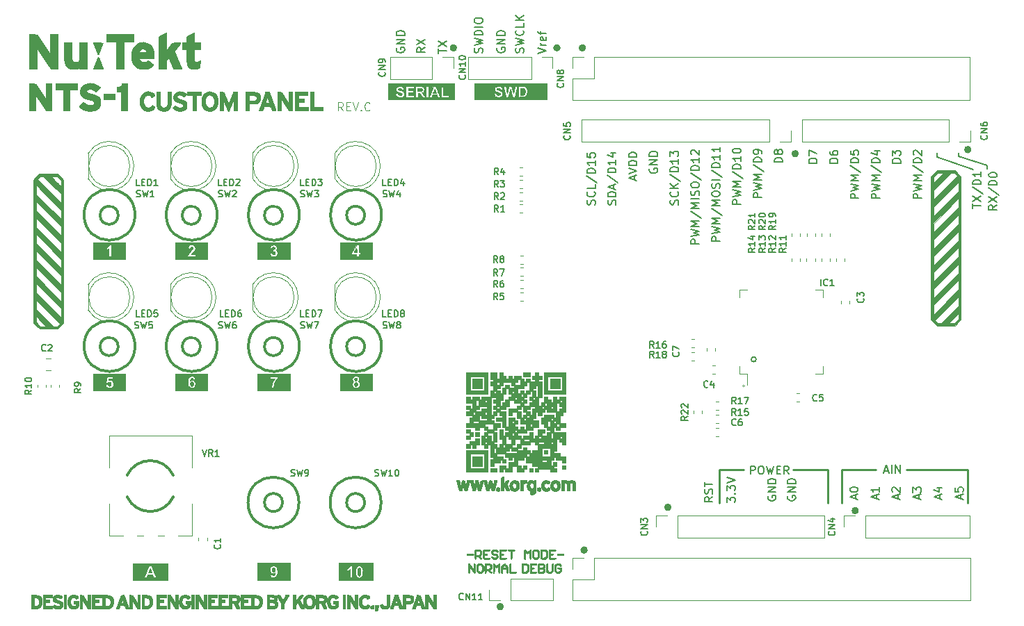
<source format=gto>
G04 #@! TF.GenerationSoftware,KiCad,Pcbnew,(5.1.5)-3*
G04 #@! TF.CreationDate,2020-01-10T16:41:32+09:00*
G04 #@! TF.ProjectId,NTS-1_CustomPanel,4e54532d-315f-4437-9573-746f6d50616e,C*
G04 #@! TF.SameCoordinates,Original*
G04 #@! TF.FileFunction,Legend,Top*
G04 #@! TF.FilePolarity,Positive*
%FSLAX46Y46*%
G04 Gerber Fmt 4.6, Leading zero omitted, Abs format (unit mm)*
G04 Created by KiCad (PCBNEW (5.1.5)-3) date 2020-01-10 16:41:32*
%MOMM*%
%LPD*%
G04 APERTURE LIST*
%ADD10C,0.500000*%
%ADD11C,0.320000*%
%ADD12C,0.300000*%
%ADD13C,0.150000*%
%ADD14C,0.062500*%
%ADD15C,0.200000*%
%ADD16C,0.254000*%
%ADD17C,0.100000*%
%ADD18C,0.010000*%
%ADD19C,0.120000*%
G04 APERTURE END LIST*
D10*
X164800000Y-144700000D02*
G75*
G03X164800000Y-144700000I-200000J0D01*
G01*
X159100000Y-76600000D02*
G75*
G03X159100000Y-76600000I-200000J0D01*
G01*
X171700000Y-76600000D02*
G75*
G03X171700000Y-76600000I-200000J0D01*
G01*
X175000000Y-137800000D02*
G75*
G03X175000000Y-137800000I-200000J0D01*
G01*
X208000000Y-133000000D02*
G75*
G03X208000000Y-133000000I-200000J0D01*
G01*
X185200000Y-132600000D02*
G75*
G03X185200000Y-132600000I-200000J0D01*
G01*
X174800000Y-76600000D02*
G75*
G03X174800000Y-76600000I-200000J0D01*
G01*
X221700000Y-89000000D02*
G75*
G03X221700000Y-89000000I-200000J0D01*
G01*
X200700000Y-89500000D02*
G75*
G03X200700000Y-89500000I-200000J0D01*
G01*
D11*
X119189926Y-128689869D02*
G75*
G02X124809030Y-128689860I2809554J-1310111D01*
G01*
X124809034Y-131310091D02*
G75*
G02X119189930Y-131310100I-2809554J1310111D01*
G01*
D12*
X148099480Y-131999990D02*
G75*
G03X148099480Y-131999990I-1100000J0D01*
G01*
X138099480Y-131999990D02*
G75*
G03X138099480Y-131999990I-1100000J0D01*
G01*
D13*
X195749480Y-114549990D02*
G75*
G03X195749480Y-114549990I-300000J0D01*
G01*
D14*
X194324480Y-117799980D02*
G75*
G03X194324480Y-117799980I-125000J0D01*
G01*
D12*
X128099480Y-112999990D02*
G75*
G03X128099480Y-112999990I-1100000J0D01*
G01*
X118099480Y-112999990D02*
G75*
G03X118099480Y-112999990I-1100000J0D01*
G01*
X138099480Y-112999990D02*
G75*
G03X138099480Y-112999990I-1100000J0D01*
G01*
X148099480Y-112999990D02*
G75*
G03X148099480Y-112999990I-1100000J0D01*
G01*
X148099480Y-96999990D02*
G75*
G03X148099480Y-96999990I-1100000J0D01*
G01*
X138099480Y-96999990D02*
G75*
G03X138099480Y-96999990I-1100000J0D01*
G01*
X128099480Y-96999990D02*
G75*
G03X128099480Y-96999990I-1100000J0D01*
G01*
X118099480Y-96999990D02*
G75*
G03X118099480Y-96999990I-1100000J0D01*
G01*
D15*
X223879480Y-91359990D02*
X223879480Y-90959980D01*
X220399480Y-89799990D02*
X223879480Y-90959980D01*
X220399480Y-89799990D02*
X220399480Y-89399980D01*
X217799480Y-89933320D02*
X222199480Y-91399990D01*
X217799480Y-89933320D02*
X217799480Y-89399980D01*
D16*
X221499480Y-132099990D02*
X221500000Y-128000000D01*
X206199480Y-132099990D02*
X206199480Y-128000000D01*
X204499480Y-132099980D02*
X204499480Y-128000000D01*
X191299480Y-132099990D02*
X191300000Y-128000000D01*
X191299480Y-128000000D02*
X194199480Y-128000000D01*
X200199480Y-128000000D02*
X204499480Y-128000000D01*
X214000000Y-128000000D02*
X221500000Y-128000000D01*
X206200000Y-128000000D02*
X210300000Y-128000000D01*
D17*
X145474003Y-84252370D02*
X145140670Y-83776180D01*
X144902575Y-84252370D02*
X144902575Y-83252370D01*
X145283527Y-83252370D01*
X145378765Y-83299990D01*
X145426384Y-83347609D01*
X145474003Y-83442847D01*
X145474003Y-83585704D01*
X145426384Y-83680942D01*
X145378765Y-83728561D01*
X145283527Y-83776180D01*
X144902575Y-83776180D01*
X145902575Y-83728561D02*
X146235908Y-83728561D01*
X146378765Y-84252370D02*
X145902575Y-84252370D01*
X145902575Y-83252370D01*
X146378765Y-83252370D01*
X146664480Y-83252370D02*
X146997813Y-84252370D01*
X147331146Y-83252370D01*
X147664480Y-84157132D02*
X147712099Y-84204751D01*
X147664480Y-84252370D01*
X147616860Y-84204751D01*
X147664480Y-84157132D01*
X147664480Y-84252370D01*
X148712099Y-84157132D02*
X148664480Y-84204751D01*
X148521622Y-84252370D01*
X148426384Y-84252370D01*
X148283527Y-84204751D01*
X148188289Y-84109513D01*
X148140670Y-84014275D01*
X148093051Y-83823799D01*
X148093051Y-83680942D01*
X148140670Y-83490466D01*
X148188289Y-83395228D01*
X148283527Y-83299990D01*
X148426384Y-83252370D01*
X148521622Y-83252370D01*
X148664480Y-83299990D01*
X148712099Y-83347609D01*
D15*
X195068095Y-128552380D02*
X195068095Y-127552380D01*
X195449047Y-127552380D01*
X195544285Y-127600000D01*
X195591904Y-127647619D01*
X195639523Y-127742857D01*
X195639523Y-127885714D01*
X195591904Y-127980952D01*
X195544285Y-128028571D01*
X195449047Y-128076190D01*
X195068095Y-128076190D01*
X196258571Y-127552380D02*
X196449047Y-127552380D01*
X196544285Y-127600000D01*
X196639523Y-127695238D01*
X196687142Y-127885714D01*
X196687142Y-128219047D01*
X196639523Y-128409523D01*
X196544285Y-128504761D01*
X196449047Y-128552380D01*
X196258571Y-128552380D01*
X196163333Y-128504761D01*
X196068095Y-128409523D01*
X196020476Y-128219047D01*
X196020476Y-127885714D01*
X196068095Y-127695238D01*
X196163333Y-127600000D01*
X196258571Y-127552380D01*
X197020476Y-127552380D02*
X197258571Y-128552380D01*
X197449047Y-127838095D01*
X197639523Y-128552380D01*
X197877619Y-127552380D01*
X198258571Y-128028571D02*
X198591904Y-128028571D01*
X198734761Y-128552380D02*
X198258571Y-128552380D01*
X198258571Y-127552380D01*
X198734761Y-127552380D01*
X199734761Y-128552380D02*
X199401428Y-128076190D01*
X199163333Y-128552380D02*
X199163333Y-127552380D01*
X199544285Y-127552380D01*
X199639523Y-127600000D01*
X199687142Y-127647619D01*
X199734761Y-127742857D01*
X199734761Y-127885714D01*
X199687142Y-127980952D01*
X199639523Y-128028571D01*
X199544285Y-128076190D01*
X199163333Y-128076190D01*
X213323280Y-90631904D02*
X212323280Y-90631904D01*
X212323280Y-90393809D01*
X212370900Y-90250952D01*
X212466138Y-90155714D01*
X212561376Y-90108095D01*
X212751852Y-90060476D01*
X212894709Y-90060476D01*
X213085185Y-90108095D01*
X213180423Y-90155714D01*
X213275661Y-90250952D01*
X213323280Y-90393809D01*
X213323280Y-90631904D01*
X212323280Y-89727142D02*
X212323280Y-89108095D01*
X212704233Y-89441428D01*
X212704233Y-89298571D01*
X212751852Y-89203333D01*
X212799471Y-89155714D01*
X212894709Y-89108095D01*
X213132804Y-89108095D01*
X213228042Y-89155714D01*
X213275661Y-89203333D01*
X213323280Y-89298571D01*
X213323280Y-89584285D01*
X213275661Y-89679523D01*
X213228042Y-89727142D01*
X182799470Y-91308395D02*
X182751850Y-91403633D01*
X182751850Y-91546490D01*
X182799470Y-91689347D01*
X182894708Y-91784585D01*
X182989946Y-91832204D01*
X183180422Y-91879823D01*
X183323279Y-91879823D01*
X183513755Y-91832204D01*
X183608993Y-91784585D01*
X183704231Y-91689347D01*
X183751850Y-91546490D01*
X183751850Y-91451252D01*
X183704231Y-91308395D01*
X183656612Y-91260776D01*
X183323279Y-91260776D01*
X183323279Y-91451252D01*
X183751850Y-90832204D02*
X182751850Y-90832204D01*
X183751850Y-90260776D01*
X182751850Y-90260776D01*
X183751850Y-89784585D02*
X182751850Y-89784585D01*
X182751850Y-89546490D01*
X182799470Y-89403633D01*
X182894708Y-89308395D01*
X182989946Y-89260776D01*
X183180422Y-89213157D01*
X183323279Y-89213157D01*
X183513755Y-89260776D01*
X183608993Y-89308395D01*
X183704231Y-89403633D01*
X183751850Y-89546490D01*
X183751850Y-89784585D01*
X180932806Y-92679523D02*
X180932806Y-92203333D01*
X181218520Y-92774761D02*
X180218520Y-92441428D01*
X181218520Y-92108095D01*
X180218520Y-91917619D02*
X181218520Y-91584285D01*
X180218520Y-91250952D01*
X181218520Y-90917619D02*
X180218520Y-90917619D01*
X180218520Y-90679523D01*
X180266140Y-90536666D01*
X180361378Y-90441428D01*
X180456616Y-90393809D01*
X180647092Y-90346190D01*
X180789949Y-90346190D01*
X180980425Y-90393809D01*
X181075663Y-90441428D01*
X181170901Y-90536666D01*
X181218520Y-90679523D01*
X181218520Y-90917619D01*
X181218520Y-89917619D02*
X180218520Y-89917619D01*
X180218520Y-89679523D01*
X180266140Y-89536666D01*
X180361378Y-89441428D01*
X180456616Y-89393809D01*
X180647092Y-89346190D01*
X180789949Y-89346190D01*
X180980425Y-89393809D01*
X181075663Y-89441428D01*
X181170901Y-89536666D01*
X181218520Y-89679523D01*
X181218520Y-89917619D01*
X225051840Y-95760466D02*
X224575650Y-96093799D01*
X225051840Y-96331894D02*
X224051840Y-96331894D01*
X224051840Y-95950942D01*
X224099460Y-95855704D01*
X224147079Y-95808085D01*
X224242317Y-95760466D01*
X224385174Y-95760466D01*
X224480412Y-95808085D01*
X224528031Y-95855704D01*
X224575650Y-95950942D01*
X224575650Y-96331894D01*
X224051840Y-95427132D02*
X225051840Y-94760466D01*
X224051840Y-94760466D02*
X225051840Y-95427132D01*
X224004221Y-93665228D02*
X225289936Y-94522370D01*
X225051840Y-93331894D02*
X224051840Y-93331894D01*
X224051840Y-93093799D01*
X224099460Y-92950942D01*
X224194698Y-92855704D01*
X224289936Y-92808085D01*
X224480412Y-92760466D01*
X224623269Y-92760466D01*
X224813745Y-92808085D01*
X224908983Y-92855704D01*
X225004221Y-92950942D01*
X225051840Y-93093799D01*
X225051840Y-93331894D01*
X224051840Y-92141418D02*
X224051840Y-92046180D01*
X224099460Y-91950942D01*
X224147079Y-91903323D01*
X224242317Y-91855704D01*
X224432793Y-91808085D01*
X224670888Y-91808085D01*
X224861364Y-91855704D01*
X224956602Y-91903323D01*
X225004221Y-91950942D01*
X225051840Y-92046180D01*
X225051840Y-92141418D01*
X225004221Y-92236656D01*
X224956602Y-92284275D01*
X224861364Y-92331894D01*
X224670888Y-92379513D01*
X224432793Y-92379513D01*
X224242317Y-92331894D01*
X224147079Y-92284275D01*
X224099460Y-92236656D01*
X224051840Y-92141418D01*
X222108990Y-96141521D02*
X222108990Y-95570093D01*
X223108990Y-95855807D02*
X222108990Y-95855807D01*
X222108990Y-95331998D02*
X223108990Y-94665331D01*
X222108990Y-94665331D02*
X223108990Y-95331998D01*
X222061371Y-93570093D02*
X223347086Y-94427236D01*
X223108990Y-93236760D02*
X222108990Y-93236760D01*
X222108990Y-92998664D01*
X222156610Y-92855807D01*
X222251848Y-92760569D01*
X222347086Y-92712950D01*
X222537562Y-92665331D01*
X222680419Y-92665331D01*
X222870895Y-92712950D01*
X222966133Y-92760569D01*
X223061371Y-92855807D01*
X223108990Y-92998664D01*
X223108990Y-93236760D01*
X223108990Y-91712950D02*
X223108990Y-92284379D01*
X223108990Y-91998664D02*
X222108990Y-91998664D01*
X222251848Y-92093902D01*
X222347086Y-92189140D01*
X222394705Y-92284379D01*
X215866130Y-94930604D02*
X214866130Y-94930604D01*
X214866130Y-94549652D01*
X214913750Y-94454414D01*
X214961369Y-94406795D01*
X215056607Y-94359176D01*
X215199464Y-94359176D01*
X215294702Y-94406795D01*
X215342321Y-94454414D01*
X215389940Y-94549652D01*
X215389940Y-94930604D01*
X214866130Y-94025842D02*
X215866130Y-93787747D01*
X215151845Y-93597271D01*
X215866130Y-93406795D01*
X214866130Y-93168700D01*
X215866130Y-92787747D02*
X214866130Y-92787747D01*
X215580416Y-92454414D01*
X214866130Y-92121080D01*
X215866130Y-92121080D01*
X214818511Y-90930604D02*
X216104226Y-91787747D01*
X215866130Y-90597271D02*
X214866130Y-90597271D01*
X214866130Y-90359176D01*
X214913750Y-90216319D01*
X215008988Y-90121080D01*
X215104226Y-90073461D01*
X215294702Y-90025842D01*
X215437559Y-90025842D01*
X215628035Y-90073461D01*
X215723273Y-90121080D01*
X215818511Y-90216319D01*
X215866130Y-90359176D01*
X215866130Y-90597271D01*
X214961369Y-89644890D02*
X214913750Y-89597271D01*
X214866130Y-89502033D01*
X214866130Y-89263938D01*
X214913750Y-89168700D01*
X214961369Y-89121080D01*
X215056607Y-89073461D01*
X215151845Y-89073461D01*
X215294702Y-89121080D01*
X215866130Y-89692509D01*
X215866130Y-89073461D01*
X210780420Y-94930604D02*
X209780420Y-94930604D01*
X209780420Y-94549652D01*
X209828040Y-94454414D01*
X209875659Y-94406795D01*
X209970897Y-94359176D01*
X210113754Y-94359176D01*
X210208992Y-94406795D01*
X210256611Y-94454414D01*
X210304230Y-94549652D01*
X210304230Y-94930604D01*
X209780420Y-94025842D02*
X210780420Y-93787747D01*
X210066135Y-93597271D01*
X210780420Y-93406795D01*
X209780420Y-93168700D01*
X210780420Y-92787747D02*
X209780420Y-92787747D01*
X210494706Y-92454414D01*
X209780420Y-92121080D01*
X210780420Y-92121080D01*
X209732801Y-90930604D02*
X211018516Y-91787747D01*
X210780420Y-90597271D02*
X209780420Y-90597271D01*
X209780420Y-90359176D01*
X209828040Y-90216319D01*
X209923278Y-90121080D01*
X210018516Y-90073461D01*
X210208992Y-90025842D01*
X210351849Y-90025842D01*
X210542325Y-90073461D01*
X210637563Y-90121080D01*
X210732801Y-90216319D01*
X210780420Y-90359176D01*
X210780420Y-90597271D01*
X210113754Y-89168700D02*
X210780420Y-89168700D01*
X209732801Y-89406795D02*
X210447087Y-89644890D01*
X210447087Y-89025842D01*
X208237570Y-94930604D02*
X207237570Y-94930604D01*
X207237570Y-94549652D01*
X207285190Y-94454414D01*
X207332809Y-94406795D01*
X207428047Y-94359176D01*
X207570904Y-94359176D01*
X207666142Y-94406795D01*
X207713761Y-94454414D01*
X207761380Y-94549652D01*
X207761380Y-94930604D01*
X207237570Y-94025842D02*
X208237570Y-93787747D01*
X207523285Y-93597271D01*
X208237570Y-93406795D01*
X207237570Y-93168700D01*
X208237570Y-92787747D02*
X207237570Y-92787747D01*
X207951856Y-92454414D01*
X207237570Y-92121080D01*
X208237570Y-92121080D01*
X207189951Y-90930604D02*
X208475666Y-91787747D01*
X208237570Y-90597271D02*
X207237570Y-90597271D01*
X207237570Y-90359176D01*
X207285190Y-90216319D01*
X207380428Y-90121080D01*
X207475666Y-90073461D01*
X207666142Y-90025842D01*
X207808999Y-90025842D01*
X207999475Y-90073461D01*
X208094713Y-90121080D01*
X208189951Y-90216319D01*
X208237570Y-90359176D01*
X208237570Y-90597271D01*
X207237570Y-89121080D02*
X207237570Y-89597271D01*
X207713761Y-89644890D01*
X207666142Y-89597271D01*
X207618523Y-89502033D01*
X207618523Y-89263938D01*
X207666142Y-89168700D01*
X207713761Y-89121080D01*
X207808999Y-89073461D01*
X208047094Y-89073461D01*
X208142332Y-89121080D01*
X208189951Y-89168700D01*
X208237570Y-89263938D01*
X208237570Y-89502033D01*
X208189951Y-89597271D01*
X208142332Y-89644890D01*
X205694710Y-90631904D02*
X204694710Y-90631904D01*
X204694710Y-90393809D01*
X204742330Y-90250952D01*
X204837568Y-90155714D01*
X204932806Y-90108095D01*
X205123282Y-90060476D01*
X205266139Y-90060476D01*
X205456615Y-90108095D01*
X205551853Y-90155714D01*
X205647091Y-90250952D01*
X205694710Y-90393809D01*
X205694710Y-90631904D01*
X204694710Y-89203333D02*
X204694710Y-89393809D01*
X204742330Y-89489047D01*
X204789949Y-89536666D01*
X204932806Y-89631904D01*
X205123282Y-89679523D01*
X205504234Y-89679523D01*
X205599472Y-89631904D01*
X205647091Y-89584285D01*
X205694710Y-89489047D01*
X205694710Y-89298571D01*
X205647091Y-89203333D01*
X205599472Y-89155714D01*
X205504234Y-89108095D01*
X205266139Y-89108095D01*
X205170901Y-89155714D01*
X205123282Y-89203333D01*
X205075663Y-89298571D01*
X205075663Y-89489047D01*
X205123282Y-89584285D01*
X205170901Y-89631904D01*
X205266139Y-89679523D01*
X203151860Y-90631904D02*
X202151860Y-90631904D01*
X202151860Y-90393809D01*
X202199480Y-90250952D01*
X202294718Y-90155714D01*
X202389956Y-90108095D01*
X202580432Y-90060476D01*
X202723289Y-90060476D01*
X202913765Y-90108095D01*
X203009003Y-90155714D01*
X203104241Y-90250952D01*
X203151860Y-90393809D01*
X203151860Y-90631904D01*
X202151860Y-89727142D02*
X202151860Y-89060476D01*
X203151860Y-89489047D01*
X198951830Y-90531904D02*
X197951830Y-90531904D01*
X197951830Y-90293809D01*
X197999450Y-90150952D01*
X198094688Y-90055714D01*
X198189926Y-90008095D01*
X198380402Y-89960476D01*
X198523259Y-89960476D01*
X198713735Y-90008095D01*
X198808973Y-90055714D01*
X198904211Y-90150952D01*
X198951830Y-90293809D01*
X198951830Y-90531904D01*
X198380402Y-89389047D02*
X198332783Y-89484285D01*
X198285164Y-89531904D01*
X198189926Y-89579523D01*
X198142307Y-89579523D01*
X198047069Y-89531904D01*
X197999450Y-89484285D01*
X197951830Y-89389047D01*
X197951830Y-89198571D01*
X197999450Y-89103333D01*
X198047069Y-89055714D01*
X198142307Y-89008095D01*
X198189926Y-89008095D01*
X198285164Y-89055714D01*
X198332783Y-89103333D01*
X198380402Y-89198571D01*
X198380402Y-89389047D01*
X198428021Y-89484285D01*
X198475640Y-89531904D01*
X198570878Y-89579523D01*
X198761354Y-89579523D01*
X198856592Y-89531904D01*
X198904211Y-89484285D01*
X198951830Y-89389047D01*
X198951830Y-89198571D01*
X198904211Y-89103333D01*
X198856592Y-89055714D01*
X198761354Y-89008095D01*
X198570878Y-89008095D01*
X198475640Y-89055714D01*
X198428021Y-89103333D01*
X198380402Y-89198571D01*
X196418500Y-94831244D02*
X195418500Y-94831244D01*
X195418500Y-94450292D01*
X195466120Y-94355054D01*
X195513739Y-94307435D01*
X195608977Y-94259816D01*
X195751834Y-94259816D01*
X195847072Y-94307435D01*
X195894691Y-94355054D01*
X195942310Y-94450292D01*
X195942310Y-94831244D01*
X195418500Y-93926482D02*
X196418500Y-93688387D01*
X195704215Y-93497911D01*
X196418500Y-93307435D01*
X195418500Y-93069340D01*
X196418500Y-92688387D02*
X195418500Y-92688387D01*
X196132786Y-92355054D01*
X195418500Y-92021720D01*
X196418500Y-92021720D01*
X195370881Y-90831244D02*
X196656596Y-91688387D01*
X196418500Y-90497911D02*
X195418500Y-90497911D01*
X195418500Y-90259816D01*
X195466120Y-90116959D01*
X195561358Y-90021720D01*
X195656596Y-89974101D01*
X195847072Y-89926482D01*
X195989929Y-89926482D01*
X196180405Y-89974101D01*
X196275643Y-90021720D01*
X196370881Y-90116959D01*
X196418500Y-90259816D01*
X196418500Y-90497911D01*
X196418500Y-89450292D02*
X196418500Y-89259816D01*
X196370881Y-89164578D01*
X196323262Y-89116959D01*
X196180405Y-89021720D01*
X195989929Y-88974101D01*
X195608977Y-88974101D01*
X195513739Y-89021720D01*
X195466120Y-89069340D01*
X195418500Y-89164578D01*
X195418500Y-89355054D01*
X195466120Y-89450292D01*
X195513739Y-89497911D01*
X195608977Y-89545530D01*
X195847072Y-89545530D01*
X195942310Y-89497911D01*
X195989929Y-89450292D01*
X196037548Y-89355054D01*
X196037548Y-89164578D01*
X195989929Y-89069340D01*
X195942310Y-89021720D01*
X195847072Y-88974101D01*
X193885170Y-95664304D02*
X192885170Y-95664304D01*
X192885170Y-95283352D01*
X192932790Y-95188114D01*
X192980409Y-95140495D01*
X193075647Y-95092876D01*
X193218504Y-95092876D01*
X193313742Y-95140495D01*
X193361361Y-95188114D01*
X193408980Y-95283352D01*
X193408980Y-95664304D01*
X192885170Y-94759542D02*
X193885170Y-94521447D01*
X193170885Y-94330971D01*
X193885170Y-94140495D01*
X192885170Y-93902400D01*
X193885170Y-93521447D02*
X192885170Y-93521447D01*
X193599456Y-93188114D01*
X192885170Y-92854780D01*
X193885170Y-92854780D01*
X192837551Y-91664304D02*
X194123266Y-92521447D01*
X193885170Y-91330971D02*
X192885170Y-91330971D01*
X192885170Y-91092876D01*
X192932790Y-90950019D01*
X193028028Y-90854780D01*
X193123266Y-90807161D01*
X193313742Y-90759542D01*
X193456599Y-90759542D01*
X193647075Y-90807161D01*
X193742313Y-90854780D01*
X193837551Y-90950019D01*
X193885170Y-91092876D01*
X193885170Y-91330971D01*
X193885170Y-89807161D02*
X193885170Y-90378590D01*
X193885170Y-90092876D02*
X192885170Y-90092876D01*
X193028028Y-90188114D01*
X193123266Y-90283352D01*
X193170885Y-90378590D01*
X192885170Y-89188114D02*
X192885170Y-89092876D01*
X192932790Y-88997638D01*
X192980409Y-88950019D01*
X193075647Y-88902400D01*
X193266123Y-88854780D01*
X193504218Y-88854780D01*
X193694694Y-88902400D01*
X193789932Y-88950019D01*
X193837551Y-88997638D01*
X193885170Y-89092876D01*
X193885170Y-89188114D01*
X193837551Y-89283352D01*
X193789932Y-89330971D01*
X193694694Y-89378590D01*
X193504218Y-89426209D01*
X193266123Y-89426209D01*
X193075647Y-89378590D01*
X192980409Y-89330971D01*
X192932790Y-89283352D01*
X192885170Y-89188114D01*
X191351840Y-100162854D02*
X190351840Y-100162854D01*
X190351840Y-99781902D01*
X190399460Y-99686664D01*
X190447079Y-99639045D01*
X190542317Y-99591426D01*
X190685174Y-99591426D01*
X190780412Y-99639045D01*
X190828031Y-99686664D01*
X190875650Y-99781902D01*
X190875650Y-100162854D01*
X190351840Y-99258092D02*
X191351840Y-99019997D01*
X190637555Y-98829521D01*
X191351840Y-98639045D01*
X190351840Y-98400950D01*
X191351840Y-98019997D02*
X190351840Y-98019997D01*
X191066126Y-97686664D01*
X190351840Y-97353330D01*
X191351840Y-97353330D01*
X190304221Y-96162854D02*
X191589936Y-97019997D01*
X191351840Y-95829521D02*
X190351840Y-95829521D01*
X191066126Y-95496188D01*
X190351840Y-95162854D01*
X191351840Y-95162854D01*
X190351840Y-94496188D02*
X190351840Y-94305711D01*
X190399460Y-94210473D01*
X190494698Y-94115235D01*
X190685174Y-94067616D01*
X191018507Y-94067616D01*
X191208983Y-94115235D01*
X191304221Y-94210473D01*
X191351840Y-94305711D01*
X191351840Y-94496188D01*
X191304221Y-94591426D01*
X191208983Y-94686664D01*
X191018507Y-94734283D01*
X190685174Y-94734283D01*
X190494698Y-94686664D01*
X190399460Y-94591426D01*
X190351840Y-94496188D01*
X191304221Y-93686664D02*
X191351840Y-93543807D01*
X191351840Y-93305711D01*
X191304221Y-93210473D01*
X191256602Y-93162854D01*
X191161364Y-93115235D01*
X191066126Y-93115235D01*
X190970888Y-93162854D01*
X190923269Y-93210473D01*
X190875650Y-93305711D01*
X190828031Y-93496188D01*
X190780412Y-93591426D01*
X190732793Y-93639045D01*
X190637555Y-93686664D01*
X190542317Y-93686664D01*
X190447079Y-93639045D01*
X190399460Y-93591426D01*
X190351840Y-93496188D01*
X190351840Y-93258092D01*
X190399460Y-93115235D01*
X191351840Y-92686664D02*
X190351840Y-92686664D01*
X190304221Y-91496188D02*
X191589936Y-92353330D01*
X191351840Y-91162854D02*
X190351840Y-91162854D01*
X190351840Y-90924759D01*
X190399460Y-90781902D01*
X190494698Y-90686664D01*
X190589936Y-90639045D01*
X190780412Y-90591426D01*
X190923269Y-90591426D01*
X191113745Y-90639045D01*
X191208983Y-90686664D01*
X191304221Y-90781902D01*
X191351840Y-90924759D01*
X191351840Y-91162854D01*
X191351840Y-89639045D02*
X191351840Y-90210473D01*
X191351840Y-89924759D02*
X190351840Y-89924759D01*
X190494698Y-90019997D01*
X190589936Y-90115235D01*
X190637555Y-90210473D01*
X191351840Y-88686664D02*
X191351840Y-89258092D01*
X191351840Y-88972378D02*
X190351840Y-88972378D01*
X190494698Y-89067616D01*
X190589936Y-89162854D01*
X190637555Y-89258092D01*
X188818510Y-100496084D02*
X187818510Y-100496084D01*
X187818510Y-100115132D01*
X187866130Y-100019894D01*
X187913749Y-99972275D01*
X188008987Y-99924656D01*
X188151844Y-99924656D01*
X188247082Y-99972275D01*
X188294701Y-100019894D01*
X188342320Y-100115132D01*
X188342320Y-100496084D01*
X187818510Y-99591322D02*
X188818510Y-99353227D01*
X188104225Y-99162751D01*
X188818510Y-98972275D01*
X187818510Y-98734180D01*
X188818510Y-98353227D02*
X187818510Y-98353227D01*
X188532796Y-98019894D01*
X187818510Y-97686560D01*
X188818510Y-97686560D01*
X187770891Y-96496084D02*
X189056606Y-97353227D01*
X188818510Y-96162751D02*
X187818510Y-96162751D01*
X188532796Y-95829418D01*
X187818510Y-95496084D01*
X188818510Y-95496084D01*
X188818510Y-95019894D02*
X187818510Y-95019894D01*
X188770891Y-94591322D02*
X188818510Y-94448465D01*
X188818510Y-94210370D01*
X188770891Y-94115132D01*
X188723272Y-94067513D01*
X188628034Y-94019894D01*
X188532796Y-94019894D01*
X188437558Y-94067513D01*
X188389939Y-94115132D01*
X188342320Y-94210370D01*
X188294701Y-94400846D01*
X188247082Y-94496084D01*
X188199463Y-94543703D01*
X188104225Y-94591322D01*
X188008987Y-94591322D01*
X187913749Y-94543703D01*
X187866130Y-94496084D01*
X187818510Y-94400846D01*
X187818510Y-94162751D01*
X187866130Y-94019894D01*
X187818510Y-93400846D02*
X187818510Y-93210370D01*
X187866130Y-93115132D01*
X187961368Y-93019894D01*
X188151844Y-92972275D01*
X188485177Y-92972275D01*
X188675653Y-93019894D01*
X188770891Y-93115132D01*
X188818510Y-93210370D01*
X188818510Y-93400846D01*
X188770891Y-93496084D01*
X188675653Y-93591322D01*
X188485177Y-93638941D01*
X188151844Y-93638941D01*
X187961368Y-93591322D01*
X187866130Y-93496084D01*
X187818510Y-93400846D01*
X187770891Y-91829418D02*
X189056606Y-92686560D01*
X188818510Y-91496084D02*
X187818510Y-91496084D01*
X187818510Y-91257989D01*
X187866130Y-91115132D01*
X187961368Y-91019894D01*
X188056606Y-90972275D01*
X188247082Y-90924656D01*
X188389939Y-90924656D01*
X188580415Y-90972275D01*
X188675653Y-91019894D01*
X188770891Y-91115132D01*
X188818510Y-91257989D01*
X188818510Y-91496084D01*
X188818510Y-89972275D02*
X188818510Y-90543703D01*
X188818510Y-90257989D02*
X187818510Y-90257989D01*
X187961368Y-90353227D01*
X188056606Y-90448465D01*
X188104225Y-90543703D01*
X187913749Y-89591322D02*
X187866130Y-89543703D01*
X187818510Y-89448465D01*
X187818510Y-89210370D01*
X187866130Y-89115132D01*
X187913749Y-89067513D01*
X188008987Y-89019894D01*
X188104225Y-89019894D01*
X188247082Y-89067513D01*
X188818510Y-89638941D01*
X188818510Y-89019894D01*
X186237561Y-95711923D02*
X186285180Y-95569066D01*
X186285180Y-95330971D01*
X186237561Y-95235733D01*
X186189942Y-95188114D01*
X186094704Y-95140495D01*
X185999466Y-95140495D01*
X185904228Y-95188114D01*
X185856609Y-95235733D01*
X185808990Y-95330971D01*
X185761371Y-95521447D01*
X185713752Y-95616685D01*
X185666133Y-95664304D01*
X185570895Y-95711923D01*
X185475657Y-95711923D01*
X185380419Y-95664304D01*
X185332800Y-95616685D01*
X185285180Y-95521447D01*
X185285180Y-95283352D01*
X185332800Y-95140495D01*
X186189942Y-94140495D02*
X186237561Y-94188114D01*
X186285180Y-94330971D01*
X186285180Y-94426209D01*
X186237561Y-94569066D01*
X186142323Y-94664304D01*
X186047085Y-94711923D01*
X185856609Y-94759542D01*
X185713752Y-94759542D01*
X185523276Y-94711923D01*
X185428038Y-94664304D01*
X185332800Y-94569066D01*
X185285180Y-94426209D01*
X185285180Y-94330971D01*
X185332800Y-94188114D01*
X185380419Y-94140495D01*
X186285180Y-93711923D02*
X185285180Y-93711923D01*
X186285180Y-93140495D02*
X185713752Y-93569066D01*
X185285180Y-93140495D02*
X185856609Y-93711923D01*
X185237561Y-91997638D02*
X186523276Y-92854780D01*
X186285180Y-91664304D02*
X185285180Y-91664304D01*
X185285180Y-91426209D01*
X185332800Y-91283352D01*
X185428038Y-91188114D01*
X185523276Y-91140495D01*
X185713752Y-91092876D01*
X185856609Y-91092876D01*
X186047085Y-91140495D01*
X186142323Y-91188114D01*
X186237561Y-91283352D01*
X186285180Y-91426209D01*
X186285180Y-91664304D01*
X186285180Y-90140495D02*
X186285180Y-90711923D01*
X186285180Y-90426209D02*
X185285180Y-90426209D01*
X185428038Y-90521447D01*
X185523276Y-90616685D01*
X185570895Y-90711923D01*
X185285180Y-89807161D02*
X185285180Y-89188114D01*
X185666133Y-89521447D01*
X185666133Y-89378590D01*
X185713752Y-89283352D01*
X185761371Y-89235733D01*
X185856609Y-89188114D01*
X186094704Y-89188114D01*
X186189942Y-89235733D01*
X186237561Y-89283352D01*
X186285180Y-89378590D01*
X186285180Y-89664304D01*
X186237561Y-89759542D01*
X186189942Y-89807161D01*
X178637571Y-95711923D02*
X178685190Y-95569066D01*
X178685190Y-95330971D01*
X178637571Y-95235733D01*
X178589952Y-95188114D01*
X178494714Y-95140495D01*
X178399476Y-95140495D01*
X178304238Y-95188114D01*
X178256619Y-95235733D01*
X178209000Y-95330971D01*
X178161381Y-95521447D01*
X178113762Y-95616685D01*
X178066143Y-95664304D01*
X177970905Y-95711923D01*
X177875667Y-95711923D01*
X177780429Y-95664304D01*
X177732810Y-95616685D01*
X177685190Y-95521447D01*
X177685190Y-95283352D01*
X177732810Y-95140495D01*
X178685190Y-94711923D02*
X177685190Y-94711923D01*
X177685190Y-94473828D01*
X177732810Y-94330971D01*
X177828048Y-94235733D01*
X177923286Y-94188114D01*
X178113762Y-94140495D01*
X178256619Y-94140495D01*
X178447095Y-94188114D01*
X178542333Y-94235733D01*
X178637571Y-94330971D01*
X178685190Y-94473828D01*
X178685190Y-94711923D01*
X178399476Y-93759542D02*
X178399476Y-93283352D01*
X178685190Y-93854780D02*
X177685190Y-93521447D01*
X178685190Y-93188114D01*
X177637571Y-92140495D02*
X178923286Y-92997638D01*
X178685190Y-91807161D02*
X177685190Y-91807161D01*
X177685190Y-91569066D01*
X177732810Y-91426209D01*
X177828048Y-91330971D01*
X177923286Y-91283352D01*
X178113762Y-91235733D01*
X178256619Y-91235733D01*
X178447095Y-91283352D01*
X178542333Y-91330971D01*
X178637571Y-91426209D01*
X178685190Y-91569066D01*
X178685190Y-91807161D01*
X178685190Y-90283352D02*
X178685190Y-90854780D01*
X178685190Y-90569066D02*
X177685190Y-90569066D01*
X177828048Y-90664304D01*
X177923286Y-90759542D01*
X177970905Y-90854780D01*
X178018524Y-89426209D02*
X178685190Y-89426209D01*
X177637571Y-89664304D02*
X178351857Y-89902400D01*
X178351857Y-89283352D01*
X176104241Y-95711923D02*
X176151860Y-95569066D01*
X176151860Y-95330971D01*
X176104241Y-95235733D01*
X176056622Y-95188114D01*
X175961384Y-95140495D01*
X175866146Y-95140495D01*
X175770908Y-95188114D01*
X175723289Y-95235733D01*
X175675670Y-95330971D01*
X175628051Y-95521447D01*
X175580432Y-95616685D01*
X175532813Y-95664304D01*
X175437575Y-95711923D01*
X175342337Y-95711923D01*
X175247099Y-95664304D01*
X175199480Y-95616685D01*
X175151860Y-95521447D01*
X175151860Y-95283352D01*
X175199480Y-95140495D01*
X176056622Y-94140495D02*
X176104241Y-94188114D01*
X176151860Y-94330971D01*
X176151860Y-94426209D01*
X176104241Y-94569066D01*
X176009003Y-94664304D01*
X175913765Y-94711923D01*
X175723289Y-94759542D01*
X175580432Y-94759542D01*
X175389956Y-94711923D01*
X175294718Y-94664304D01*
X175199480Y-94569066D01*
X175151860Y-94426209D01*
X175151860Y-94330971D01*
X175199480Y-94188114D01*
X175247099Y-94140495D01*
X176151860Y-93235733D02*
X176151860Y-93711923D01*
X175151860Y-93711923D01*
X175104241Y-92188114D02*
X176389956Y-93045257D01*
X176151860Y-91854780D02*
X175151860Y-91854780D01*
X175151860Y-91616685D01*
X175199480Y-91473828D01*
X175294718Y-91378590D01*
X175389956Y-91330971D01*
X175580432Y-91283352D01*
X175723289Y-91283352D01*
X175913765Y-91330971D01*
X176009003Y-91378590D01*
X176104241Y-91473828D01*
X176151860Y-91616685D01*
X176151860Y-91854780D01*
X176151860Y-90330971D02*
X176151860Y-90902400D01*
X176151860Y-90616685D02*
X175151860Y-90616685D01*
X175294718Y-90711923D01*
X175389956Y-90807161D01*
X175437575Y-90902400D01*
X175151860Y-89426209D02*
X175151860Y-89902400D01*
X175628051Y-89950019D01*
X175580432Y-89902400D01*
X175532813Y-89807161D01*
X175532813Y-89569066D01*
X175580432Y-89473828D01*
X175628051Y-89426209D01*
X175723289Y-89378590D01*
X175961384Y-89378590D01*
X176056622Y-89426209D01*
X176104241Y-89473828D01*
X176151860Y-89569066D01*
X176151860Y-89807161D01*
X176104241Y-89902400D01*
X176056622Y-89950019D01*
X190452380Y-131310476D02*
X189976190Y-131643809D01*
X190452380Y-131881904D02*
X189452380Y-131881904D01*
X189452380Y-131500952D01*
X189500000Y-131405714D01*
X189547619Y-131358095D01*
X189642857Y-131310476D01*
X189785714Y-131310476D01*
X189880952Y-131358095D01*
X189928571Y-131405714D01*
X189976190Y-131500952D01*
X189976190Y-131881904D01*
X190404761Y-130929523D02*
X190452380Y-130786666D01*
X190452380Y-130548571D01*
X190404761Y-130453333D01*
X190357142Y-130405714D01*
X190261904Y-130358095D01*
X190166666Y-130358095D01*
X190071428Y-130405714D01*
X190023809Y-130453333D01*
X189976190Y-130548571D01*
X189928571Y-130739047D01*
X189880952Y-130834285D01*
X189833333Y-130881904D01*
X189738095Y-130929523D01*
X189642857Y-130929523D01*
X189547619Y-130881904D01*
X189500000Y-130834285D01*
X189452380Y-130739047D01*
X189452380Y-130500952D01*
X189500000Y-130358095D01*
X189452380Y-130072380D02*
X189452380Y-129500952D01*
X190452380Y-129786666D02*
X189452380Y-129786666D01*
X192202380Y-131977142D02*
X192202380Y-131358095D01*
X192583333Y-131691428D01*
X192583333Y-131548571D01*
X192630952Y-131453333D01*
X192678571Y-131405714D01*
X192773809Y-131358095D01*
X193011904Y-131358095D01*
X193107142Y-131405714D01*
X193154761Y-131453333D01*
X193202380Y-131548571D01*
X193202380Y-131834285D01*
X193154761Y-131929523D01*
X193107142Y-131977142D01*
X193107142Y-130929523D02*
X193154761Y-130881904D01*
X193202380Y-130929523D01*
X193154761Y-130977142D01*
X193107142Y-130929523D01*
X193202380Y-130929523D01*
X192202380Y-130548571D02*
X192202380Y-129929523D01*
X192583333Y-130262857D01*
X192583333Y-130120000D01*
X192630952Y-130024761D01*
X192678571Y-129977142D01*
X192773809Y-129929523D01*
X193011904Y-129929523D01*
X193107142Y-129977142D01*
X193154761Y-130024761D01*
X193202380Y-130120000D01*
X193202380Y-130405714D01*
X193154761Y-130500952D01*
X193107142Y-130548571D01*
X192202380Y-129643809D02*
X193202380Y-129310476D01*
X192202380Y-128977142D01*
X197200000Y-131208075D02*
X197152380Y-131303313D01*
X197152380Y-131446170D01*
X197200000Y-131589027D01*
X197295238Y-131684265D01*
X197390476Y-131731884D01*
X197580952Y-131779503D01*
X197723809Y-131779503D01*
X197914285Y-131731884D01*
X198009523Y-131684265D01*
X198104761Y-131589027D01*
X198152380Y-131446170D01*
X198152380Y-131350932D01*
X198104761Y-131208075D01*
X198057142Y-131160456D01*
X197723809Y-131160456D01*
X197723809Y-131350932D01*
X198152380Y-130731884D02*
X197152380Y-130731884D01*
X198152380Y-130160456D01*
X197152380Y-130160456D01*
X198152380Y-129684265D02*
X197152380Y-129684265D01*
X197152380Y-129446170D01*
X197200000Y-129303313D01*
X197295238Y-129208075D01*
X197390476Y-129160456D01*
X197580952Y-129112837D01*
X197723809Y-129112837D01*
X197914285Y-129160456D01*
X198009523Y-129208075D01*
X198104761Y-129303313D01*
X198152380Y-129446170D01*
X198152380Y-129684265D01*
X199600000Y-131208075D02*
X199552380Y-131303313D01*
X199552380Y-131446170D01*
X199600000Y-131589027D01*
X199695238Y-131684265D01*
X199790476Y-131731884D01*
X199980952Y-131779503D01*
X200123809Y-131779503D01*
X200314285Y-131731884D01*
X200409523Y-131684265D01*
X200504761Y-131589027D01*
X200552380Y-131446170D01*
X200552380Y-131350932D01*
X200504761Y-131208075D01*
X200457142Y-131160456D01*
X200123809Y-131160456D01*
X200123809Y-131350932D01*
X200552380Y-130731884D02*
X199552380Y-130731884D01*
X200552380Y-130160456D01*
X199552380Y-130160456D01*
X200552380Y-129684265D02*
X199552380Y-129684265D01*
X199552380Y-129446170D01*
X199600000Y-129303313D01*
X199695238Y-129208075D01*
X199790476Y-129160456D01*
X199980952Y-129112837D01*
X200123809Y-129112837D01*
X200314285Y-129160456D01*
X200409523Y-129208075D01*
X200504761Y-129303313D01*
X200552380Y-129446170D01*
X200552380Y-129684265D01*
X220666136Y-131579503D02*
X220666136Y-131103313D01*
X220951850Y-131674741D02*
X219951850Y-131341408D01*
X220951850Y-131008075D01*
X219951850Y-130198551D02*
X219951850Y-130674741D01*
X220428041Y-130722360D01*
X220380422Y-130674741D01*
X220332803Y-130579503D01*
X220332803Y-130341408D01*
X220380422Y-130246170D01*
X220428041Y-130198551D01*
X220523279Y-130150932D01*
X220761374Y-130150932D01*
X220856612Y-130198551D01*
X220904231Y-130246170D01*
X220951850Y-130341408D01*
X220951850Y-130579503D01*
X220904231Y-130674741D01*
X220856612Y-130722360D01*
X218106136Y-131579503D02*
X218106136Y-131103313D01*
X218391850Y-131674741D02*
X217391850Y-131341408D01*
X218391850Y-131008075D01*
X217725184Y-130246170D02*
X218391850Y-130246170D01*
X217344231Y-130484265D02*
X218058517Y-130722360D01*
X218058517Y-130103313D01*
X215546136Y-131579503D02*
X215546136Y-131103313D01*
X215831850Y-131674741D02*
X214831850Y-131341408D01*
X215831850Y-131008075D01*
X214831850Y-130769980D02*
X214831850Y-130150932D01*
X215212803Y-130484265D01*
X215212803Y-130341408D01*
X215260422Y-130246170D01*
X215308041Y-130198551D01*
X215403279Y-130150932D01*
X215641374Y-130150932D01*
X215736612Y-130198551D01*
X215784231Y-130246170D01*
X215831850Y-130341408D01*
X215831850Y-130627122D01*
X215784231Y-130722360D01*
X215736612Y-130769980D01*
X212986136Y-131579503D02*
X212986136Y-131103313D01*
X213271850Y-131674741D02*
X212271850Y-131341408D01*
X213271850Y-131008075D01*
X212367089Y-130722360D02*
X212319470Y-130674741D01*
X212271850Y-130579503D01*
X212271850Y-130341408D01*
X212319470Y-130246170D01*
X212367089Y-130198551D01*
X212462327Y-130150932D01*
X212557565Y-130150932D01*
X212700422Y-130198551D01*
X213271850Y-130769980D01*
X213271850Y-130150932D01*
X210426146Y-131579513D02*
X210426146Y-131103323D01*
X210711860Y-131674751D02*
X209711860Y-131341418D01*
X210711860Y-131008085D01*
X210711860Y-130150942D02*
X210711860Y-130722370D01*
X210711860Y-130436656D02*
X209711860Y-130436656D01*
X209854718Y-130531894D01*
X209949956Y-130627132D01*
X209997575Y-130722370D01*
X207866146Y-131579513D02*
X207866146Y-131103323D01*
X208151860Y-131674751D02*
X207151860Y-131341418D01*
X208151860Y-131008085D01*
X207151860Y-130484275D02*
X207151860Y-130389037D01*
X207199480Y-130293799D01*
X207247099Y-130246180D01*
X207342337Y-130198561D01*
X207532813Y-130150942D01*
X207770908Y-130150942D01*
X207961384Y-130198561D01*
X208056622Y-130246180D01*
X208104241Y-130293799D01*
X208151860Y-130389037D01*
X208151860Y-130484275D01*
X208104241Y-130579513D01*
X208056622Y-130627132D01*
X207961384Y-130674751D01*
X207770908Y-130722370D01*
X207532813Y-130722370D01*
X207342337Y-130674751D01*
X207247099Y-130627132D01*
X207199480Y-130579513D01*
X207151860Y-130484275D01*
X211319946Y-128161616D02*
X211796136Y-128161616D01*
X211224708Y-128447330D02*
X211558041Y-127447330D01*
X211891374Y-128447330D01*
X212224708Y-128447330D02*
X212224708Y-127447330D01*
X212700898Y-128447330D02*
X212700898Y-127447330D01*
X213272327Y-128447330D01*
X213272327Y-127447330D01*
X152000000Y-76608095D02*
X151952380Y-76703333D01*
X151952380Y-76846190D01*
X152000000Y-76989047D01*
X152095238Y-77084285D01*
X152190476Y-77131904D01*
X152380952Y-77179523D01*
X152523809Y-77179523D01*
X152714285Y-77131904D01*
X152809523Y-77084285D01*
X152904761Y-76989047D01*
X152952380Y-76846190D01*
X152952380Y-76750952D01*
X152904761Y-76608095D01*
X152857142Y-76560476D01*
X152523809Y-76560476D01*
X152523809Y-76750952D01*
X152952380Y-76131904D02*
X151952380Y-76131904D01*
X152952380Y-75560476D01*
X151952380Y-75560476D01*
X152952380Y-75084285D02*
X151952380Y-75084285D01*
X151952380Y-74846190D01*
X152000000Y-74703333D01*
X152095238Y-74608095D01*
X152190476Y-74560476D01*
X152380952Y-74512857D01*
X152523809Y-74512857D01*
X152714285Y-74560476D01*
X152809523Y-74608095D01*
X152904761Y-74703333D01*
X152952380Y-74846190D01*
X152952380Y-75084285D01*
X157052380Y-77274761D02*
X157052380Y-76703333D01*
X158052380Y-76989047D02*
X157052380Y-76989047D01*
X157052380Y-76465238D02*
X158052380Y-75798571D01*
X157052380Y-75798571D02*
X158052380Y-76465238D01*
X155452380Y-76560476D02*
X154976190Y-76893809D01*
X155452380Y-77131904D02*
X154452380Y-77131904D01*
X154452380Y-76750952D01*
X154500000Y-76655714D01*
X154547619Y-76608095D01*
X154642857Y-76560476D01*
X154785714Y-76560476D01*
X154880952Y-76608095D01*
X154928571Y-76655714D01*
X154976190Y-76750952D01*
X154976190Y-77131904D01*
X154452380Y-76227142D02*
X155452380Y-75560476D01*
X154452380Y-75560476D02*
X155452380Y-76227142D01*
X167404761Y-77179523D02*
X167452380Y-77036666D01*
X167452380Y-76798571D01*
X167404761Y-76703333D01*
X167357142Y-76655714D01*
X167261904Y-76608095D01*
X167166666Y-76608095D01*
X167071428Y-76655714D01*
X167023809Y-76703333D01*
X166976190Y-76798571D01*
X166928571Y-76989047D01*
X166880952Y-77084285D01*
X166833333Y-77131904D01*
X166738095Y-77179523D01*
X166642857Y-77179523D01*
X166547619Y-77131904D01*
X166500000Y-77084285D01*
X166452380Y-76989047D01*
X166452380Y-76750952D01*
X166500000Y-76608095D01*
X166452380Y-76274761D02*
X167452380Y-76036666D01*
X166738095Y-75846190D01*
X167452380Y-75655714D01*
X166452380Y-75417619D01*
X167357142Y-74465238D02*
X167404761Y-74512857D01*
X167452380Y-74655714D01*
X167452380Y-74750952D01*
X167404761Y-74893809D01*
X167309523Y-74989047D01*
X167214285Y-75036666D01*
X167023809Y-75084285D01*
X166880952Y-75084285D01*
X166690476Y-75036666D01*
X166595238Y-74989047D01*
X166500000Y-74893809D01*
X166452380Y-74750952D01*
X166452380Y-74655714D01*
X166500000Y-74512857D01*
X166547619Y-74465238D01*
X167452380Y-73560476D02*
X167452380Y-74036666D01*
X166452380Y-74036666D01*
X167452380Y-73227142D02*
X166452380Y-73227142D01*
X167452380Y-72655714D02*
X166880952Y-73084285D01*
X166452380Y-72655714D02*
X167023809Y-73227142D01*
X162404761Y-77179523D02*
X162452380Y-77036666D01*
X162452380Y-76798571D01*
X162404761Y-76703333D01*
X162357142Y-76655714D01*
X162261904Y-76608095D01*
X162166666Y-76608095D01*
X162071428Y-76655714D01*
X162023809Y-76703333D01*
X161976190Y-76798571D01*
X161928571Y-76989047D01*
X161880952Y-77084285D01*
X161833333Y-77131904D01*
X161738095Y-77179523D01*
X161642857Y-77179523D01*
X161547619Y-77131904D01*
X161500000Y-77084285D01*
X161452380Y-76989047D01*
X161452380Y-76750952D01*
X161500000Y-76608095D01*
X161452380Y-76274761D02*
X162452380Y-76036666D01*
X161738095Y-75846190D01*
X162452380Y-75655714D01*
X161452380Y-75417619D01*
X162452380Y-75036666D02*
X161452380Y-75036666D01*
X161452380Y-74798571D01*
X161500000Y-74655714D01*
X161595238Y-74560476D01*
X161690476Y-74512857D01*
X161880952Y-74465238D01*
X162023809Y-74465238D01*
X162214285Y-74512857D01*
X162309523Y-74560476D01*
X162404761Y-74655714D01*
X162452380Y-74798571D01*
X162452380Y-75036666D01*
X162452380Y-74036666D02*
X161452380Y-74036666D01*
X161452380Y-73370000D02*
X161452380Y-73179523D01*
X161500000Y-73084285D01*
X161595238Y-72989047D01*
X161785714Y-72941428D01*
X162119047Y-72941428D01*
X162309523Y-72989047D01*
X162404761Y-73084285D01*
X162452380Y-73179523D01*
X162452380Y-73370000D01*
X162404761Y-73465238D01*
X162309523Y-73560476D01*
X162119047Y-73608095D01*
X161785714Y-73608095D01*
X161595238Y-73560476D01*
X161500000Y-73465238D01*
X161452380Y-73370000D01*
X169202380Y-77274761D02*
X170202380Y-76941428D01*
X169202380Y-76608095D01*
X170202380Y-76274761D02*
X169535714Y-76274761D01*
X169726190Y-76274761D02*
X169630952Y-76227142D01*
X169583333Y-76179523D01*
X169535714Y-76084285D01*
X169535714Y-75989047D01*
X170154761Y-75274761D02*
X170202380Y-75370000D01*
X170202380Y-75560476D01*
X170154761Y-75655714D01*
X170059523Y-75703333D01*
X169678571Y-75703333D01*
X169583333Y-75655714D01*
X169535714Y-75560476D01*
X169535714Y-75370000D01*
X169583333Y-75274761D01*
X169678571Y-75227142D01*
X169773809Y-75227142D01*
X169869047Y-75703333D01*
X169535714Y-74941428D02*
X169535714Y-74560476D01*
X170202380Y-74798571D02*
X169345238Y-74798571D01*
X169250000Y-74750952D01*
X169202380Y-74655714D01*
X169202380Y-74560476D01*
X164250000Y-76608095D02*
X164202380Y-76703333D01*
X164202380Y-76846190D01*
X164250000Y-76989047D01*
X164345238Y-77084285D01*
X164440476Y-77131904D01*
X164630952Y-77179523D01*
X164773809Y-77179523D01*
X164964285Y-77131904D01*
X165059523Y-77084285D01*
X165154761Y-76989047D01*
X165202380Y-76846190D01*
X165202380Y-76750952D01*
X165154761Y-76608095D01*
X165107142Y-76560476D01*
X164773809Y-76560476D01*
X164773809Y-76750952D01*
X165202380Y-76131904D02*
X164202380Y-76131904D01*
X165202380Y-75560476D01*
X164202380Y-75560476D01*
X165202380Y-75084285D02*
X164202380Y-75084285D01*
X164202380Y-74846190D01*
X164250000Y-74703333D01*
X164345238Y-74608095D01*
X164440476Y-74560476D01*
X164630952Y-74512857D01*
X164773809Y-74512857D01*
X164964285Y-74560476D01*
X165059523Y-74608095D01*
X165154761Y-74703333D01*
X165202380Y-74846190D01*
X165202380Y-75084285D01*
D18*
G36*
X220312578Y-91895867D02*
G01*
X220674200Y-92258135D01*
X220674200Y-109733357D01*
X220311932Y-110094978D01*
X219949664Y-110456600D01*
X217739842Y-110456600D01*
X217093299Y-109808900D01*
X217500442Y-109808900D01*
X217867500Y-110150056D01*
X218057887Y-110150928D01*
X218248275Y-110151800D01*
X219169555Y-110151800D01*
X219855739Y-110151800D01*
X220113322Y-109874635D01*
X220370905Y-109597471D01*
X220363802Y-109261529D01*
X220356700Y-108925588D01*
X219763127Y-109538694D01*
X219169555Y-110151800D01*
X218248275Y-110151800D01*
X219308837Y-109091463D01*
X220369400Y-108031126D01*
X220368348Y-107472213D01*
X220367297Y-106913300D01*
X218933869Y-108361100D01*
X217500442Y-109808900D01*
X217093299Y-109808900D01*
X217016600Y-109732064D01*
X217016600Y-107979941D01*
X217321400Y-107979941D01*
X217322434Y-108538820D01*
X217323468Y-109097700D01*
X218845400Y-107561000D01*
X220367331Y-106024300D01*
X220368365Y-105478279D01*
X220369400Y-104932258D01*
X218845400Y-106456100D01*
X217321400Y-107979941D01*
X217016600Y-107979941D01*
X217016600Y-107090941D01*
X217321400Y-107090941D01*
X218845400Y-105567100D01*
X220369400Y-104043258D01*
X220367262Y-102925500D01*
X217323396Y-105998900D01*
X217322398Y-106544920D01*
X217321400Y-107090941D01*
X217016600Y-107090941D01*
X217016600Y-105084341D01*
X217321400Y-105084341D01*
X218845400Y-103560500D01*
X220369400Y-102036658D01*
X220367262Y-100918900D01*
X217323396Y-103992300D01*
X217322398Y-104538320D01*
X217321400Y-105084341D01*
X217016600Y-105084341D01*
X217016600Y-101985541D01*
X217321400Y-101985541D01*
X217322434Y-102544420D01*
X217323468Y-103103300D01*
X218845400Y-101566600D01*
X220367331Y-100029900D01*
X220368365Y-99483879D01*
X220369400Y-98937858D01*
X218845400Y-100461700D01*
X217321400Y-101985541D01*
X217016600Y-101985541D01*
X217016600Y-99978941D01*
X217321400Y-99978941D01*
X217322434Y-100537820D01*
X217323468Y-101096700D01*
X218845400Y-99560000D01*
X220367331Y-98023300D01*
X220368365Y-97477279D01*
X220369400Y-96931258D01*
X218845400Y-98455100D01*
X217321400Y-99978941D01*
X217016600Y-99978941D01*
X217016600Y-99089941D01*
X217321400Y-99089941D01*
X218845400Y-97566100D01*
X220369400Y-96042258D01*
X220367262Y-94924500D01*
X217323396Y-97997900D01*
X217322398Y-98543920D01*
X217321400Y-99089941D01*
X217016600Y-99089941D01*
X217016600Y-95991300D01*
X217323396Y-95991300D01*
X217323468Y-97108900D01*
X218845400Y-95572200D01*
X220367331Y-94035500D01*
X220367296Y-93476700D01*
X220367262Y-92917900D01*
X217323396Y-95991300D01*
X217016600Y-95991300D01*
X217016600Y-93984475D01*
X217321400Y-93984475D01*
X217322451Y-94543387D01*
X217323502Y-95102300D01*
X218754334Y-93654704D01*
X220185165Y-92207108D01*
X219855173Y-91838400D01*
X219467921Y-91838400D01*
X218394660Y-92911437D01*
X217321400Y-93984475D01*
X217016600Y-93984475D01*
X217016600Y-92383633D01*
X217321400Y-92383633D01*
X217321400Y-93095311D01*
X217943957Y-92473205D01*
X218566514Y-91851100D01*
X218218175Y-91843999D01*
X217869835Y-91836898D01*
X217595617Y-92110266D01*
X217321400Y-92383633D01*
X217016600Y-92383633D01*
X217016600Y-92256842D01*
X217378867Y-91895221D01*
X217741135Y-91533600D01*
X218846046Y-91533600D01*
X219950957Y-91533599D01*
X220312578Y-91895867D01*
G37*
X220312578Y-91895867D02*
X220674200Y-92258135D01*
X220674200Y-109733357D01*
X220311932Y-110094978D01*
X219949664Y-110456600D01*
X217739842Y-110456600D01*
X217093299Y-109808900D01*
X217500442Y-109808900D01*
X217867500Y-110150056D01*
X218057887Y-110150928D01*
X218248275Y-110151800D01*
X219169555Y-110151800D01*
X219855739Y-110151800D01*
X220113322Y-109874635D01*
X220370905Y-109597471D01*
X220363802Y-109261529D01*
X220356700Y-108925588D01*
X219763127Y-109538694D01*
X219169555Y-110151800D01*
X218248275Y-110151800D01*
X219308837Y-109091463D01*
X220369400Y-108031126D01*
X220368348Y-107472213D01*
X220367297Y-106913300D01*
X218933869Y-108361100D01*
X217500442Y-109808900D01*
X217093299Y-109808900D01*
X217016600Y-109732064D01*
X217016600Y-107979941D01*
X217321400Y-107979941D01*
X217322434Y-108538820D01*
X217323468Y-109097700D01*
X218845400Y-107561000D01*
X220367331Y-106024300D01*
X220368365Y-105478279D01*
X220369400Y-104932258D01*
X218845400Y-106456100D01*
X217321400Y-107979941D01*
X217016600Y-107979941D01*
X217016600Y-107090941D01*
X217321400Y-107090941D01*
X218845400Y-105567100D01*
X220369400Y-104043258D01*
X220367262Y-102925500D01*
X217323396Y-105998900D01*
X217322398Y-106544920D01*
X217321400Y-107090941D01*
X217016600Y-107090941D01*
X217016600Y-105084341D01*
X217321400Y-105084341D01*
X218845400Y-103560500D01*
X220369400Y-102036658D01*
X220367262Y-100918900D01*
X217323396Y-103992300D01*
X217322398Y-104538320D01*
X217321400Y-105084341D01*
X217016600Y-105084341D01*
X217016600Y-101985541D01*
X217321400Y-101985541D01*
X217322434Y-102544420D01*
X217323468Y-103103300D01*
X218845400Y-101566600D01*
X220367331Y-100029900D01*
X220368365Y-99483879D01*
X220369400Y-98937858D01*
X218845400Y-100461700D01*
X217321400Y-101985541D01*
X217016600Y-101985541D01*
X217016600Y-99978941D01*
X217321400Y-99978941D01*
X217322434Y-100537820D01*
X217323468Y-101096700D01*
X218845400Y-99560000D01*
X220367331Y-98023300D01*
X220368365Y-97477279D01*
X220369400Y-96931258D01*
X218845400Y-98455100D01*
X217321400Y-99978941D01*
X217016600Y-99978941D01*
X217016600Y-99089941D01*
X217321400Y-99089941D01*
X218845400Y-97566100D01*
X220369400Y-96042258D01*
X220367262Y-94924500D01*
X217323396Y-97997900D01*
X217322398Y-98543920D01*
X217321400Y-99089941D01*
X217016600Y-99089941D01*
X217016600Y-95991300D01*
X217323396Y-95991300D01*
X217323468Y-97108900D01*
X218845400Y-95572200D01*
X220367331Y-94035500D01*
X220367296Y-93476700D01*
X220367262Y-92917900D01*
X217323396Y-95991300D01*
X217016600Y-95991300D01*
X217016600Y-93984475D01*
X217321400Y-93984475D01*
X217322451Y-94543387D01*
X217323502Y-95102300D01*
X218754334Y-93654704D01*
X220185165Y-92207108D01*
X219855173Y-91838400D01*
X219467921Y-91838400D01*
X218394660Y-92911437D01*
X217321400Y-93984475D01*
X217016600Y-93984475D01*
X217016600Y-92383633D01*
X217321400Y-92383633D01*
X217321400Y-93095311D01*
X217943957Y-92473205D01*
X218566514Y-91851100D01*
X218218175Y-91843999D01*
X217869835Y-91836898D01*
X217595617Y-92110266D01*
X217321400Y-92383633D01*
X217016600Y-92383633D01*
X217016600Y-92256842D01*
X217378867Y-91895221D01*
X217741135Y-91533600D01*
X218846046Y-91533600D01*
X219950957Y-91533599D01*
X220312578Y-91895867D01*
G36*
X111092578Y-92302267D02*
G01*
X111454199Y-92664535D01*
X111454200Y-101405022D01*
X111454200Y-110145509D01*
X111088763Y-110491554D01*
X110723327Y-110837600D01*
X109621913Y-110836640D01*
X108520500Y-110835680D01*
X107794926Y-110139100D01*
X107794938Y-110009719D01*
X108099853Y-110009719D01*
X108373243Y-110283959D01*
X108646633Y-110558200D01*
X109301244Y-110558200D01*
X108114100Y-109331988D01*
X108106976Y-109670853D01*
X108099853Y-110009719D01*
X107794938Y-110009719D01*
X107795088Y-108437075D01*
X108101400Y-108437075D01*
X109161736Y-109497637D01*
X110222073Y-110558200D01*
X110635173Y-110558200D01*
X110801632Y-110372211D01*
X110968091Y-110186223D01*
X109534745Y-108753045D01*
X108101400Y-107319868D01*
X108101400Y-108437075D01*
X107795088Y-108437075D01*
X107795281Y-106423398D01*
X108100394Y-106423398D01*
X109618547Y-107960757D01*
X111136700Y-109498115D01*
X111143552Y-108946064D01*
X111150405Y-108394013D01*
X109632252Y-106856654D01*
X108114100Y-105319296D01*
X108100394Y-106423398D01*
X107795281Y-106423398D01*
X107795473Y-104417816D01*
X108101400Y-104417816D01*
X109619050Y-105954666D01*
X111136700Y-107491515D01*
X111143561Y-106936245D01*
X111150423Y-106380975D01*
X109625911Y-104856464D01*
X108101400Y-103331952D01*
X108101400Y-104417816D01*
X107795473Y-104417816D01*
X107795663Y-102441719D01*
X108100377Y-102441719D01*
X109618538Y-103960070D01*
X111136700Y-105478420D01*
X111143562Y-104942327D01*
X111150425Y-104406233D01*
X109632262Y-102868865D01*
X108114100Y-101331496D01*
X108107238Y-101886607D01*
X108100377Y-102441719D01*
X107795663Y-102441719D01*
X107795855Y-100435119D01*
X108100377Y-100435119D01*
X109618538Y-101953470D01*
X111136700Y-103471820D01*
X111143562Y-102935727D01*
X111150425Y-102399633D01*
X109632262Y-100862265D01*
X108114100Y-99324896D01*
X108107238Y-99880007D01*
X108100377Y-100435119D01*
X107795855Y-100435119D01*
X107796047Y-98423416D01*
X108101400Y-98423416D01*
X109619050Y-99960266D01*
X111136700Y-101497115D01*
X111143561Y-100941845D01*
X111150423Y-100386575D01*
X109625911Y-98862064D01*
X108101400Y-97337552D01*
X108101400Y-98423416D01*
X107796047Y-98423416D01*
X107796239Y-96416816D01*
X108101400Y-96416816D01*
X109619050Y-97953666D01*
X111136700Y-99490515D01*
X111143561Y-98935245D01*
X111150423Y-98379975D01*
X109625911Y-96855464D01*
X108101400Y-95330952D01*
X108101400Y-96416816D01*
X107796239Y-96416816D01*
X107796429Y-94440719D01*
X108100377Y-94440719D01*
X109618538Y-95959070D01*
X111136700Y-97477420D01*
X111143562Y-96941327D01*
X111150425Y-96405233D01*
X109632262Y-94867865D01*
X108114100Y-93330496D01*
X108107238Y-93885607D01*
X108100377Y-94440719D01*
X107796429Y-94440719D01*
X107796600Y-92663242D01*
X107850645Y-92609293D01*
X108281752Y-92609293D01*
X111136700Y-95502623D01*
X111143561Y-94947484D01*
X111150422Y-94392344D01*
X109003324Y-92244800D01*
X109918294Y-92244800D01*
X110222673Y-92555950D01*
X110355937Y-92692177D01*
X110508011Y-92847632D01*
X110662179Y-93005227D01*
X110801728Y-93147877D01*
X110831876Y-93178695D01*
X111136700Y-93490290D01*
X111150862Y-92799082D01*
X110893301Y-92521941D01*
X110635739Y-92244800D01*
X109918294Y-92244800D01*
X109003324Y-92244800D01*
X108648694Y-92244800D01*
X108465223Y-92427046D01*
X108281752Y-92609293D01*
X107850645Y-92609293D01*
X108158867Y-92301621D01*
X108521135Y-91940000D01*
X110730957Y-91940000D01*
X111092578Y-92302267D01*
G37*
X111092578Y-92302267D02*
X111454199Y-92664535D01*
X111454200Y-101405022D01*
X111454200Y-110145509D01*
X111088763Y-110491554D01*
X110723327Y-110837600D01*
X109621913Y-110836640D01*
X108520500Y-110835680D01*
X107794926Y-110139100D01*
X107794938Y-110009719D01*
X108099853Y-110009719D01*
X108373243Y-110283959D01*
X108646633Y-110558200D01*
X109301244Y-110558200D01*
X108114100Y-109331988D01*
X108106976Y-109670853D01*
X108099853Y-110009719D01*
X107794938Y-110009719D01*
X107795088Y-108437075D01*
X108101400Y-108437075D01*
X109161736Y-109497637D01*
X110222073Y-110558200D01*
X110635173Y-110558200D01*
X110801632Y-110372211D01*
X110968091Y-110186223D01*
X109534745Y-108753045D01*
X108101400Y-107319868D01*
X108101400Y-108437075D01*
X107795088Y-108437075D01*
X107795281Y-106423398D01*
X108100394Y-106423398D01*
X109618547Y-107960757D01*
X111136700Y-109498115D01*
X111143552Y-108946064D01*
X111150405Y-108394013D01*
X109632252Y-106856654D01*
X108114100Y-105319296D01*
X108100394Y-106423398D01*
X107795281Y-106423398D01*
X107795473Y-104417816D01*
X108101400Y-104417816D01*
X109619050Y-105954666D01*
X111136700Y-107491515D01*
X111143561Y-106936245D01*
X111150423Y-106380975D01*
X109625911Y-104856464D01*
X108101400Y-103331952D01*
X108101400Y-104417816D01*
X107795473Y-104417816D01*
X107795663Y-102441719D01*
X108100377Y-102441719D01*
X109618538Y-103960070D01*
X111136700Y-105478420D01*
X111143562Y-104942327D01*
X111150425Y-104406233D01*
X109632262Y-102868865D01*
X108114100Y-101331496D01*
X108107238Y-101886607D01*
X108100377Y-102441719D01*
X107795663Y-102441719D01*
X107795855Y-100435119D01*
X108100377Y-100435119D01*
X109618538Y-101953470D01*
X111136700Y-103471820D01*
X111143562Y-102935727D01*
X111150425Y-102399633D01*
X109632262Y-100862265D01*
X108114100Y-99324896D01*
X108107238Y-99880007D01*
X108100377Y-100435119D01*
X107795855Y-100435119D01*
X107796047Y-98423416D01*
X108101400Y-98423416D01*
X109619050Y-99960266D01*
X111136700Y-101497115D01*
X111143561Y-100941845D01*
X111150423Y-100386575D01*
X109625911Y-98862064D01*
X108101400Y-97337552D01*
X108101400Y-98423416D01*
X107796047Y-98423416D01*
X107796239Y-96416816D01*
X108101400Y-96416816D01*
X109619050Y-97953666D01*
X111136700Y-99490515D01*
X111143561Y-98935245D01*
X111150423Y-98379975D01*
X109625911Y-96855464D01*
X108101400Y-95330952D01*
X108101400Y-96416816D01*
X107796239Y-96416816D01*
X107796429Y-94440719D01*
X108100377Y-94440719D01*
X109618538Y-95959070D01*
X111136700Y-97477420D01*
X111143562Y-96941327D01*
X111150425Y-96405233D01*
X109632262Y-94867865D01*
X108114100Y-93330496D01*
X108107238Y-93885607D01*
X108100377Y-94440719D01*
X107796429Y-94440719D01*
X107796600Y-92663242D01*
X107850645Y-92609293D01*
X108281752Y-92609293D01*
X111136700Y-95502623D01*
X111143561Y-94947484D01*
X111150422Y-94392344D01*
X109003324Y-92244800D01*
X109918294Y-92244800D01*
X110222673Y-92555950D01*
X110355937Y-92692177D01*
X110508011Y-92847632D01*
X110662179Y-93005227D01*
X110801728Y-93147877D01*
X110831876Y-93178695D01*
X111136700Y-93490290D01*
X111150862Y-92799082D01*
X110893301Y-92521941D01*
X110635739Y-92244800D01*
X109918294Y-92244800D01*
X109003324Y-92244800D01*
X108648694Y-92244800D01*
X108465223Y-92427046D01*
X108281752Y-92609293D01*
X107850645Y-92609293D01*
X108158867Y-92301621D01*
X108521135Y-91940000D01*
X110730957Y-91940000D01*
X111092578Y-92302267D01*
D19*
X167037221Y-102910000D02*
X167362779Y-102910000D01*
X167037221Y-101890000D02*
X167362779Y-101890000D01*
X167037221Y-104410000D02*
X167362779Y-104410000D01*
X167037221Y-103390000D02*
X167362779Y-103390000D01*
X167037221Y-105910000D02*
X167362779Y-105910000D01*
X167037221Y-104890000D02*
X167362779Y-104890000D01*
X167037221Y-107410000D02*
X167362779Y-107410000D01*
X167037221Y-106390000D02*
X167362779Y-106390000D01*
X166937221Y-92210000D02*
X167262779Y-92210000D01*
X166937221Y-91190000D02*
X167262779Y-91190000D01*
X166937221Y-93710000D02*
X167262779Y-93710000D01*
X166937221Y-92690000D02*
X167262779Y-92690000D01*
X166937221Y-95210000D02*
X167262779Y-95210000D01*
X166937221Y-94190000D02*
X167262779Y-94190000D01*
X166937221Y-96710000D02*
X167262779Y-96710000D01*
X166937221Y-95690000D02*
X167262779Y-95690000D01*
D18*
G36*
X167354444Y-81500778D02*
G01*
X167464306Y-81534624D01*
X167539056Y-81597106D01*
X167584753Y-81693191D01*
X167606886Y-81821354D01*
X167610899Y-82008762D01*
X167585136Y-82155582D01*
X167529460Y-82262484D01*
X167511778Y-82282129D01*
X167470369Y-82319276D01*
X167428584Y-82340885D01*
X167371188Y-82351107D01*
X167282944Y-82354094D01*
X167247253Y-82354200D01*
X167054800Y-82354200D01*
X167054800Y-81490600D01*
X167203409Y-81490600D01*
X167354444Y-81500778D01*
G37*
X167354444Y-81500778D02*
X167464306Y-81534624D01*
X167539056Y-81597106D01*
X167584753Y-81693191D01*
X167606886Y-81821354D01*
X167610899Y-82008762D01*
X167585136Y-82155582D01*
X167529460Y-82262484D01*
X167511778Y-82282129D01*
X167470369Y-82319276D01*
X167428584Y-82340885D01*
X167371188Y-82351107D01*
X167282944Y-82354094D01*
X167247253Y-82354200D01*
X167054800Y-82354200D01*
X167054800Y-81490600D01*
X167203409Y-81490600D01*
X167354444Y-81500778D01*
G36*
X156612263Y-81618113D02*
G01*
X156639090Y-81680366D01*
X156678858Y-81780543D01*
X156729583Y-81913653D01*
X156786990Y-82068450D01*
X156779262Y-82085471D01*
X156736452Y-82095561D01*
X156652081Y-82099853D01*
X156605417Y-82100200D01*
X156513634Y-82098928D01*
X156445468Y-82095563D01*
X156413246Y-82090773D01*
X156412200Y-82089678D01*
X156420719Y-82062272D01*
X156443087Y-82000304D01*
X156474524Y-81916253D01*
X156510245Y-81822595D01*
X156545469Y-81731808D01*
X156575413Y-81656368D01*
X156595294Y-81608753D01*
X156600359Y-81598773D01*
X156612263Y-81618113D01*
G37*
X156612263Y-81618113D02*
X156639090Y-81680366D01*
X156678858Y-81780543D01*
X156729583Y-81913653D01*
X156786990Y-82068450D01*
X156779262Y-82085471D01*
X156736452Y-82095561D01*
X156652081Y-82099853D01*
X156605417Y-82100200D01*
X156513634Y-82098928D01*
X156445468Y-82095563D01*
X156413246Y-82090773D01*
X156412200Y-82089678D01*
X156420719Y-82062272D01*
X156443087Y-82000304D01*
X156474524Y-81916253D01*
X156510245Y-81822595D01*
X156545469Y-81731808D01*
X156575413Y-81656368D01*
X156595294Y-81608753D01*
X156600359Y-81598773D01*
X156612263Y-81618113D01*
G36*
X154906342Y-81521426D02*
G01*
X155001094Y-81539891D01*
X155059017Y-81574671D01*
X155086622Y-81629042D01*
X155091400Y-81678603D01*
X155081942Y-81749351D01*
X155048793Y-81799281D01*
X154984787Y-81832612D01*
X154882760Y-81853563D01*
X154777136Y-81863680D01*
X154558000Y-81879145D01*
X154558000Y-81516000D01*
X154768248Y-81516000D01*
X154906342Y-81521426D01*
G37*
X154906342Y-81521426D02*
X155001094Y-81539891D01*
X155059017Y-81574671D01*
X155086622Y-81629042D01*
X155091400Y-81678603D01*
X155081942Y-81749351D01*
X155048793Y-81799281D01*
X154984787Y-81832612D01*
X154882760Y-81853563D01*
X154777136Y-81863680D01*
X154558000Y-81879145D01*
X154558000Y-81516000D01*
X154768248Y-81516000D01*
X154906342Y-81521426D01*
G36*
X147103279Y-101024986D02*
G01*
X147110298Y-101079633D01*
X147114711Y-101166349D01*
X147115800Y-101246720D01*
X147115800Y-101505800D01*
X146936500Y-101505800D01*
X146840480Y-101503598D01*
X146788228Y-101496090D01*
X146772867Y-101481918D01*
X146775529Y-101474050D01*
X146799756Y-101436137D01*
X146844171Y-101369877D01*
X146900875Y-101286718D01*
X146961968Y-101198107D01*
X147019550Y-101115495D01*
X147065724Y-101050328D01*
X147092588Y-101014056D01*
X147094503Y-101011770D01*
X147103279Y-101024986D01*
G37*
X147103279Y-101024986D02*
X147110298Y-101079633D01*
X147114711Y-101166349D01*
X147115800Y-101246720D01*
X147115800Y-101505800D01*
X146936500Y-101505800D01*
X146840480Y-101503598D01*
X146788228Y-101496090D01*
X146772867Y-101481918D01*
X146775529Y-101474050D01*
X146799756Y-101436137D01*
X146844171Y-101369877D01*
X146900875Y-101286718D01*
X146961968Y-101198107D01*
X147019550Y-101115495D01*
X147065724Y-101050328D01*
X147092588Y-101014056D01*
X147094503Y-101011770D01*
X147103279Y-101024986D01*
G36*
X147113931Y-116822724D02*
G01*
X147135548Y-116836140D01*
X147176201Y-116891815D01*
X147192937Y-116971282D01*
X147184455Y-117052846D01*
X147152085Y-117112285D01*
X147088483Y-117145796D01*
X147006472Y-117152861D01*
X146927748Y-117134780D01*
X146875940Y-117095748D01*
X146840933Y-117010805D01*
X146847620Y-116929814D01*
X146887132Y-116861642D01*
X146950599Y-116815157D01*
X147029155Y-116799229D01*
X147113931Y-116822724D01*
G37*
X147113931Y-116822724D02*
X147135548Y-116836140D01*
X147176201Y-116891815D01*
X147192937Y-116971282D01*
X147184455Y-117052846D01*
X147152085Y-117112285D01*
X147088483Y-117145796D01*
X147006472Y-117152861D01*
X146927748Y-117134780D01*
X146875940Y-117095748D01*
X146840933Y-117010805D01*
X146847620Y-116929814D01*
X146887132Y-116861642D01*
X146950599Y-116815157D01*
X147029155Y-116799229D01*
X147113931Y-116822724D01*
G36*
X147115606Y-117379298D02*
G01*
X147182615Y-117435586D01*
X147203285Y-117470305D01*
X147231516Y-117577613D01*
X147219306Y-117681738D01*
X147169264Y-117767804D01*
X147147564Y-117787645D01*
X147082496Y-117826531D01*
X147016220Y-117832209D01*
X146935433Y-117809739D01*
X146878166Y-117764829D01*
X146836093Y-117688458D01*
X146816183Y-117599292D01*
X146825406Y-117516001D01*
X146825578Y-117515515D01*
X146876925Y-117430183D01*
X146950531Y-117378060D01*
X147034168Y-117360610D01*
X147115606Y-117379298D01*
G37*
X147115606Y-117379298D02*
X147182615Y-117435586D01*
X147203285Y-117470305D01*
X147231516Y-117577613D01*
X147219306Y-117681738D01*
X147169264Y-117767804D01*
X147147564Y-117787645D01*
X147082496Y-117826531D01*
X147016220Y-117832209D01*
X146935433Y-117809739D01*
X146878166Y-117764829D01*
X146836093Y-117688458D01*
X146816183Y-117599292D01*
X146825406Y-117516001D01*
X146825578Y-117515515D01*
X146876925Y-117430183D01*
X146950531Y-117378060D01*
X147034168Y-117360610D01*
X147115606Y-117379298D01*
G36*
X127134497Y-117307308D02*
G01*
X127135788Y-117307894D01*
X127198953Y-117362197D01*
X127237924Y-117447094D01*
X127251795Y-117548032D01*
X127239659Y-117650459D01*
X127200611Y-117739822D01*
X127165182Y-117780011D01*
X127113275Y-117821281D01*
X127076021Y-117833431D01*
X127030504Y-117821533D01*
X127011700Y-117813987D01*
X126930113Y-117760978D01*
X126881953Y-117678783D01*
X126863348Y-117560367D01*
X126862920Y-117543508D01*
X126864846Y-117456948D01*
X126877959Y-117402239D01*
X126908545Y-117360668D01*
X126931342Y-117339833D01*
X126998985Y-117292247D01*
X127059312Y-117282561D01*
X127134497Y-117307308D01*
G37*
X127134497Y-117307308D02*
X127135788Y-117307894D01*
X127198953Y-117362197D01*
X127237924Y-117447094D01*
X127251795Y-117548032D01*
X127239659Y-117650459D01*
X127200611Y-117739822D01*
X127165182Y-117780011D01*
X127113275Y-117821281D01*
X127076021Y-117833431D01*
X127030504Y-117821533D01*
X127011700Y-117813987D01*
X126930113Y-117760978D01*
X126881953Y-117678783D01*
X126863348Y-117560367D01*
X126862920Y-117543508D01*
X126864846Y-117456948D01*
X126877959Y-117402239D01*
X126908545Y-117360668D01*
X126931342Y-117339833D01*
X126998985Y-117292247D01*
X127059312Y-117282561D01*
X127134497Y-117307308D01*
G36*
X121999832Y-140063320D02*
G01*
X122026233Y-140121690D01*
X122061133Y-140223887D01*
X122071824Y-140256214D01*
X122107640Y-140364017D01*
X122138167Y-140455301D01*
X122159461Y-140518307D01*
X122166747Y-140539250D01*
X122159229Y-140555734D01*
X122117592Y-140565765D01*
X122035362Y-140570386D01*
X121969800Y-140571000D01*
X121867533Y-140570009D01*
X121807016Y-140565636D01*
X121779211Y-140555776D01*
X121775085Y-140538325D01*
X121778895Y-140526550D01*
X121795721Y-140482815D01*
X121824735Y-140405952D01*
X121860470Y-140310464D01*
X121871077Y-140281985D01*
X121917553Y-140158108D01*
X121950899Y-140080835D01*
X121976523Y-140049470D01*
X121999832Y-140063320D01*
G37*
X121999832Y-140063320D02*
X122026233Y-140121690D01*
X122061133Y-140223887D01*
X122071824Y-140256214D01*
X122107640Y-140364017D01*
X122138167Y-140455301D01*
X122159461Y-140518307D01*
X122166747Y-140539250D01*
X122159229Y-140555734D01*
X122117592Y-140565765D01*
X122035362Y-140570386D01*
X121969800Y-140571000D01*
X121867533Y-140570009D01*
X121807016Y-140565636D01*
X121779211Y-140555776D01*
X121775085Y-140538325D01*
X121778895Y-140526550D01*
X121795721Y-140482815D01*
X121824735Y-140405952D01*
X121860470Y-140310464D01*
X121871077Y-140281985D01*
X121917553Y-140158108D01*
X121950899Y-140080835D01*
X121976523Y-140049470D01*
X121999832Y-140063320D01*
G36*
X137028160Y-139919332D02*
G01*
X137088151Y-139945227D01*
X137144285Y-140016406D01*
X137176356Y-140115340D01*
X137182557Y-140224122D01*
X137161079Y-140324841D01*
X137131756Y-140377074D01*
X137067744Y-140430574D01*
X136993900Y-140444000D01*
X136912234Y-140426777D01*
X136856043Y-140377074D01*
X136817722Y-140297052D01*
X136802595Y-140196092D01*
X136809407Y-140090867D01*
X136836899Y-139998052D01*
X136883815Y-139934321D01*
X136889752Y-139930038D01*
X136951509Y-139912798D01*
X137028160Y-139919332D01*
G37*
X137028160Y-139919332D02*
X137088151Y-139945227D01*
X137144285Y-140016406D01*
X137176356Y-140115340D01*
X137182557Y-140224122D01*
X137161079Y-140324841D01*
X137131756Y-140377074D01*
X137067744Y-140430574D01*
X136993900Y-140444000D01*
X136912234Y-140426777D01*
X136856043Y-140377074D01*
X136817722Y-140297052D01*
X136802595Y-140196092D01*
X136809407Y-140090867D01*
X136836899Y-139998052D01*
X136883815Y-139934321D01*
X136889752Y-139930038D01*
X136951509Y-139912798D01*
X137028160Y-139919332D01*
G36*
X147519688Y-139978354D02*
G01*
X147539395Y-140002796D01*
X147561387Y-140062831D01*
X147578719Y-140160747D01*
X147590854Y-140283791D01*
X147597254Y-140419211D01*
X147597380Y-140554253D01*
X147590693Y-140676166D01*
X147576656Y-140772197D01*
X147572561Y-140788466D01*
X147530142Y-140885611D01*
X147472637Y-140940316D01*
X147405965Y-140950040D01*
X147336046Y-140912242D01*
X147320305Y-140896749D01*
X147287859Y-140853060D01*
X147265133Y-140797363D01*
X147250989Y-140721366D01*
X147244289Y-140616776D01*
X147243897Y-140475300D01*
X147246510Y-140358747D01*
X147251493Y-140221658D01*
X147258282Y-140125746D01*
X147268370Y-140061390D01*
X147283254Y-140018966D01*
X147303886Y-139989448D01*
X147374165Y-139943154D01*
X147451337Y-139939753D01*
X147519688Y-139978354D01*
G37*
X147519688Y-139978354D02*
X147539395Y-140002796D01*
X147561387Y-140062831D01*
X147578719Y-140160747D01*
X147590854Y-140283791D01*
X147597254Y-140419211D01*
X147597380Y-140554253D01*
X147590693Y-140676166D01*
X147576656Y-140772197D01*
X147572561Y-140788466D01*
X147530142Y-140885611D01*
X147472637Y-140940316D01*
X147405965Y-140950040D01*
X147336046Y-140912242D01*
X147320305Y-140896749D01*
X147287859Y-140853060D01*
X147265133Y-140797363D01*
X147250989Y-140721366D01*
X147244289Y-140616776D01*
X147243897Y-140475300D01*
X147246510Y-140358747D01*
X147251493Y-140221658D01*
X147258282Y-140125746D01*
X147268370Y-140061390D01*
X147283254Y-140018966D01*
X147303886Y-139989448D01*
X147374165Y-139943154D01*
X147451337Y-139939753D01*
X147519688Y-139978354D01*
G36*
X170255200Y-82887600D02*
G01*
X161466800Y-82887600D01*
X161466800Y-82170888D01*
X163831653Y-82170888D01*
X163848146Y-82232989D01*
X163877574Y-82308092D01*
X163913893Y-82380594D01*
X163948065Y-82431431D01*
X164020446Y-82500504D01*
X164109353Y-82547912D01*
X164231641Y-82582567D01*
X164235400Y-82583375D01*
X164311107Y-82598541D01*
X164365465Y-82603866D01*
X164421636Y-82599371D01*
X164482989Y-82588564D01*
X166775400Y-82588564D01*
X167124650Y-82577678D01*
X167274297Y-82571826D01*
X167384119Y-82564025D01*
X167465088Y-82552704D01*
X167528178Y-82536295D01*
X167584362Y-82513228D01*
X167588200Y-82511381D01*
X167705332Y-82426897D01*
X167793676Y-82302496D01*
X167851074Y-82141522D01*
X167861786Y-82087500D01*
X167875679Y-81896215D01*
X167854249Y-81716633D01*
X167799957Y-81558094D01*
X167715266Y-81429936D01*
X167678992Y-81394068D01*
X167611781Y-81343159D01*
X167537775Y-81306748D01*
X167447221Y-81282666D01*
X167330368Y-81268739D01*
X167177462Y-81262796D01*
X167086550Y-81262141D01*
X166775400Y-81262000D01*
X166775400Y-82588564D01*
X164482989Y-82588564D01*
X164502780Y-82585078D01*
X164510423Y-82583630D01*
X164662806Y-82534807D01*
X164778808Y-82455296D01*
X164855232Y-82349092D01*
X164888881Y-82220189D01*
X164884845Y-82115686D01*
X164846556Y-81999705D01*
X164767919Y-81904212D01*
X164646151Y-81826894D01*
X164478465Y-81765438D01*
X164455232Y-81759049D01*
X164325170Y-81721473D01*
X164237926Y-81688130D01*
X164186215Y-81654858D01*
X164162754Y-81617497D01*
X164159200Y-81589983D01*
X164182444Y-81537425D01*
X164248802Y-81503480D01*
X164353214Y-81490644D01*
X164360730Y-81490600D01*
X164451381Y-81506365D01*
X164522856Y-81547665D01*
X164561966Y-81605506D01*
X164565600Y-81630300D01*
X164577304Y-81652422D01*
X164618794Y-81664300D01*
X164699637Y-81668324D01*
X164718000Y-81668400D01*
X164809409Y-81665526D01*
X164856469Y-81650531D01*
X164865240Y-81613854D01*
X164841779Y-81545934D01*
X164822629Y-81503300D01*
X164771053Y-81411099D01*
X164707877Y-81347415D01*
X164618015Y-81299723D01*
X164546543Y-81274070D01*
X164531760Y-81271289D01*
X164972000Y-81271289D01*
X164977627Y-81297487D01*
X164993479Y-81366486D01*
X165018004Y-81471670D01*
X165049656Y-81606421D01*
X165086885Y-81764124D01*
X165124400Y-81922400D01*
X165165366Y-82095269D01*
X165202167Y-82251222D01*
X165233255Y-82383643D01*
X165257082Y-82485915D01*
X165272097Y-82551421D01*
X165276800Y-82573510D01*
X165299875Y-82578427D01*
X165359809Y-82581795D01*
X165428006Y-82582800D01*
X165512376Y-82581502D01*
X165559782Y-82573221D01*
X165584056Y-82551376D01*
X165599033Y-82509385D01*
X165601520Y-82500250D01*
X165615565Y-82447112D01*
X165639418Y-82355640D01*
X165670258Y-82236702D01*
X165705262Y-82101167D01*
X165723023Y-82032208D01*
X165822219Y-81646716D01*
X165926269Y-82044908D01*
X165962905Y-82185302D01*
X165996162Y-82313107D01*
X166023396Y-82418127D01*
X166041959Y-82490165D01*
X166047743Y-82512950D01*
X166060812Y-82551805D01*
X166084185Y-82572705D01*
X166131294Y-82581190D01*
X166215568Y-82582799D01*
X166217083Y-82582800D01*
X166297332Y-82581388D01*
X166352390Y-82577721D01*
X166369000Y-82573510D01*
X166374627Y-82547312D01*
X166390479Y-82478313D01*
X166415004Y-82373129D01*
X166446656Y-82238378D01*
X166483885Y-82080675D01*
X166521400Y-81922399D01*
X166562366Y-81749530D01*
X166599167Y-81593577D01*
X166630255Y-81461156D01*
X166654082Y-81358884D01*
X166669097Y-81293378D01*
X166673800Y-81271289D01*
X166650837Y-81266167D01*
X166591687Y-81262793D01*
X166536185Y-81262000D01*
X166398570Y-81262000D01*
X166342912Y-81509650D01*
X166312671Y-81644087D01*
X166280565Y-81786629D01*
X166252136Y-81912673D01*
X166244202Y-81947800D01*
X166201149Y-82138300D01*
X165981985Y-81262000D01*
X165659758Y-81262000D01*
X165634625Y-81357250D01*
X165618972Y-81417969D01*
X165594333Y-81515162D01*
X165563947Y-81635992D01*
X165531050Y-81767627D01*
X165527296Y-81782700D01*
X165445101Y-82112900D01*
X165414317Y-81985900D01*
X165396084Y-81909154D01*
X165370308Y-81798673D01*
X165340659Y-81670267D01*
X165315523Y-81560450D01*
X165247513Y-81262000D01*
X165109756Y-81262000D01*
X165033836Y-81263548D01*
X164983803Y-81267537D01*
X164972000Y-81271289D01*
X164531760Y-81271289D01*
X164375218Y-81241842D01*
X164213405Y-81258402D01*
X164064763Y-81323199D01*
X164022093Y-81352871D01*
X163930462Y-81444338D01*
X163886069Y-81547140D01*
X163885394Y-81670568D01*
X163890511Y-81700150D01*
X163918617Y-81783503D01*
X163970790Y-81853153D01*
X164053328Y-81913456D01*
X164172528Y-81968766D01*
X164334685Y-82023441D01*
X164375100Y-82035340D01*
X164504770Y-82082655D01*
X164585351Y-82135166D01*
X164616407Y-82192207D01*
X164597502Y-82253111D01*
X164549474Y-82301556D01*
X164460425Y-82344370D01*
X164360030Y-82351545D01*
X164262024Y-82327124D01*
X164180140Y-82275155D01*
X164128114Y-82199680D01*
X164120864Y-82175327D01*
X164103081Y-82094360D01*
X163972851Y-82111636D01*
X163897588Y-82122922D01*
X163846540Y-82133029D01*
X163834141Y-82137392D01*
X163831653Y-82170888D01*
X161466800Y-82170888D01*
X161466800Y-80931800D01*
X170255200Y-80931800D01*
X170255200Y-82887600D01*
G37*
X170255200Y-82887600D02*
X161466800Y-82887600D01*
X161466800Y-82170888D01*
X163831653Y-82170888D01*
X163848146Y-82232989D01*
X163877574Y-82308092D01*
X163913893Y-82380594D01*
X163948065Y-82431431D01*
X164020446Y-82500504D01*
X164109353Y-82547912D01*
X164231641Y-82582567D01*
X164235400Y-82583375D01*
X164311107Y-82598541D01*
X164365465Y-82603866D01*
X164421636Y-82599371D01*
X164482989Y-82588564D01*
X166775400Y-82588564D01*
X167124650Y-82577678D01*
X167274297Y-82571826D01*
X167384119Y-82564025D01*
X167465088Y-82552704D01*
X167528178Y-82536295D01*
X167584362Y-82513228D01*
X167588200Y-82511381D01*
X167705332Y-82426897D01*
X167793676Y-82302496D01*
X167851074Y-82141522D01*
X167861786Y-82087500D01*
X167875679Y-81896215D01*
X167854249Y-81716633D01*
X167799957Y-81558094D01*
X167715266Y-81429936D01*
X167678992Y-81394068D01*
X167611781Y-81343159D01*
X167537775Y-81306748D01*
X167447221Y-81282666D01*
X167330368Y-81268739D01*
X167177462Y-81262796D01*
X167086550Y-81262141D01*
X166775400Y-81262000D01*
X166775400Y-82588564D01*
X164482989Y-82588564D01*
X164502780Y-82585078D01*
X164510423Y-82583630D01*
X164662806Y-82534807D01*
X164778808Y-82455296D01*
X164855232Y-82349092D01*
X164888881Y-82220189D01*
X164884845Y-82115686D01*
X164846556Y-81999705D01*
X164767919Y-81904212D01*
X164646151Y-81826894D01*
X164478465Y-81765438D01*
X164455232Y-81759049D01*
X164325170Y-81721473D01*
X164237926Y-81688130D01*
X164186215Y-81654858D01*
X164162754Y-81617497D01*
X164159200Y-81589983D01*
X164182444Y-81537425D01*
X164248802Y-81503480D01*
X164353214Y-81490644D01*
X164360730Y-81490600D01*
X164451381Y-81506365D01*
X164522856Y-81547665D01*
X164561966Y-81605506D01*
X164565600Y-81630300D01*
X164577304Y-81652422D01*
X164618794Y-81664300D01*
X164699637Y-81668324D01*
X164718000Y-81668400D01*
X164809409Y-81665526D01*
X164856469Y-81650531D01*
X164865240Y-81613854D01*
X164841779Y-81545934D01*
X164822629Y-81503300D01*
X164771053Y-81411099D01*
X164707877Y-81347415D01*
X164618015Y-81299723D01*
X164546543Y-81274070D01*
X164531760Y-81271289D01*
X164972000Y-81271289D01*
X164977627Y-81297487D01*
X164993479Y-81366486D01*
X165018004Y-81471670D01*
X165049656Y-81606421D01*
X165086885Y-81764124D01*
X165124400Y-81922400D01*
X165165366Y-82095269D01*
X165202167Y-82251222D01*
X165233255Y-82383643D01*
X165257082Y-82485915D01*
X165272097Y-82551421D01*
X165276800Y-82573510D01*
X165299875Y-82578427D01*
X165359809Y-82581795D01*
X165428006Y-82582800D01*
X165512376Y-82581502D01*
X165559782Y-82573221D01*
X165584056Y-82551376D01*
X165599033Y-82509385D01*
X165601520Y-82500250D01*
X165615565Y-82447112D01*
X165639418Y-82355640D01*
X165670258Y-82236702D01*
X165705262Y-82101167D01*
X165723023Y-82032208D01*
X165822219Y-81646716D01*
X165926269Y-82044908D01*
X165962905Y-82185302D01*
X165996162Y-82313107D01*
X166023396Y-82418127D01*
X166041959Y-82490165D01*
X166047743Y-82512950D01*
X166060812Y-82551805D01*
X166084185Y-82572705D01*
X166131294Y-82581190D01*
X166215568Y-82582799D01*
X166217083Y-82582800D01*
X166297332Y-82581388D01*
X166352390Y-82577721D01*
X166369000Y-82573510D01*
X166374627Y-82547312D01*
X166390479Y-82478313D01*
X166415004Y-82373129D01*
X166446656Y-82238378D01*
X166483885Y-82080675D01*
X166521400Y-81922399D01*
X166562366Y-81749530D01*
X166599167Y-81593577D01*
X166630255Y-81461156D01*
X166654082Y-81358884D01*
X166669097Y-81293378D01*
X166673800Y-81271289D01*
X166650837Y-81266167D01*
X166591687Y-81262793D01*
X166536185Y-81262000D01*
X166398570Y-81262000D01*
X166342912Y-81509650D01*
X166312671Y-81644087D01*
X166280565Y-81786629D01*
X166252136Y-81912673D01*
X166244202Y-81947800D01*
X166201149Y-82138300D01*
X165981985Y-81262000D01*
X165659758Y-81262000D01*
X165634625Y-81357250D01*
X165618972Y-81417969D01*
X165594333Y-81515162D01*
X165563947Y-81635992D01*
X165531050Y-81767627D01*
X165527296Y-81782700D01*
X165445101Y-82112900D01*
X165414317Y-81985900D01*
X165396084Y-81909154D01*
X165370308Y-81798673D01*
X165340659Y-81670267D01*
X165315523Y-81560450D01*
X165247513Y-81262000D01*
X165109756Y-81262000D01*
X165033836Y-81263548D01*
X164983803Y-81267537D01*
X164972000Y-81271289D01*
X164531760Y-81271289D01*
X164375218Y-81241842D01*
X164213405Y-81258402D01*
X164064763Y-81323199D01*
X164022093Y-81352871D01*
X163930462Y-81444338D01*
X163886069Y-81547140D01*
X163885394Y-81670568D01*
X163890511Y-81700150D01*
X163918617Y-81783503D01*
X163970790Y-81853153D01*
X164053328Y-81913456D01*
X164172528Y-81968766D01*
X164334685Y-82023441D01*
X164375100Y-82035340D01*
X164504770Y-82082655D01*
X164585351Y-82135166D01*
X164616407Y-82192207D01*
X164597502Y-82253111D01*
X164549474Y-82301556D01*
X164460425Y-82344370D01*
X164360030Y-82351545D01*
X164262024Y-82327124D01*
X164180140Y-82275155D01*
X164128114Y-82199680D01*
X164120864Y-82175327D01*
X164103081Y-82094360D01*
X163972851Y-82111636D01*
X163897588Y-82122922D01*
X163846540Y-82133029D01*
X163834141Y-82137392D01*
X163831653Y-82170888D01*
X161466800Y-82170888D01*
X161466800Y-80931800D01*
X170255200Y-80931800D01*
X170255200Y-82887600D01*
G36*
X159003000Y-82913000D02*
G01*
X150976600Y-82913000D01*
X150976600Y-82195682D01*
X151843202Y-82195682D01*
X151848204Y-82253562D01*
X151886064Y-82341674D01*
X151905256Y-82377955D01*
X151984801Y-82488934D01*
X152086870Y-82562129D01*
X152223202Y-82605881D01*
X152227284Y-82606696D01*
X152312007Y-82622712D01*
X152369780Y-82629135D01*
X152423505Y-82626129D01*
X152496087Y-82613859D01*
X152522720Y-82608821D01*
X152616496Y-82582478D01*
X152702847Y-82544459D01*
X152731927Y-82526271D01*
X152807234Y-82450700D01*
X152867988Y-82353376D01*
X152902815Y-82254540D01*
X152907000Y-82214696D01*
X152882894Y-82091783D01*
X152815669Y-81979128D01*
X152712965Y-81884939D01*
X152582422Y-81817421D01*
X152519705Y-81798650D01*
X152372778Y-81760559D01*
X152270385Y-81725931D01*
X152206653Y-81691916D01*
X152175711Y-81655663D01*
X152170400Y-81629092D01*
X152192599Y-81566567D01*
X152258593Y-81528695D01*
X152367140Y-81516000D01*
X152453048Y-81531398D01*
X152525489Y-81571022D01*
X152569770Y-81625010D01*
X152576800Y-81656689D01*
X152590330Y-81679241D01*
X152636942Y-81690804D01*
X152716500Y-81693800D01*
X152797147Y-81691641D01*
X152839161Y-81682187D01*
X152854628Y-81660973D01*
X152856200Y-81642184D01*
X152831805Y-81528392D01*
X152762560Y-81425677D01*
X152665094Y-81349202D01*
X152587105Y-81309276D01*
X152511798Y-81287545D01*
X152510227Y-81287400D01*
X153110200Y-81287400D01*
X153110200Y-82608200D01*
X154100800Y-82608200D01*
X154304000Y-82608200D01*
X154583400Y-82608200D01*
X154583400Y-82074800D01*
X154653948Y-82074800D01*
X154732380Y-82089287D01*
X154804698Y-82137215D01*
X154880024Y-82225279D01*
X154902224Y-82257046D01*
X154962454Y-82344176D01*
X155031837Y-82441995D01*
X155064819Y-82487550D01*
X155153043Y-82608200D01*
X155313615Y-82608200D01*
X155400275Y-82607388D01*
X155445589Y-82602196D01*
X155459011Y-82588490D01*
X155449994Y-82562134D01*
X155444278Y-82551050D01*
X155387474Y-82453250D01*
X155313635Y-82340460D01*
X155235409Y-82230957D01*
X155165443Y-82143019D01*
X155150006Y-82125772D01*
X155067599Y-82037045D01*
X155166395Y-81990546D01*
X155259413Y-81921563D01*
X155321183Y-81824578D01*
X155351346Y-81711316D01*
X155349541Y-81593499D01*
X155315406Y-81482852D01*
X155248580Y-81391096D01*
X155186220Y-81346489D01*
X155140873Y-81328483D01*
X155077182Y-81314952D01*
X154986924Y-81304969D01*
X154861876Y-81297610D01*
X154704050Y-81292225D01*
X154526883Y-81287400D01*
X155574000Y-81287400D01*
X155574000Y-82608200D01*
X155853400Y-82608200D01*
X155853400Y-82576450D01*
X155961314Y-82576450D01*
X155969649Y-82595181D01*
X156016214Y-82605295D01*
X156102565Y-82608200D01*
X156255566Y-82608200D01*
X156304250Y-82462150D01*
X156352933Y-82316100D01*
X156852466Y-82316100D01*
X156901150Y-82462150D01*
X156949833Y-82608200D01*
X157102834Y-82608200D01*
X157191598Y-82605095D01*
X157236234Y-82594826D01*
X157243291Y-82576450D01*
X157230885Y-82544905D01*
X157202568Y-82472828D01*
X157160992Y-82366973D01*
X157108811Y-82234095D01*
X157048676Y-82080947D01*
X156996400Y-81947800D01*
X156931797Y-81783261D01*
X156873017Y-81633565D01*
X156822711Y-81505466D01*
X156783533Y-81405719D01*
X156758135Y-81341078D01*
X156749508Y-81319150D01*
X156738910Y-81312800D01*
X157377400Y-81312800D01*
X157377400Y-82608200D01*
X158317200Y-82608200D01*
X158317200Y-82354200D01*
X157656800Y-82354200D01*
X157656800Y-81312800D01*
X157377400Y-81312800D01*
X156738910Y-81312800D01*
X156715557Y-81298808D01*
X156637142Y-81288483D01*
X156590540Y-81287400D01*
X156444116Y-81287400D01*
X156208589Y-81916050D01*
X156145129Y-82085448D01*
X156087252Y-82239968D01*
X156037438Y-82372990D01*
X155998165Y-82477897D01*
X155971909Y-82548071D01*
X155961314Y-82576450D01*
X155853400Y-82576450D01*
X155853400Y-81287400D01*
X155574000Y-81287400D01*
X154526883Y-81287400D01*
X154304000Y-81281330D01*
X154304000Y-82608200D01*
X154100800Y-82608200D01*
X154100800Y-82354200D01*
X153389600Y-82354200D01*
X153389600Y-82024000D01*
X154024600Y-82024000D01*
X154024600Y-81795400D01*
X153389600Y-81795400D01*
X153389600Y-81541400D01*
X154075400Y-81541400D01*
X154075400Y-81287400D01*
X153110200Y-81287400D01*
X152510227Y-81287400D01*
X152417364Y-81278831D01*
X152364335Y-81277789D01*
X152196017Y-81293763D01*
X152062325Y-81343285D01*
X151965486Y-81424563D01*
X151907729Y-81535809D01*
X151891000Y-81657966D01*
X151910982Y-81769406D01*
X151972416Y-81864780D01*
X152077528Y-81945902D01*
X152228548Y-82014583D01*
X152389103Y-82063121D01*
X152496698Y-82101223D01*
X152577522Y-82150891D01*
X152621986Y-82205367D01*
X152627600Y-82231168D01*
X152605750Y-82279746D01*
X152551461Y-82328588D01*
X152481615Y-82365815D01*
X152416644Y-82379600D01*
X152291039Y-82366459D01*
X152204304Y-82325099D01*
X152151263Y-82252610D01*
X152141286Y-82224822D01*
X152120173Y-82166598D01*
X152092318Y-82136146D01*
X152044548Y-82128161D01*
X151963688Y-82137334D01*
X151935450Y-82141902D01*
X151871978Y-82160855D01*
X151843202Y-82195682D01*
X150976600Y-82195682D01*
X150976600Y-80957200D01*
X159003000Y-80957200D01*
X159003000Y-82913000D01*
G37*
X159003000Y-82913000D02*
X150976600Y-82913000D01*
X150976600Y-82195682D01*
X151843202Y-82195682D01*
X151848204Y-82253562D01*
X151886064Y-82341674D01*
X151905256Y-82377955D01*
X151984801Y-82488934D01*
X152086870Y-82562129D01*
X152223202Y-82605881D01*
X152227284Y-82606696D01*
X152312007Y-82622712D01*
X152369780Y-82629135D01*
X152423505Y-82626129D01*
X152496087Y-82613859D01*
X152522720Y-82608821D01*
X152616496Y-82582478D01*
X152702847Y-82544459D01*
X152731927Y-82526271D01*
X152807234Y-82450700D01*
X152867988Y-82353376D01*
X152902815Y-82254540D01*
X152907000Y-82214696D01*
X152882894Y-82091783D01*
X152815669Y-81979128D01*
X152712965Y-81884939D01*
X152582422Y-81817421D01*
X152519705Y-81798650D01*
X152372778Y-81760559D01*
X152270385Y-81725931D01*
X152206653Y-81691916D01*
X152175711Y-81655663D01*
X152170400Y-81629092D01*
X152192599Y-81566567D01*
X152258593Y-81528695D01*
X152367140Y-81516000D01*
X152453048Y-81531398D01*
X152525489Y-81571022D01*
X152569770Y-81625010D01*
X152576800Y-81656689D01*
X152590330Y-81679241D01*
X152636942Y-81690804D01*
X152716500Y-81693800D01*
X152797147Y-81691641D01*
X152839161Y-81682187D01*
X152854628Y-81660973D01*
X152856200Y-81642184D01*
X152831805Y-81528392D01*
X152762560Y-81425677D01*
X152665094Y-81349202D01*
X152587105Y-81309276D01*
X152511798Y-81287545D01*
X152510227Y-81287400D01*
X153110200Y-81287400D01*
X153110200Y-82608200D01*
X154100800Y-82608200D01*
X154304000Y-82608200D01*
X154583400Y-82608200D01*
X154583400Y-82074800D01*
X154653948Y-82074800D01*
X154732380Y-82089287D01*
X154804698Y-82137215D01*
X154880024Y-82225279D01*
X154902224Y-82257046D01*
X154962454Y-82344176D01*
X155031837Y-82441995D01*
X155064819Y-82487550D01*
X155153043Y-82608200D01*
X155313615Y-82608200D01*
X155400275Y-82607388D01*
X155445589Y-82602196D01*
X155459011Y-82588490D01*
X155449994Y-82562134D01*
X155444278Y-82551050D01*
X155387474Y-82453250D01*
X155313635Y-82340460D01*
X155235409Y-82230957D01*
X155165443Y-82143019D01*
X155150006Y-82125772D01*
X155067599Y-82037045D01*
X155166395Y-81990546D01*
X155259413Y-81921563D01*
X155321183Y-81824578D01*
X155351346Y-81711316D01*
X155349541Y-81593499D01*
X155315406Y-81482852D01*
X155248580Y-81391096D01*
X155186220Y-81346489D01*
X155140873Y-81328483D01*
X155077182Y-81314952D01*
X154986924Y-81304969D01*
X154861876Y-81297610D01*
X154704050Y-81292225D01*
X154526883Y-81287400D01*
X155574000Y-81287400D01*
X155574000Y-82608200D01*
X155853400Y-82608200D01*
X155853400Y-82576450D01*
X155961314Y-82576450D01*
X155969649Y-82595181D01*
X156016214Y-82605295D01*
X156102565Y-82608200D01*
X156255566Y-82608200D01*
X156304250Y-82462150D01*
X156352933Y-82316100D01*
X156852466Y-82316100D01*
X156901150Y-82462150D01*
X156949833Y-82608200D01*
X157102834Y-82608200D01*
X157191598Y-82605095D01*
X157236234Y-82594826D01*
X157243291Y-82576450D01*
X157230885Y-82544905D01*
X157202568Y-82472828D01*
X157160992Y-82366973D01*
X157108811Y-82234095D01*
X157048676Y-82080947D01*
X156996400Y-81947800D01*
X156931797Y-81783261D01*
X156873017Y-81633565D01*
X156822711Y-81505466D01*
X156783533Y-81405719D01*
X156758135Y-81341078D01*
X156749508Y-81319150D01*
X156738910Y-81312800D01*
X157377400Y-81312800D01*
X157377400Y-82608200D01*
X158317200Y-82608200D01*
X158317200Y-82354200D01*
X157656800Y-82354200D01*
X157656800Y-81312800D01*
X157377400Y-81312800D01*
X156738910Y-81312800D01*
X156715557Y-81298808D01*
X156637142Y-81288483D01*
X156590540Y-81287400D01*
X156444116Y-81287400D01*
X156208589Y-81916050D01*
X156145129Y-82085448D01*
X156087252Y-82239968D01*
X156037438Y-82372990D01*
X155998165Y-82477897D01*
X155971909Y-82548071D01*
X155961314Y-82576450D01*
X155853400Y-82576450D01*
X155853400Y-81287400D01*
X155574000Y-81287400D01*
X154526883Y-81287400D01*
X154304000Y-81281330D01*
X154304000Y-82608200D01*
X154100800Y-82608200D01*
X154100800Y-82354200D01*
X153389600Y-82354200D01*
X153389600Y-82024000D01*
X154024600Y-82024000D01*
X154024600Y-81795400D01*
X153389600Y-81795400D01*
X153389600Y-81541400D01*
X154075400Y-81541400D01*
X154075400Y-81287400D01*
X153110200Y-81287400D01*
X152510227Y-81287400D01*
X152417364Y-81278831D01*
X152364335Y-81277789D01*
X152196017Y-81293763D01*
X152062325Y-81343285D01*
X151965486Y-81424563D01*
X151907729Y-81535809D01*
X151891000Y-81657966D01*
X151910982Y-81769406D01*
X151972416Y-81864780D01*
X152077528Y-81945902D01*
X152228548Y-82014583D01*
X152389103Y-82063121D01*
X152496698Y-82101223D01*
X152577522Y-82150891D01*
X152621986Y-82205367D01*
X152627600Y-82231168D01*
X152605750Y-82279746D01*
X152551461Y-82328588D01*
X152481615Y-82365815D01*
X152416644Y-82379600D01*
X152291039Y-82366459D01*
X152204304Y-82325099D01*
X152151263Y-82252610D01*
X152141286Y-82224822D01*
X152120173Y-82166598D01*
X152092318Y-82136146D01*
X152044548Y-82128161D01*
X151963688Y-82137334D01*
X151935450Y-82141902D01*
X151871978Y-82160855D01*
X151843202Y-82195682D01*
X150976600Y-82195682D01*
X150976600Y-80957200D01*
X159003000Y-80957200D01*
X159003000Y-82913000D01*
G36*
X148995400Y-102318600D02*
G01*
X145083800Y-102318600D01*
X145083800Y-101612904D01*
X146506200Y-101612904D01*
X146506200Y-101734400D01*
X147090400Y-101734400D01*
X147090400Y-102013800D01*
X147369800Y-102013800D01*
X147369800Y-101734400D01*
X147547600Y-101734400D01*
X147547600Y-101480400D01*
X147369800Y-101480400D01*
X147369800Y-100591400D01*
X147125375Y-100591400D01*
X146815787Y-101041404D01*
X146713099Y-101191321D01*
X146635960Y-101306354D01*
X146580742Y-101393204D01*
X146543814Y-101458571D01*
X146521547Y-101509155D01*
X146510311Y-101551658D01*
X146506477Y-101592778D01*
X146506200Y-101612904D01*
X145083800Y-101612904D01*
X145083800Y-100286600D01*
X148995400Y-100286600D01*
X148995400Y-102318600D01*
G37*
X148995400Y-102318600D02*
X145083800Y-102318600D01*
X145083800Y-101612904D01*
X146506200Y-101612904D01*
X146506200Y-101734400D01*
X147090400Y-101734400D01*
X147090400Y-102013800D01*
X147369800Y-102013800D01*
X147369800Y-101734400D01*
X147547600Y-101734400D01*
X147547600Y-101480400D01*
X147369800Y-101480400D01*
X147369800Y-100591400D01*
X147125375Y-100591400D01*
X146815787Y-101041404D01*
X146713099Y-101191321D01*
X146635960Y-101306354D01*
X146580742Y-101393204D01*
X146543814Y-101458571D01*
X146521547Y-101509155D01*
X146510311Y-101551658D01*
X146506477Y-101592778D01*
X146506200Y-101612904D01*
X145083800Y-101612904D01*
X145083800Y-100286600D01*
X148995400Y-100286600D01*
X148995400Y-102318600D01*
G36*
X128980200Y-102318600D02*
G01*
X125068600Y-102318600D01*
X125068600Y-101982050D01*
X126516648Y-101982050D01*
X126528652Y-101993687D01*
X126568300Y-102002324D01*
X126640732Y-102008297D01*
X126751089Y-102011945D01*
X126904513Y-102013608D01*
X126999000Y-102013800D01*
X127481600Y-102013800D01*
X127481600Y-101761577D01*
X127221250Y-101754338D01*
X126960900Y-101747100D01*
X127176800Y-101524395D01*
X127297685Y-101394041D01*
X127383447Y-101286260D01*
X127439048Y-101192423D01*
X127469452Y-101103902D01*
X127479624Y-101012066D01*
X127479713Y-100997800D01*
X127457352Y-100854670D01*
X127394124Y-100739445D01*
X127293549Y-100655315D01*
X127159145Y-100605471D01*
X127032855Y-100592446D01*
X126874929Y-100611483D01*
X126741856Y-100668382D01*
X126639602Y-100758798D01*
X126574130Y-100878385D01*
X126558739Y-100937872D01*
X126544181Y-101017644D01*
X126684829Y-101035216D01*
X126762465Y-101043431D01*
X126815755Y-101046255D01*
X126830707Y-101044344D01*
X126841448Y-101016821D01*
X126860183Y-100961972D01*
X126860910Y-100959759D01*
X126905873Y-100882307D01*
X126969506Y-100842426D01*
X127040808Y-100836451D01*
X127108781Y-100860714D01*
X127162428Y-100911550D01*
X127190748Y-100985294D01*
X127185556Y-101067970D01*
X127162437Y-101109431D01*
X127110159Y-101178415D01*
X127035572Y-101266611D01*
X126945525Y-101365709D01*
X126905603Y-101407688D01*
X126763350Y-101564011D01*
X126650483Y-101706443D01*
X126570090Y-101830425D01*
X126525256Y-101931401D01*
X126516648Y-101982050D01*
X125068600Y-101982050D01*
X125068600Y-100286600D01*
X128980200Y-100286600D01*
X128980200Y-102318600D01*
G37*
X128980200Y-102318600D02*
X125068600Y-102318600D01*
X125068600Y-101982050D01*
X126516648Y-101982050D01*
X126528652Y-101993687D01*
X126568300Y-102002324D01*
X126640732Y-102008297D01*
X126751089Y-102011945D01*
X126904513Y-102013608D01*
X126999000Y-102013800D01*
X127481600Y-102013800D01*
X127481600Y-101761577D01*
X127221250Y-101754338D01*
X126960900Y-101747100D01*
X127176800Y-101524395D01*
X127297685Y-101394041D01*
X127383447Y-101286260D01*
X127439048Y-101192423D01*
X127469452Y-101103902D01*
X127479624Y-101012066D01*
X127479713Y-100997800D01*
X127457352Y-100854670D01*
X127394124Y-100739445D01*
X127293549Y-100655315D01*
X127159145Y-100605471D01*
X127032855Y-100592446D01*
X126874929Y-100611483D01*
X126741856Y-100668382D01*
X126639602Y-100758798D01*
X126574130Y-100878385D01*
X126558739Y-100937872D01*
X126544181Y-101017644D01*
X126684829Y-101035216D01*
X126762465Y-101043431D01*
X126815755Y-101046255D01*
X126830707Y-101044344D01*
X126841448Y-101016821D01*
X126860183Y-100961972D01*
X126860910Y-100959759D01*
X126905873Y-100882307D01*
X126969506Y-100842426D01*
X127040808Y-100836451D01*
X127108781Y-100860714D01*
X127162428Y-100911550D01*
X127190748Y-100985294D01*
X127185556Y-101067970D01*
X127162437Y-101109431D01*
X127110159Y-101178415D01*
X127035572Y-101266611D01*
X126945525Y-101365709D01*
X126905603Y-101407688D01*
X126763350Y-101564011D01*
X126650483Y-101706443D01*
X126570090Y-101830425D01*
X126525256Y-101931401D01*
X126516648Y-101982050D01*
X125068600Y-101982050D01*
X125068600Y-100286600D01*
X128980200Y-100286600D01*
X128980200Y-102318600D01*
G36*
X118972600Y-102318600D02*
G01*
X115086400Y-102318600D01*
X115086400Y-101201681D01*
X116635800Y-101201681D01*
X116725210Y-101164323D01*
X116801395Y-101128209D01*
X116866426Y-101090617D01*
X116870561Y-101087782D01*
X116919037Y-101058496D01*
X116946251Y-101048600D01*
X116952401Y-101072698D01*
X116957769Y-101139794D01*
X116962037Y-101242086D01*
X116964886Y-101371772D01*
X116965995Y-101521053D01*
X116966000Y-101531200D01*
X116966000Y-102013800D01*
X117270800Y-102013800D01*
X117270800Y-100591400D01*
X117150102Y-100591400D01*
X117079648Y-100594336D01*
X117032013Y-100609873D01*
X116989466Y-100648106D01*
X116940552Y-100710685D01*
X116865938Y-100793051D01*
X116780825Y-100861327D01*
X116744935Y-100882135D01*
X116682727Y-100915112D01*
X116650933Y-100946965D01*
X116639128Y-100995639D01*
X116636985Y-101067990D01*
X116635800Y-101201681D01*
X115086400Y-101201681D01*
X115086400Y-100286600D01*
X118972600Y-100286600D01*
X118972600Y-102318600D01*
G37*
X118972600Y-102318600D02*
X115086400Y-102318600D01*
X115086400Y-101201681D01*
X116635800Y-101201681D01*
X116725210Y-101164323D01*
X116801395Y-101128209D01*
X116866426Y-101090617D01*
X116870561Y-101087782D01*
X116919037Y-101058496D01*
X116946251Y-101048600D01*
X116952401Y-101072698D01*
X116957769Y-101139794D01*
X116962037Y-101242086D01*
X116964886Y-101371772D01*
X116965995Y-101521053D01*
X116966000Y-101531200D01*
X116966000Y-102013800D01*
X117270800Y-102013800D01*
X117270800Y-100591400D01*
X117150102Y-100591400D01*
X117079648Y-100594336D01*
X117032013Y-100609873D01*
X116989466Y-100648106D01*
X116940552Y-100710685D01*
X116865938Y-100793051D01*
X116780825Y-100861327D01*
X116744935Y-100882135D01*
X116682727Y-100915112D01*
X116650933Y-100946965D01*
X116639128Y-100995639D01*
X116636985Y-101067990D01*
X116635800Y-101201681D01*
X115086400Y-101201681D01*
X115086400Y-100286600D01*
X118972600Y-100286600D01*
X118972600Y-102318600D01*
G36*
X138987800Y-102344000D02*
G01*
X135076200Y-102344000D01*
X135076200Y-101681554D01*
X136549141Y-101681554D01*
X136566737Y-101743796D01*
X136600340Y-101816036D01*
X136643709Y-101882240D01*
X136648110Y-101887633D01*
X136748270Y-101970338D01*
X136877167Y-102021707D01*
X137021701Y-102039214D01*
X137168772Y-102020336D01*
X137230798Y-101999897D01*
X137334904Y-101933689D01*
X137419096Y-101833817D01*
X137475649Y-101714583D01*
X137496838Y-101590293D01*
X137489674Y-101520603D01*
X137451095Y-101409236D01*
X137395546Y-101328136D01*
X137337476Y-101290114D01*
X137293866Y-101267004D01*
X137294938Y-101234454D01*
X137337019Y-101188101D01*
X137403419Y-101096974D01*
X137429027Y-100989111D01*
X137415569Y-100875570D01*
X137364772Y-100767413D01*
X137278363Y-100675700D01*
X137254338Y-100658560D01*
X137189064Y-100619454D01*
X137131751Y-100599609D01*
X137061827Y-100594530D01*
X136978789Y-100598354D01*
X136829153Y-100623474D01*
X136717091Y-100678463D01*
X136636875Y-100766626D01*
X136613866Y-100808850D01*
X136581493Y-100890325D01*
X136582690Y-100941528D01*
X136621983Y-100973871D01*
X136687647Y-100994784D01*
X136757753Y-101011784D01*
X136804626Y-101021937D01*
X136813455Y-101023200D01*
X136831575Y-101002650D01*
X136860121Y-100951761D01*
X136867407Y-100936818D01*
X136906299Y-100876632D01*
X136948846Y-100840510D01*
X136955354Y-100838156D01*
X137029199Y-100841409D01*
X137092828Y-100880965D01*
X137127533Y-100944471D01*
X137128815Y-100952682D01*
X137119837Y-101045621D01*
X137069890Y-101109618D01*
X136996302Y-101138725D01*
X136933461Y-101159421D01*
X136903162Y-101200665D01*
X136895011Y-101231893D01*
X136881513Y-101313560D01*
X136887772Y-101357531D01*
X136921287Y-101375410D01*
X136989559Y-101378799D01*
X136989963Y-101378800D01*
X137093806Y-101395447D01*
X137160720Y-101446643D01*
X137192562Y-101534262D01*
X137195945Y-101586724D01*
X137176859Y-101683604D01*
X137126881Y-101754030D01*
X137056931Y-101793136D01*
X136977927Y-101796058D01*
X136900791Y-101757929D01*
X136873250Y-101730503D01*
X136839596Y-101677294D01*
X136828800Y-101639413D01*
X136820233Y-101617662D01*
X136787035Y-101610338D01*
X136717955Y-101615667D01*
X136695910Y-101618483D01*
X136619651Y-101629991D01*
X136567324Y-101640503D01*
X136553793Y-101645339D01*
X136549141Y-101681554D01*
X135076200Y-101681554D01*
X135076200Y-100286600D01*
X138987800Y-100286600D01*
X138987800Y-102344000D01*
G37*
X138987800Y-102344000D02*
X135076200Y-102344000D01*
X135076200Y-101681554D01*
X136549141Y-101681554D01*
X136566737Y-101743796D01*
X136600340Y-101816036D01*
X136643709Y-101882240D01*
X136648110Y-101887633D01*
X136748270Y-101970338D01*
X136877167Y-102021707D01*
X137021701Y-102039214D01*
X137168772Y-102020336D01*
X137230798Y-101999897D01*
X137334904Y-101933689D01*
X137419096Y-101833817D01*
X137475649Y-101714583D01*
X137496838Y-101590293D01*
X137489674Y-101520603D01*
X137451095Y-101409236D01*
X137395546Y-101328136D01*
X137337476Y-101290114D01*
X137293866Y-101267004D01*
X137294938Y-101234454D01*
X137337019Y-101188101D01*
X137403419Y-101096974D01*
X137429027Y-100989111D01*
X137415569Y-100875570D01*
X137364772Y-100767413D01*
X137278363Y-100675700D01*
X137254338Y-100658560D01*
X137189064Y-100619454D01*
X137131751Y-100599609D01*
X137061827Y-100594530D01*
X136978789Y-100598354D01*
X136829153Y-100623474D01*
X136717091Y-100678463D01*
X136636875Y-100766626D01*
X136613866Y-100808850D01*
X136581493Y-100890325D01*
X136582690Y-100941528D01*
X136621983Y-100973871D01*
X136687647Y-100994784D01*
X136757753Y-101011784D01*
X136804626Y-101021937D01*
X136813455Y-101023200D01*
X136831575Y-101002650D01*
X136860121Y-100951761D01*
X136867407Y-100936818D01*
X136906299Y-100876632D01*
X136948846Y-100840510D01*
X136955354Y-100838156D01*
X137029199Y-100841409D01*
X137092828Y-100880965D01*
X137127533Y-100944471D01*
X137128815Y-100952682D01*
X137119837Y-101045621D01*
X137069890Y-101109618D01*
X136996302Y-101138725D01*
X136933461Y-101159421D01*
X136903162Y-101200665D01*
X136895011Y-101231893D01*
X136881513Y-101313560D01*
X136887772Y-101357531D01*
X136921287Y-101375410D01*
X136989559Y-101378799D01*
X136989963Y-101378800D01*
X137093806Y-101395447D01*
X137160720Y-101446643D01*
X137192562Y-101534262D01*
X137195945Y-101586724D01*
X137176859Y-101683604D01*
X137126881Y-101754030D01*
X137056931Y-101793136D01*
X136977927Y-101796058D01*
X136900791Y-101757929D01*
X136873250Y-101730503D01*
X136839596Y-101677294D01*
X136828800Y-101639413D01*
X136820233Y-101617662D01*
X136787035Y-101610338D01*
X136717955Y-101615667D01*
X136695910Y-101618483D01*
X136619651Y-101629991D01*
X136567324Y-101640503D01*
X136553793Y-101645339D01*
X136549141Y-101681554D01*
X135076200Y-101681554D01*
X135076200Y-100286600D01*
X138987800Y-100286600D01*
X138987800Y-102344000D01*
G36*
X138987800Y-118320600D02*
G01*
X135076200Y-118320600D01*
X135076200Y-116618800D01*
X136549400Y-116618800D01*
X136549400Y-116898200D01*
X136841500Y-116898200D01*
X136956502Y-116899226D01*
X137050189Y-116902018D01*
X137112534Y-116906139D01*
X137133600Y-116910841D01*
X137119936Y-116936572D01*
X137084470Y-116990523D01*
X137044700Y-117047224D01*
X136997150Y-117117526D01*
X136964891Y-117173100D01*
X136955800Y-117197339D01*
X136945114Y-117233412D01*
X136917686Y-117297623D01*
X136894061Y-117346705D01*
X136849515Y-117456028D01*
X136808253Y-117592890D01*
X136775330Y-117736604D01*
X136755801Y-117866485D01*
X136752600Y-117925564D01*
X136752600Y-118015800D01*
X136892300Y-118015800D01*
X136972232Y-118014327D01*
X137013938Y-118005748D01*
X137029981Y-117983818D01*
X137032886Y-117945950D01*
X137051191Y-117767900D01*
X137098162Y-117569856D01*
X137168094Y-117366721D01*
X137255277Y-117173399D01*
X137354004Y-117004793D01*
X137432050Y-116903682D01*
X137476174Y-116828268D01*
X137489200Y-116729391D01*
X137489200Y-116618800D01*
X136549400Y-116618800D01*
X135076200Y-116618800D01*
X135076200Y-116314000D01*
X138987800Y-116314000D01*
X138987800Y-118320600D01*
G37*
X138987800Y-118320600D02*
X135076200Y-118320600D01*
X135076200Y-116618800D01*
X136549400Y-116618800D01*
X136549400Y-116898200D01*
X136841500Y-116898200D01*
X136956502Y-116899226D01*
X137050189Y-116902018D01*
X137112534Y-116906139D01*
X137133600Y-116910841D01*
X137119936Y-116936572D01*
X137084470Y-116990523D01*
X137044700Y-117047224D01*
X136997150Y-117117526D01*
X136964891Y-117173100D01*
X136955800Y-117197339D01*
X136945114Y-117233412D01*
X136917686Y-117297623D01*
X136894061Y-117346705D01*
X136849515Y-117456028D01*
X136808253Y-117592890D01*
X136775330Y-117736604D01*
X136755801Y-117866485D01*
X136752600Y-117925564D01*
X136752600Y-118015800D01*
X136892300Y-118015800D01*
X136972232Y-118014327D01*
X137013938Y-118005748D01*
X137029981Y-117983818D01*
X137032886Y-117945950D01*
X137051191Y-117767900D01*
X137098162Y-117569856D01*
X137168094Y-117366721D01*
X137255277Y-117173399D01*
X137354004Y-117004793D01*
X137432050Y-116903682D01*
X137476174Y-116828268D01*
X137489200Y-116729391D01*
X137489200Y-116618800D01*
X136549400Y-116618800D01*
X135076200Y-116618800D01*
X135076200Y-116314000D01*
X138987800Y-116314000D01*
X138987800Y-118320600D01*
G36*
X148995400Y-118346000D02*
G01*
X145083800Y-118346000D01*
X145083800Y-117565050D01*
X146562812Y-117565050D01*
X146572263Y-117716164D01*
X146624892Y-117844695D01*
X146717157Y-117945247D01*
X146845514Y-118012429D01*
X146859604Y-118016924D01*
X146985545Y-118037785D01*
X147120481Y-118032633D01*
X147240371Y-118002993D01*
X147266810Y-117991108D01*
X147385721Y-117907174D01*
X147460852Y-117798390D01*
X147492801Y-117663490D01*
X147486191Y-117525593D01*
X147455637Y-117429393D01*
X147400574Y-117341619D01*
X147333499Y-117280755D01*
X147314002Y-117270944D01*
X147300238Y-117251619D01*
X147328852Y-117216654D01*
X147335077Y-117211226D01*
X147409817Y-117117212D01*
X147444443Y-117006126D01*
X147440618Y-116889802D01*
X147400003Y-116780073D01*
X147324258Y-116688774D01*
X147255469Y-116644185D01*
X147133202Y-116605606D01*
X146995707Y-116594176D01*
X146864336Y-116610182D01*
X146787405Y-116637889D01*
X146683031Y-116711206D01*
X146620709Y-116806854D01*
X146595952Y-116932495D01*
X146595100Y-116966346D01*
X146598212Y-117051334D01*
X146612705Y-117105402D01*
X146646309Y-117148299D01*
X146676872Y-117175234D01*
X146758645Y-117243501D01*
X146666412Y-117335733D01*
X146608351Y-117402084D01*
X146577902Y-117466549D01*
X146563757Y-117554158D01*
X146562812Y-117565050D01*
X145083800Y-117565050D01*
X145083800Y-116288600D01*
X148995400Y-116288600D01*
X148995400Y-118346000D01*
G37*
X148995400Y-118346000D02*
X145083800Y-118346000D01*
X145083800Y-117565050D01*
X146562812Y-117565050D01*
X146572263Y-117716164D01*
X146624892Y-117844695D01*
X146717157Y-117945247D01*
X146845514Y-118012429D01*
X146859604Y-118016924D01*
X146985545Y-118037785D01*
X147120481Y-118032633D01*
X147240371Y-118002993D01*
X147266810Y-117991108D01*
X147385721Y-117907174D01*
X147460852Y-117798390D01*
X147492801Y-117663490D01*
X147486191Y-117525593D01*
X147455637Y-117429393D01*
X147400574Y-117341619D01*
X147333499Y-117280755D01*
X147314002Y-117270944D01*
X147300238Y-117251619D01*
X147328852Y-117216654D01*
X147335077Y-117211226D01*
X147409817Y-117117212D01*
X147444443Y-117006126D01*
X147440618Y-116889802D01*
X147400003Y-116780073D01*
X147324258Y-116688774D01*
X147255469Y-116644185D01*
X147133202Y-116605606D01*
X146995707Y-116594176D01*
X146864336Y-116610182D01*
X146787405Y-116637889D01*
X146683031Y-116711206D01*
X146620709Y-116806854D01*
X146595952Y-116932495D01*
X146595100Y-116966346D01*
X146598212Y-117051334D01*
X146612705Y-117105402D01*
X146646309Y-117148299D01*
X146676872Y-117175234D01*
X146758645Y-117243501D01*
X146666412Y-117335733D01*
X146608351Y-117402084D01*
X146577902Y-117466549D01*
X146563757Y-117554158D01*
X146562812Y-117565050D01*
X145083800Y-117565050D01*
X145083800Y-116288600D01*
X148995400Y-116288600D01*
X148995400Y-118346000D01*
G36*
X128980200Y-118346000D02*
G01*
X125068600Y-118346000D01*
X125068600Y-117328840D01*
X126562782Y-117328840D01*
X126577392Y-117548653D01*
X126620458Y-117727263D01*
X126692543Y-117865927D01*
X126794211Y-117965900D01*
X126866876Y-118006616D01*
X126979632Y-118035186D01*
X127108552Y-118035920D01*
X127229172Y-118009870D01*
X127275377Y-117989046D01*
X127390764Y-117897294D01*
X127466086Y-117774371D01*
X127501191Y-117620530D01*
X127502059Y-117609717D01*
X127494899Y-117441306D01*
X127448164Y-117301729D01*
X127363453Y-117193579D01*
X127242365Y-117119451D01*
X127188309Y-117101066D01*
X127110809Y-117084009D01*
X127051480Y-117088491D01*
X126981335Y-117117152D01*
X126974434Y-117120545D01*
X126872000Y-117171226D01*
X126872000Y-117120210D01*
X126879195Y-117062678D01*
X126896922Y-116986529D01*
X126901058Y-116972206D01*
X126935559Y-116896784D01*
X126989987Y-116855067D01*
X127006884Y-116848457D01*
X127085088Y-116840283D01*
X127153002Y-116865046D01*
X127195346Y-116914835D01*
X127202200Y-116949585D01*
X127202608Y-116979978D01*
X127211586Y-116994581D01*
X127240767Y-116995140D01*
X127301782Y-116983405D01*
X127353349Y-116972295D01*
X127425839Y-116951281D01*
X127472335Y-116927301D01*
X127481600Y-116913768D01*
X127466455Y-116867308D01*
X127428262Y-116798955D01*
X127377879Y-116724641D01*
X127326167Y-116660299D01*
X127283987Y-116621860D01*
X127281774Y-116620606D01*
X127200390Y-116597746D01*
X127091821Y-116594029D01*
X126975436Y-116608266D01*
X126870606Y-116639273D01*
X126853928Y-116646800D01*
X126743815Y-116718185D01*
X126661929Y-116814895D01*
X126605986Y-116942279D01*
X126573704Y-117105686D01*
X126562799Y-117310463D01*
X126562782Y-117328840D01*
X125068600Y-117328840D01*
X125068600Y-116288600D01*
X128980200Y-116288600D01*
X128980200Y-118346000D01*
G37*
X128980200Y-118346000D02*
X125068600Y-118346000D01*
X125068600Y-117328840D01*
X126562782Y-117328840D01*
X126577392Y-117548653D01*
X126620458Y-117727263D01*
X126692543Y-117865927D01*
X126794211Y-117965900D01*
X126866876Y-118006616D01*
X126979632Y-118035186D01*
X127108552Y-118035920D01*
X127229172Y-118009870D01*
X127275377Y-117989046D01*
X127390764Y-117897294D01*
X127466086Y-117774371D01*
X127501191Y-117620530D01*
X127502059Y-117609717D01*
X127494899Y-117441306D01*
X127448164Y-117301729D01*
X127363453Y-117193579D01*
X127242365Y-117119451D01*
X127188309Y-117101066D01*
X127110809Y-117084009D01*
X127051480Y-117088491D01*
X126981335Y-117117152D01*
X126974434Y-117120545D01*
X126872000Y-117171226D01*
X126872000Y-117120210D01*
X126879195Y-117062678D01*
X126896922Y-116986529D01*
X126901058Y-116972206D01*
X126935559Y-116896784D01*
X126989987Y-116855067D01*
X127006884Y-116848457D01*
X127085088Y-116840283D01*
X127153002Y-116865046D01*
X127195346Y-116914835D01*
X127202200Y-116949585D01*
X127202608Y-116979978D01*
X127211586Y-116994581D01*
X127240767Y-116995140D01*
X127301782Y-116983405D01*
X127353349Y-116972295D01*
X127425839Y-116951281D01*
X127472335Y-116927301D01*
X127481600Y-116913768D01*
X127466455Y-116867308D01*
X127428262Y-116798955D01*
X127377879Y-116724641D01*
X127326167Y-116660299D01*
X127283987Y-116621860D01*
X127281774Y-116620606D01*
X127200390Y-116597746D01*
X127091821Y-116594029D01*
X126975436Y-116608266D01*
X126870606Y-116639273D01*
X126853928Y-116646800D01*
X126743815Y-116718185D01*
X126661929Y-116814895D01*
X126605986Y-116942279D01*
X126573704Y-117105686D01*
X126562799Y-117310463D01*
X126562782Y-117328840D01*
X125068600Y-117328840D01*
X125068600Y-116288600D01*
X128980200Y-116288600D01*
X128980200Y-118346000D01*
G36*
X118972600Y-118346000D02*
G01*
X115086400Y-118346000D01*
X115086400Y-117695748D01*
X116559600Y-117695748D01*
X116577315Y-117758400D01*
X116622586Y-117835763D01*
X116683598Y-117910442D01*
X116737656Y-117957878D01*
X116858737Y-118014340D01*
X117000286Y-118036303D01*
X117145492Y-118023773D01*
X117277542Y-117976758D01*
X117309532Y-117957639D01*
X117414265Y-117867692D01*
X117480455Y-117758136D01*
X117514461Y-117617634D01*
X117517814Y-117586443D01*
X117510981Y-117426936D01*
X117463163Y-117289535D01*
X117379267Y-117179921D01*
X117264201Y-117103774D01*
X117122870Y-117066776D01*
X117066690Y-117064133D01*
X116921910Y-117064967D01*
X116943955Y-116988101D01*
X116959266Y-116932873D01*
X116965986Y-116904992D01*
X116966000Y-116904717D01*
X116989607Y-116901981D01*
X117053260Y-116899811D01*
X117146206Y-116898482D01*
X117220000Y-116898200D01*
X117474000Y-116898200D01*
X117474000Y-116618800D01*
X117105700Y-116618800D01*
X116975482Y-116619566D01*
X116865483Y-116621676D01*
X116784633Y-116624842D01*
X116741861Y-116628778D01*
X116737400Y-116630612D01*
X116732379Y-116658347D01*
X116718573Y-116726633D01*
X116697864Y-116826353D01*
X116672132Y-116948391D01*
X116660612Y-117002557D01*
X116633872Y-117130517D01*
X116612156Y-117239389D01*
X116597166Y-117320235D01*
X116590603Y-117364118D01*
X116590762Y-117369369D01*
X116623485Y-117381313D01*
X116682901Y-117390695D01*
X116750688Y-117396155D01*
X116808525Y-117396336D01*
X116838090Y-117389882D01*
X116839000Y-117387761D01*
X116861302Y-117358161D01*
X116916560Y-117329713D01*
X116987301Y-117309700D01*
X117038540Y-117304600D01*
X117119455Y-117316880D01*
X117172328Y-117358500D01*
X117202807Y-117436624D01*
X117214707Y-117528016D01*
X117218775Y-117617136D01*
X117211952Y-117673615D01*
X117189859Y-117715195D01*
X117160579Y-117747329D01*
X117100317Y-117791610D01*
X117040577Y-117812380D01*
X117035444Y-117812600D01*
X116973591Y-117795250D01*
X116912908Y-117753238D01*
X116871891Y-117701613D01*
X116864400Y-117673409D01*
X116851332Y-117633936D01*
X116807305Y-117615976D01*
X116725083Y-117617460D01*
X116685429Y-117622260D01*
X116609446Y-117635930D01*
X116571770Y-117654469D01*
X116559966Y-117685143D01*
X116559600Y-117695748D01*
X115086400Y-117695748D01*
X115086400Y-116314000D01*
X118972600Y-116314000D01*
X118972600Y-118346000D01*
G37*
X118972600Y-118346000D02*
X115086400Y-118346000D01*
X115086400Y-117695748D01*
X116559600Y-117695748D01*
X116577315Y-117758400D01*
X116622586Y-117835763D01*
X116683598Y-117910442D01*
X116737656Y-117957878D01*
X116858737Y-118014340D01*
X117000286Y-118036303D01*
X117145492Y-118023773D01*
X117277542Y-117976758D01*
X117309532Y-117957639D01*
X117414265Y-117867692D01*
X117480455Y-117758136D01*
X117514461Y-117617634D01*
X117517814Y-117586443D01*
X117510981Y-117426936D01*
X117463163Y-117289535D01*
X117379267Y-117179921D01*
X117264201Y-117103774D01*
X117122870Y-117066776D01*
X117066690Y-117064133D01*
X116921910Y-117064967D01*
X116943955Y-116988101D01*
X116959266Y-116932873D01*
X116965986Y-116904992D01*
X116966000Y-116904717D01*
X116989607Y-116901981D01*
X117053260Y-116899811D01*
X117146206Y-116898482D01*
X117220000Y-116898200D01*
X117474000Y-116898200D01*
X117474000Y-116618800D01*
X117105700Y-116618800D01*
X116975482Y-116619566D01*
X116865483Y-116621676D01*
X116784633Y-116624842D01*
X116741861Y-116628778D01*
X116737400Y-116630612D01*
X116732379Y-116658347D01*
X116718573Y-116726633D01*
X116697864Y-116826353D01*
X116672132Y-116948391D01*
X116660612Y-117002557D01*
X116633872Y-117130517D01*
X116612156Y-117239389D01*
X116597166Y-117320235D01*
X116590603Y-117364118D01*
X116590762Y-117369369D01*
X116623485Y-117381313D01*
X116682901Y-117390695D01*
X116750688Y-117396155D01*
X116808525Y-117396336D01*
X116838090Y-117389882D01*
X116839000Y-117387761D01*
X116861302Y-117358161D01*
X116916560Y-117329713D01*
X116987301Y-117309700D01*
X117038540Y-117304600D01*
X117119455Y-117316880D01*
X117172328Y-117358500D01*
X117202807Y-117436624D01*
X117214707Y-117528016D01*
X117218775Y-117617136D01*
X117211952Y-117673615D01*
X117189859Y-117715195D01*
X117160579Y-117747329D01*
X117100317Y-117791610D01*
X117040577Y-117812380D01*
X117035444Y-117812600D01*
X116973591Y-117795250D01*
X116912908Y-117753238D01*
X116871891Y-117701613D01*
X116864400Y-117673409D01*
X116851332Y-117633936D01*
X116807305Y-117615976D01*
X116725083Y-117617460D01*
X116685429Y-117622260D01*
X116609446Y-117635930D01*
X116571770Y-117654469D01*
X116559966Y-117685143D01*
X116559600Y-117695748D01*
X115086400Y-117695748D01*
X115086400Y-116314000D01*
X118972600Y-116314000D01*
X118972600Y-118346000D01*
G36*
X172067451Y-138247605D02*
G01*
X172173130Y-138250275D01*
X172243854Y-138255744D01*
X172287537Y-138264845D01*
X172312095Y-138278410D01*
X172321058Y-138289220D01*
X172332721Y-138339136D01*
X172314366Y-138371770D01*
X172292683Y-138388119D01*
X172254011Y-138399498D01*
X172190349Y-138406722D01*
X172093697Y-138410605D01*
X171956055Y-138411960D01*
X171918900Y-138412000D01*
X171771009Y-138411098D01*
X171665895Y-138407850D01*
X171595558Y-138401443D01*
X171551997Y-138391063D01*
X171527213Y-138375895D01*
X171523433Y-138371770D01*
X171503766Y-138322946D01*
X171516741Y-138289220D01*
X171533526Y-138272526D01*
X171564613Y-138260804D01*
X171617917Y-138253222D01*
X171701353Y-138248945D01*
X171822837Y-138247141D01*
X171918900Y-138246900D01*
X172067451Y-138247605D01*
G37*
X172067451Y-138247605D02*
X172173130Y-138250275D01*
X172243854Y-138255744D01*
X172287537Y-138264845D01*
X172312095Y-138278410D01*
X172321058Y-138289220D01*
X172332721Y-138339136D01*
X172314366Y-138371770D01*
X172292683Y-138388119D01*
X172254011Y-138399498D01*
X172190349Y-138406722D01*
X172093697Y-138410605D01*
X171956055Y-138411960D01*
X171918900Y-138412000D01*
X171771009Y-138411098D01*
X171665895Y-138407850D01*
X171595558Y-138401443D01*
X171551997Y-138391063D01*
X171527213Y-138375895D01*
X171523433Y-138371770D01*
X171503766Y-138322946D01*
X171516741Y-138289220D01*
X171533526Y-138272526D01*
X171564613Y-138260804D01*
X171617917Y-138253222D01*
X171701353Y-138248945D01*
X171822837Y-138247141D01*
X171918900Y-138246900D01*
X172067451Y-138247605D01*
G36*
X161069251Y-138247605D02*
G01*
X161174930Y-138250275D01*
X161245654Y-138255744D01*
X161289337Y-138264845D01*
X161313895Y-138278410D01*
X161322858Y-138289220D01*
X161334521Y-138339136D01*
X161316166Y-138371770D01*
X161294483Y-138388119D01*
X161255811Y-138399498D01*
X161192149Y-138406722D01*
X161095497Y-138410605D01*
X160957855Y-138411960D01*
X160920700Y-138412000D01*
X160772809Y-138411098D01*
X160667695Y-138407850D01*
X160597358Y-138401443D01*
X160553797Y-138391063D01*
X160529013Y-138375895D01*
X160525233Y-138371770D01*
X160505566Y-138322946D01*
X160518541Y-138289220D01*
X160535326Y-138272526D01*
X160566413Y-138260804D01*
X160619717Y-138253222D01*
X160703153Y-138248945D01*
X160824637Y-138247141D01*
X160920700Y-138246900D01*
X161069251Y-138247605D01*
G37*
X161069251Y-138247605D02*
X161174930Y-138250275D01*
X161245654Y-138255744D01*
X161289337Y-138264845D01*
X161313895Y-138278410D01*
X161322858Y-138289220D01*
X161334521Y-138339136D01*
X161316166Y-138371770D01*
X161294483Y-138388119D01*
X161255811Y-138399498D01*
X161192149Y-138406722D01*
X161095497Y-138410605D01*
X160957855Y-138411960D01*
X160920700Y-138412000D01*
X160772809Y-138411098D01*
X160667695Y-138407850D01*
X160597358Y-138401443D01*
X160553797Y-138391063D01*
X160529013Y-138375895D01*
X160525233Y-138371770D01*
X160505566Y-138322946D01*
X160518541Y-138289220D01*
X160535326Y-138272526D01*
X160566413Y-138260804D01*
X160619717Y-138253222D01*
X160703153Y-138248945D01*
X160824637Y-138247141D01*
X160920700Y-138246900D01*
X161069251Y-138247605D01*
G36*
X171067728Y-137727057D02*
G01*
X171174990Y-137730148D01*
X171247237Y-137736256D01*
X171292351Y-137746159D01*
X171318216Y-137760638D01*
X171323766Y-137766429D01*
X171343426Y-137815334D01*
X171330507Y-137848979D01*
X171311258Y-137867183D01*
X171274671Y-137880041D01*
X171212299Y-137888755D01*
X171115697Y-137894523D01*
X170982730Y-137898408D01*
X170661600Y-137905517D01*
X170661600Y-138234200D01*
X170810889Y-138234200D01*
X170922054Y-138243397D01*
X170991001Y-138269923D01*
X171015264Y-138312181D01*
X171000386Y-138356979D01*
X170964279Y-138384487D01*
X170892675Y-138400831D01*
X170817709Y-138406862D01*
X170661600Y-138414424D01*
X170661600Y-138715282D01*
X170982730Y-138722391D01*
X171120194Y-138726460D01*
X171215308Y-138732320D01*
X171276520Y-138741172D01*
X171312275Y-138754216D01*
X171330507Y-138771820D01*
X171342091Y-138821814D01*
X171323766Y-138854370D01*
X171302440Y-138870497D01*
X171264411Y-138881794D01*
X171201799Y-138889043D01*
X171106721Y-138893025D01*
X170971295Y-138894519D01*
X170917569Y-138894600D01*
X170746569Y-138892707D01*
X170623792Y-138886907D01*
X170546798Y-138877015D01*
X170514280Y-138864120D01*
X170502828Y-138834308D01*
X170494254Y-138768368D01*
X170488358Y-138662673D01*
X170484940Y-138513593D01*
X170483801Y-138317500D01*
X170483800Y-138310400D01*
X170484869Y-138112740D01*
X170488211Y-137962210D01*
X170494024Y-137855181D01*
X170502509Y-137788024D01*
X170513866Y-137757111D01*
X170514280Y-137756679D01*
X170551252Y-137742854D01*
X170631759Y-137733290D01*
X170758241Y-137727804D01*
X170917569Y-137726200D01*
X171067728Y-137727057D01*
G37*
X171067728Y-137727057D02*
X171174990Y-137730148D01*
X171247237Y-137736256D01*
X171292351Y-137746159D01*
X171318216Y-137760638D01*
X171323766Y-137766429D01*
X171343426Y-137815334D01*
X171330507Y-137848979D01*
X171311258Y-137867183D01*
X171274671Y-137880041D01*
X171212299Y-137888755D01*
X171115697Y-137894523D01*
X170982730Y-137898408D01*
X170661600Y-137905517D01*
X170661600Y-138234200D01*
X170810889Y-138234200D01*
X170922054Y-138243397D01*
X170991001Y-138269923D01*
X171015264Y-138312181D01*
X171000386Y-138356979D01*
X170964279Y-138384487D01*
X170892675Y-138400831D01*
X170817709Y-138406862D01*
X170661600Y-138414424D01*
X170661600Y-138715282D01*
X170982730Y-138722391D01*
X171120194Y-138726460D01*
X171215308Y-138732320D01*
X171276520Y-138741172D01*
X171312275Y-138754216D01*
X171330507Y-138771820D01*
X171342091Y-138821814D01*
X171323766Y-138854370D01*
X171302440Y-138870497D01*
X171264411Y-138881794D01*
X171201799Y-138889043D01*
X171106721Y-138893025D01*
X170971295Y-138894519D01*
X170917569Y-138894600D01*
X170746569Y-138892707D01*
X170623792Y-138886907D01*
X170546798Y-138877015D01*
X170514280Y-138864120D01*
X170502828Y-138834308D01*
X170494254Y-138768368D01*
X170488358Y-138662673D01*
X170484940Y-138513593D01*
X170483801Y-138317500D01*
X170483800Y-138310400D01*
X170484869Y-138112740D01*
X170488211Y-137962210D01*
X170494024Y-137855181D01*
X170502509Y-137788024D01*
X170513866Y-137757111D01*
X170514280Y-137756679D01*
X170551252Y-137742854D01*
X170631759Y-137733290D01*
X170758241Y-137727804D01*
X170917569Y-137726200D01*
X171067728Y-137727057D01*
G36*
X170224511Y-137835111D02*
G01*
X170331400Y-137944022D01*
X170331400Y-138676777D01*
X170224511Y-138785688D01*
X170117623Y-138894600D01*
X169835891Y-138894600D01*
X169685934Y-138891591D01*
X169583058Y-138882667D01*
X169528805Y-138867977D01*
X169523680Y-138864120D01*
X169512228Y-138834308D01*
X169503654Y-138768368D01*
X169497758Y-138662673D01*
X169494340Y-138513593D01*
X169493201Y-138317500D01*
X169493200Y-138310400D01*
X169494269Y-138112740D01*
X169497611Y-137962210D01*
X169500772Y-137904000D01*
X169671000Y-137904000D01*
X169671000Y-138716800D01*
X169853512Y-138716800D01*
X169955854Y-138714182D01*
X170022566Y-138704038D01*
X170068654Y-138682935D01*
X170094812Y-138661572D01*
X170120233Y-138634235D01*
X170137051Y-138602229D01*
X170147028Y-138555139D01*
X170151925Y-138482550D01*
X170153503Y-138374047D01*
X170153600Y-138313959D01*
X170152763Y-138185811D01*
X170149148Y-138097900D01*
X170141096Y-138039675D01*
X170126946Y-138000584D01*
X170105039Y-137970079D01*
X170098372Y-137962787D01*
X170062427Y-137931584D01*
X170018294Y-137913751D01*
X169951421Y-137905741D01*
X169857072Y-137904000D01*
X169671000Y-137904000D01*
X169500772Y-137904000D01*
X169503424Y-137855181D01*
X169511909Y-137788024D01*
X169523266Y-137757111D01*
X169523680Y-137756679D01*
X169567383Y-137740781D01*
X169660038Y-137730617D01*
X169800102Y-137726337D01*
X169835891Y-137726200D01*
X170117623Y-137726200D01*
X170224511Y-137835111D01*
G37*
X170224511Y-137835111D02*
X170331400Y-137944022D01*
X170331400Y-138676777D01*
X170224511Y-138785688D01*
X170117623Y-138894600D01*
X169835891Y-138894600D01*
X169685934Y-138891591D01*
X169583058Y-138882667D01*
X169528805Y-138867977D01*
X169523680Y-138864120D01*
X169512228Y-138834308D01*
X169503654Y-138768368D01*
X169497758Y-138662673D01*
X169494340Y-138513593D01*
X169493201Y-138317500D01*
X169493200Y-138310400D01*
X169494269Y-138112740D01*
X169497611Y-137962210D01*
X169500772Y-137904000D01*
X169671000Y-137904000D01*
X169671000Y-138716800D01*
X169853512Y-138716800D01*
X169955854Y-138714182D01*
X170022566Y-138704038D01*
X170068654Y-138682935D01*
X170094812Y-138661572D01*
X170120233Y-138634235D01*
X170137051Y-138602229D01*
X170147028Y-138555139D01*
X170151925Y-138482550D01*
X170153503Y-138374047D01*
X170153600Y-138313959D01*
X170152763Y-138185811D01*
X170149148Y-138097900D01*
X170141096Y-138039675D01*
X170126946Y-138000584D01*
X170105039Y-137970079D01*
X170098372Y-137962787D01*
X170062427Y-137931584D01*
X170018294Y-137913751D01*
X169951421Y-137905741D01*
X169857072Y-137904000D01*
X169671000Y-137904000D01*
X169500772Y-137904000D01*
X169503424Y-137855181D01*
X169511909Y-137788024D01*
X169523266Y-137757111D01*
X169523680Y-137756679D01*
X169567383Y-137740781D01*
X169660038Y-137730617D01*
X169800102Y-137726337D01*
X169835891Y-137726200D01*
X170117623Y-137726200D01*
X170224511Y-137835111D01*
G36*
X169227067Y-137831034D02*
G01*
X169340800Y-137935869D01*
X169340800Y-138684930D01*
X169227067Y-138789765D01*
X169113335Y-138894600D01*
X168906579Y-138894600D01*
X168803860Y-138893754D01*
X168736735Y-138887946D01*
X168689996Y-138872262D01*
X168648438Y-138841793D01*
X168601211Y-138795988D01*
X168502600Y-138697376D01*
X168502600Y-138305986D01*
X168680400Y-138305986D01*
X168681974Y-138459020D01*
X168689335Y-138568528D01*
X168706440Y-138641749D01*
X168737246Y-138685923D01*
X168785712Y-138708291D01*
X168855795Y-138716094D01*
X168904949Y-138716800D01*
X169000306Y-138711246D01*
X169064005Y-138691211D01*
X169104212Y-138661572D01*
X169129633Y-138634235D01*
X169146451Y-138602229D01*
X169156428Y-138555139D01*
X169161325Y-138482550D01*
X169162903Y-138374047D01*
X169163000Y-138313959D01*
X169162163Y-138185811D01*
X169158548Y-138097900D01*
X169150496Y-138039675D01*
X169136346Y-138000584D01*
X169114439Y-137970079D01*
X169107772Y-137962787D01*
X169062732Y-137926502D01*
X169004429Y-137908754D01*
X168914490Y-137904000D01*
X168912922Y-137904000D01*
X168825528Y-137906757D01*
X168763263Y-137919915D01*
X168721888Y-137950800D01*
X168697165Y-138006738D01*
X168684856Y-138095056D01*
X168680724Y-138223081D01*
X168680400Y-138305986D01*
X168502600Y-138305986D01*
X168502600Y-137923423D01*
X168601211Y-137824811D01*
X168651571Y-137776223D01*
X168692995Y-137746978D01*
X168740690Y-137732166D01*
X168809862Y-137726877D01*
X168906579Y-137726200D01*
X169113335Y-137726200D01*
X169227067Y-137831034D01*
G37*
X169227067Y-137831034D02*
X169340800Y-137935869D01*
X169340800Y-138684930D01*
X169227067Y-138789765D01*
X169113335Y-138894600D01*
X168906579Y-138894600D01*
X168803860Y-138893754D01*
X168736735Y-138887946D01*
X168689996Y-138872262D01*
X168648438Y-138841793D01*
X168601211Y-138795988D01*
X168502600Y-138697376D01*
X168502600Y-138305986D01*
X168680400Y-138305986D01*
X168681974Y-138459020D01*
X168689335Y-138568528D01*
X168706440Y-138641749D01*
X168737246Y-138685923D01*
X168785712Y-138708291D01*
X168855795Y-138716094D01*
X168904949Y-138716800D01*
X169000306Y-138711246D01*
X169064005Y-138691211D01*
X169104212Y-138661572D01*
X169129633Y-138634235D01*
X169146451Y-138602229D01*
X169156428Y-138555139D01*
X169161325Y-138482550D01*
X169162903Y-138374047D01*
X169163000Y-138313959D01*
X169162163Y-138185811D01*
X169158548Y-138097900D01*
X169150496Y-138039675D01*
X169136346Y-138000584D01*
X169114439Y-137970079D01*
X169107772Y-137962787D01*
X169062732Y-137926502D01*
X169004429Y-137908754D01*
X168914490Y-137904000D01*
X168912922Y-137904000D01*
X168825528Y-137906757D01*
X168763263Y-137919915D01*
X168721888Y-137950800D01*
X168697165Y-138006738D01*
X168684856Y-138095056D01*
X168680724Y-138223081D01*
X168680400Y-138305986D01*
X168502600Y-138305986D01*
X168502600Y-137923423D01*
X168601211Y-137824811D01*
X168651571Y-137776223D01*
X168692995Y-137746978D01*
X168740690Y-137732166D01*
X168809862Y-137726877D01*
X168906579Y-137726200D01*
X169113335Y-137726200D01*
X169227067Y-137831034D01*
G36*
X168303527Y-137745335D02*
G01*
X168313318Y-137752611D01*
X168327734Y-137789650D01*
X168339044Y-137867955D01*
X168347278Y-137978091D01*
X168352464Y-138110621D01*
X168354629Y-138256108D01*
X168353803Y-138405116D01*
X168350013Y-138548208D01*
X168343288Y-138675948D01*
X168333655Y-138778900D01*
X168321144Y-138847626D01*
X168309970Y-138870966D01*
X168261091Y-138890628D01*
X168227420Y-138877692D01*
X168211252Y-138861121D01*
X168199347Y-138829846D01*
X168190868Y-138776407D01*
X168184978Y-138693344D01*
X168180839Y-138573198D01*
X168178108Y-138438372D01*
X168171116Y-138025713D01*
X168058025Y-138129956D01*
X167991506Y-138185717D01*
X167934848Y-138223544D01*
X167906340Y-138234200D01*
X167866785Y-138218114D01*
X167807141Y-138176875D01*
X167766073Y-138142344D01*
X167664400Y-138050488D01*
X167664400Y-138442064D01*
X167663172Y-138605984D01*
X167658610Y-138725721D01*
X167649392Y-138807854D01*
X167634196Y-138858961D01*
X167611704Y-138885619D01*
X167580592Y-138894407D01*
X167573530Y-138894600D01*
X167532913Y-138876938D01*
X167514585Y-138859615D01*
X167503736Y-138825227D01*
X167496257Y-138750542D01*
X167492043Y-138632841D01*
X167490985Y-138469402D01*
X167492425Y-138297210D01*
X167495145Y-138118648D01*
X167498426Y-137984228D01*
X167502877Y-137887293D01*
X167509111Y-137821185D01*
X167517738Y-137779247D01*
X167529369Y-137754821D01*
X167543377Y-137742010D01*
X167570429Y-137733863D01*
X167604600Y-137746142D01*
X167654278Y-137784219D01*
X167727850Y-137853469D01*
X167747354Y-137872707D01*
X167907253Y-138031184D01*
X168045349Y-137891350D01*
X168138506Y-137802557D01*
X168208065Y-137750964D01*
X168260811Y-137733061D01*
X168303527Y-137745335D01*
G37*
X168303527Y-137745335D02*
X168313318Y-137752611D01*
X168327734Y-137789650D01*
X168339044Y-137867955D01*
X168347278Y-137978091D01*
X168352464Y-138110621D01*
X168354629Y-138256108D01*
X168353803Y-138405116D01*
X168350013Y-138548208D01*
X168343288Y-138675948D01*
X168333655Y-138778900D01*
X168321144Y-138847626D01*
X168309970Y-138870966D01*
X168261091Y-138890628D01*
X168227420Y-138877692D01*
X168211252Y-138861121D01*
X168199347Y-138829846D01*
X168190868Y-138776407D01*
X168184978Y-138693344D01*
X168180839Y-138573198D01*
X168178108Y-138438372D01*
X168171116Y-138025713D01*
X168058025Y-138129956D01*
X167991506Y-138185717D01*
X167934848Y-138223544D01*
X167906340Y-138234200D01*
X167866785Y-138218114D01*
X167807141Y-138176875D01*
X167766073Y-138142344D01*
X167664400Y-138050488D01*
X167664400Y-138442064D01*
X167663172Y-138605984D01*
X167658610Y-138725721D01*
X167649392Y-138807854D01*
X167634196Y-138858961D01*
X167611704Y-138885619D01*
X167580592Y-138894407D01*
X167573530Y-138894600D01*
X167532913Y-138876938D01*
X167514585Y-138859615D01*
X167503736Y-138825227D01*
X167496257Y-138750542D01*
X167492043Y-138632841D01*
X167490985Y-138469402D01*
X167492425Y-138297210D01*
X167495145Y-138118648D01*
X167498426Y-137984228D01*
X167502877Y-137887293D01*
X167509111Y-137821185D01*
X167517738Y-137779247D01*
X167529369Y-137754821D01*
X167543377Y-137742010D01*
X167570429Y-137733863D01*
X167604600Y-137746142D01*
X167654278Y-137784219D01*
X167727850Y-137853469D01*
X167747354Y-137872707D01*
X167907253Y-138031184D01*
X168045349Y-137891350D01*
X168138506Y-137802557D01*
X168208065Y-137750964D01*
X168260811Y-137733061D01*
X168303527Y-137745335D01*
G36*
X166072390Y-137727101D02*
G01*
X166177504Y-137730349D01*
X166247841Y-137736756D01*
X166291402Y-137747136D01*
X166316186Y-137762304D01*
X166319966Y-137766429D01*
X166342519Y-137818446D01*
X166317760Y-137859476D01*
X166248411Y-137887309D01*
X166156820Y-137898917D01*
X166013400Y-137906535D01*
X166013400Y-138370087D01*
X166012509Y-138547671D01*
X166009137Y-138680684D01*
X166002231Y-138775333D01*
X165990739Y-138837828D01*
X165973607Y-138874377D01*
X165949785Y-138891188D01*
X165924500Y-138894600D01*
X165883503Y-138878309D01*
X165866079Y-138864120D01*
X165853859Y-138832158D01*
X165844930Y-138761863D01*
X165839080Y-138649811D01*
X165836100Y-138492581D01*
X165835600Y-138370087D01*
X165835600Y-137906535D01*
X165692179Y-137898917D01*
X165587195Y-137883993D01*
X165524493Y-137853998D01*
X165506797Y-137811142D01*
X165529033Y-137766429D01*
X165550716Y-137750080D01*
X165589388Y-137738701D01*
X165653050Y-137731477D01*
X165749702Y-137727594D01*
X165887344Y-137726239D01*
X165924500Y-137726200D01*
X166072390Y-137727101D01*
G37*
X166072390Y-137727101D02*
X166177504Y-137730349D01*
X166247841Y-137736756D01*
X166291402Y-137747136D01*
X166316186Y-137762304D01*
X166319966Y-137766429D01*
X166342519Y-137818446D01*
X166317760Y-137859476D01*
X166248411Y-137887309D01*
X166156820Y-137898917D01*
X166013400Y-137906535D01*
X166013400Y-138370087D01*
X166012509Y-138547671D01*
X166009137Y-138680684D01*
X166002231Y-138775333D01*
X165990739Y-138837828D01*
X165973607Y-138874377D01*
X165949785Y-138891188D01*
X165924500Y-138894600D01*
X165883503Y-138878309D01*
X165866079Y-138864120D01*
X165853859Y-138832158D01*
X165844930Y-138761863D01*
X165839080Y-138649811D01*
X165836100Y-138492581D01*
X165835600Y-138370087D01*
X165835600Y-137906535D01*
X165692179Y-137898917D01*
X165587195Y-137883993D01*
X165524493Y-137853998D01*
X165506797Y-137811142D01*
X165529033Y-137766429D01*
X165550716Y-137750080D01*
X165589388Y-137738701D01*
X165653050Y-137731477D01*
X165749702Y-137727594D01*
X165887344Y-137726239D01*
X165924500Y-137726200D01*
X166072390Y-137727101D01*
G36*
X165073328Y-137727057D02*
G01*
X165180590Y-137730148D01*
X165252837Y-137736256D01*
X165297951Y-137746159D01*
X165323816Y-137760638D01*
X165329366Y-137766429D01*
X165349026Y-137815334D01*
X165336107Y-137848979D01*
X165316858Y-137867183D01*
X165280271Y-137880041D01*
X165217899Y-137888755D01*
X165121297Y-137894523D01*
X164988330Y-137898408D01*
X164667200Y-137905517D01*
X164667200Y-138234200D01*
X164803789Y-138234200D01*
X164908417Y-138244061D01*
X164973339Y-138271991D01*
X164994981Y-138315507D01*
X164980597Y-138356979D01*
X164939923Y-138386453D01*
X164859184Y-138403164D01*
X164810620Y-138406917D01*
X164667200Y-138414535D01*
X164667200Y-138715282D01*
X164988330Y-138722391D01*
X165125794Y-138726460D01*
X165220908Y-138732320D01*
X165282120Y-138741172D01*
X165317875Y-138754216D01*
X165336107Y-138771820D01*
X165347691Y-138821814D01*
X165329366Y-138854370D01*
X165308040Y-138870497D01*
X165270011Y-138881794D01*
X165207399Y-138889043D01*
X165112321Y-138893025D01*
X164976895Y-138894519D01*
X164923169Y-138894600D01*
X164752169Y-138892707D01*
X164629392Y-138886907D01*
X164552398Y-138877015D01*
X164519879Y-138864120D01*
X164508428Y-138834308D01*
X164499854Y-138768368D01*
X164493958Y-138662673D01*
X164490540Y-138513593D01*
X164489401Y-138317500D01*
X164489400Y-138310400D01*
X164490469Y-138112740D01*
X164493811Y-137962210D01*
X164499624Y-137855181D01*
X164508109Y-137788024D01*
X164519466Y-137757111D01*
X164519879Y-137756679D01*
X164556852Y-137742854D01*
X164637359Y-137733290D01*
X164763841Y-137727804D01*
X164923169Y-137726200D01*
X165073328Y-137727057D01*
G37*
X165073328Y-137727057D02*
X165180590Y-137730148D01*
X165252837Y-137736256D01*
X165297951Y-137746159D01*
X165323816Y-137760638D01*
X165329366Y-137766429D01*
X165349026Y-137815334D01*
X165336107Y-137848979D01*
X165316858Y-137867183D01*
X165280271Y-137880041D01*
X165217899Y-137888755D01*
X165121297Y-137894523D01*
X164988330Y-137898408D01*
X164667200Y-137905517D01*
X164667200Y-138234200D01*
X164803789Y-138234200D01*
X164908417Y-138244061D01*
X164973339Y-138271991D01*
X164994981Y-138315507D01*
X164980597Y-138356979D01*
X164939923Y-138386453D01*
X164859184Y-138403164D01*
X164810620Y-138406917D01*
X164667200Y-138414535D01*
X164667200Y-138715282D01*
X164988330Y-138722391D01*
X165125794Y-138726460D01*
X165220908Y-138732320D01*
X165282120Y-138741172D01*
X165317875Y-138754216D01*
X165336107Y-138771820D01*
X165347691Y-138821814D01*
X165329366Y-138854370D01*
X165308040Y-138870497D01*
X165270011Y-138881794D01*
X165207399Y-138889043D01*
X165112321Y-138893025D01*
X164976895Y-138894519D01*
X164923169Y-138894600D01*
X164752169Y-138892707D01*
X164629392Y-138886907D01*
X164552398Y-138877015D01*
X164519879Y-138864120D01*
X164508428Y-138834308D01*
X164499854Y-138768368D01*
X164493958Y-138662673D01*
X164490540Y-138513593D01*
X164489401Y-138317500D01*
X164489400Y-138310400D01*
X164490469Y-138112740D01*
X164493811Y-137962210D01*
X164499624Y-137855181D01*
X164508109Y-137788024D01*
X164519466Y-137757111D01*
X164519879Y-137756679D01*
X164556852Y-137742854D01*
X164637359Y-137733290D01*
X164763841Y-137727804D01*
X164923169Y-137726200D01*
X165073328Y-137727057D01*
G36*
X164235967Y-137841077D02*
G01*
X164297681Y-137907884D01*
X164326551Y-137952299D01*
X164328299Y-137984998D01*
X164321083Y-137999827D01*
X164275603Y-138043360D01*
X164218416Y-138042507D01*
X164144522Y-137996799D01*
X164126561Y-137981587D01*
X164058181Y-137931004D01*
X163989613Y-137908453D01*
X163912624Y-137904000D01*
X163806739Y-137919701D01*
X163729462Y-137961498D01*
X163685926Y-138021427D01*
X163681263Y-138091525D01*
X163720606Y-138163831D01*
X163735387Y-138178972D01*
X163779674Y-138210862D01*
X163836757Y-138227830D01*
X163922918Y-138233900D01*
X163958698Y-138234200D01*
X164049566Y-138235975D01*
X164109149Y-138246519D01*
X164156951Y-138273660D01*
X164212478Y-138325224D01*
X164230111Y-138343111D01*
X164291945Y-138411183D01*
X164324139Y-138465760D01*
X164335901Y-138526079D01*
X164337000Y-138566422D01*
X164332506Y-138636662D01*
X164312820Y-138690404D01*
X164268634Y-138746559D01*
X164228088Y-138787711D01*
X164119177Y-138894600D01*
X163724442Y-138894600D01*
X163605271Y-138781478D01*
X163540792Y-138716869D01*
X163509594Y-138673831D01*
X163505615Y-138641798D01*
X163514222Y-138622728D01*
X163559336Y-138578061D01*
X163615898Y-138577739D01*
X163689056Y-138622197D01*
X163709238Y-138639212D01*
X163777618Y-138689795D01*
X163846186Y-138712346D01*
X163923175Y-138716800D01*
X164011949Y-138710400D01*
X164070918Y-138686895D01*
X164103972Y-138658012D01*
X164150609Y-138590729D01*
X164149821Y-138531130D01*
X164101404Y-138468161D01*
X164100412Y-138467227D01*
X164055145Y-138434872D01*
X163996515Y-138417914D01*
X163907922Y-138412173D01*
X163881170Y-138412000D01*
X163791296Y-138410031D01*
X163731829Y-138398570D01*
X163682389Y-138369285D01*
X163622596Y-138313845D01*
X163609757Y-138301042D01*
X163547322Y-138234634D01*
X163514015Y-138182550D01*
X163500855Y-138125524D01*
X163498800Y-138062977D01*
X163501979Y-137988606D01*
X163517700Y-137936031D01*
X163555235Y-137886340D01*
X163612532Y-137831034D01*
X163671443Y-137778497D01*
X163718045Y-137747315D01*
X163768930Y-137731918D01*
X163840688Y-137726735D01*
X163924744Y-137726200D01*
X164123223Y-137726200D01*
X164235967Y-137841077D01*
G37*
X164235967Y-137841077D02*
X164297681Y-137907884D01*
X164326551Y-137952299D01*
X164328299Y-137984998D01*
X164321083Y-137999827D01*
X164275603Y-138043360D01*
X164218416Y-138042507D01*
X164144522Y-137996799D01*
X164126561Y-137981587D01*
X164058181Y-137931004D01*
X163989613Y-137908453D01*
X163912624Y-137904000D01*
X163806739Y-137919701D01*
X163729462Y-137961498D01*
X163685926Y-138021427D01*
X163681263Y-138091525D01*
X163720606Y-138163831D01*
X163735387Y-138178972D01*
X163779674Y-138210862D01*
X163836757Y-138227830D01*
X163922918Y-138233900D01*
X163958698Y-138234200D01*
X164049566Y-138235975D01*
X164109149Y-138246519D01*
X164156951Y-138273660D01*
X164212478Y-138325224D01*
X164230111Y-138343111D01*
X164291945Y-138411183D01*
X164324139Y-138465760D01*
X164335901Y-138526079D01*
X164337000Y-138566422D01*
X164332506Y-138636662D01*
X164312820Y-138690404D01*
X164268634Y-138746559D01*
X164228088Y-138787711D01*
X164119177Y-138894600D01*
X163724442Y-138894600D01*
X163605271Y-138781478D01*
X163540792Y-138716869D01*
X163509594Y-138673831D01*
X163505615Y-138641798D01*
X163514222Y-138622728D01*
X163559336Y-138578061D01*
X163615898Y-138577739D01*
X163689056Y-138622197D01*
X163709238Y-138639212D01*
X163777618Y-138689795D01*
X163846186Y-138712346D01*
X163923175Y-138716800D01*
X164011949Y-138710400D01*
X164070918Y-138686895D01*
X164103972Y-138658012D01*
X164150609Y-138590729D01*
X164149821Y-138531130D01*
X164101404Y-138468161D01*
X164100412Y-138467227D01*
X164055145Y-138434872D01*
X163996515Y-138417914D01*
X163907922Y-138412173D01*
X163881170Y-138412000D01*
X163791296Y-138410031D01*
X163731829Y-138398570D01*
X163682389Y-138369285D01*
X163622596Y-138313845D01*
X163609757Y-138301042D01*
X163547322Y-138234634D01*
X163514015Y-138182550D01*
X163500855Y-138125524D01*
X163498800Y-138062977D01*
X163501979Y-137988606D01*
X163517700Y-137936031D01*
X163555235Y-137886340D01*
X163612532Y-137831034D01*
X163671443Y-137778497D01*
X163718045Y-137747315D01*
X163768930Y-137731918D01*
X163840688Y-137726735D01*
X163924744Y-137726200D01*
X164123223Y-137726200D01*
X164235967Y-137841077D01*
G36*
X163076741Y-137727110D02*
G01*
X163181459Y-137730387D01*
X163251445Y-137736852D01*
X163294721Y-137747325D01*
X163319309Y-137762625D01*
X163322766Y-137766429D01*
X163342426Y-137815339D01*
X163329511Y-137848979D01*
X163309755Y-137867542D01*
X163272146Y-137880561D01*
X163208073Y-137889307D01*
X163108928Y-137895049D01*
X162994433Y-137898431D01*
X162686000Y-137905563D01*
X162686000Y-138234200D01*
X162822589Y-138234200D01*
X162927217Y-138244061D01*
X162992139Y-138271991D01*
X163013781Y-138315507D01*
X162999397Y-138356979D01*
X162958723Y-138386453D01*
X162877984Y-138403164D01*
X162829420Y-138406917D01*
X162686000Y-138414535D01*
X162686000Y-138715236D01*
X162994433Y-138722368D01*
X163129052Y-138726588D01*
X163221484Y-138732761D01*
X163280339Y-138742158D01*
X163314228Y-138756049D01*
X163329511Y-138771820D01*
X163341089Y-138821819D01*
X163322766Y-138854370D01*
X163301016Y-138870761D01*
X163262220Y-138882155D01*
X163198358Y-138889374D01*
X163101407Y-138893238D01*
X162963345Y-138894566D01*
X162929269Y-138894600D01*
X162760486Y-138892582D01*
X162640181Y-138886416D01*
X162566190Y-138875933D01*
X162538679Y-138864120D01*
X162527228Y-138834308D01*
X162518654Y-138768368D01*
X162512758Y-138662673D01*
X162509340Y-138513593D01*
X162508201Y-138317500D01*
X162508200Y-138310400D01*
X162509269Y-138112740D01*
X162512611Y-137962210D01*
X162518424Y-137855181D01*
X162526909Y-137788024D01*
X162538266Y-137757111D01*
X162538679Y-137756679D01*
X162576634Y-137742564D01*
X162659142Y-137732904D01*
X162788371Y-137727528D01*
X162929269Y-137726200D01*
X163076741Y-137727110D01*
G37*
X163076741Y-137727110D02*
X163181459Y-137730387D01*
X163251445Y-137736852D01*
X163294721Y-137747325D01*
X163319309Y-137762625D01*
X163322766Y-137766429D01*
X163342426Y-137815339D01*
X163329511Y-137848979D01*
X163309755Y-137867542D01*
X163272146Y-137880561D01*
X163208073Y-137889307D01*
X163108928Y-137895049D01*
X162994433Y-137898431D01*
X162686000Y-137905563D01*
X162686000Y-138234200D01*
X162822589Y-138234200D01*
X162927217Y-138244061D01*
X162992139Y-138271991D01*
X163013781Y-138315507D01*
X162999397Y-138356979D01*
X162958723Y-138386453D01*
X162877984Y-138403164D01*
X162829420Y-138406917D01*
X162686000Y-138414535D01*
X162686000Y-138715236D01*
X162994433Y-138722368D01*
X163129052Y-138726588D01*
X163221484Y-138732761D01*
X163280339Y-138742158D01*
X163314228Y-138756049D01*
X163329511Y-138771820D01*
X163341089Y-138821819D01*
X163322766Y-138854370D01*
X163301016Y-138870761D01*
X163262220Y-138882155D01*
X163198358Y-138889374D01*
X163101407Y-138893238D01*
X162963345Y-138894566D01*
X162929269Y-138894600D01*
X162760486Y-138892582D01*
X162640181Y-138886416D01*
X162566190Y-138875933D01*
X162538679Y-138864120D01*
X162527228Y-138834308D01*
X162518654Y-138768368D01*
X162512758Y-138662673D01*
X162509340Y-138513593D01*
X162508201Y-138317500D01*
X162508200Y-138310400D01*
X162509269Y-138112740D01*
X162512611Y-137962210D01*
X162518424Y-137855181D01*
X162526909Y-137788024D01*
X162538266Y-137757111D01*
X162538679Y-137756679D01*
X162576634Y-137742564D01*
X162659142Y-137732904D01*
X162788371Y-137727528D01*
X162929269Y-137726200D01*
X163076741Y-137727110D01*
G36*
X162223511Y-137835111D02*
G01*
X162330400Y-137944022D01*
X162330400Y-138346577D01*
X162223511Y-138455488D01*
X162116623Y-138564400D01*
X162229367Y-138679277D01*
X162291081Y-138746084D01*
X162319951Y-138790499D01*
X162321699Y-138823198D01*
X162314483Y-138838027D01*
X162279278Y-138876700D01*
X162236404Y-138884646D01*
X162179408Y-138859452D01*
X162101835Y-138798705D01*
X162029465Y-138731449D01*
X161943630Y-138651101D01*
X161881512Y-138601140D01*
X161832242Y-138574746D01*
X161784950Y-138565098D01*
X161763216Y-138564400D01*
X161670000Y-138564400D01*
X161670000Y-138699020D01*
X161659469Y-138809797D01*
X161628046Y-138875123D01*
X161581100Y-138894600D01*
X161540103Y-138878309D01*
X161522679Y-138864120D01*
X161511228Y-138834308D01*
X161502654Y-138768368D01*
X161496758Y-138662673D01*
X161493340Y-138513593D01*
X161492201Y-138317500D01*
X161492200Y-138310400D01*
X161493269Y-138112740D01*
X161496611Y-137962210D01*
X161499772Y-137904000D01*
X161670000Y-137904000D01*
X161670000Y-138386600D01*
X161852512Y-138386600D01*
X161954854Y-138383982D01*
X162021566Y-138373838D01*
X162067654Y-138352735D01*
X162093812Y-138331372D01*
X162138224Y-138258787D01*
X162155908Y-138162631D01*
X162146674Y-138062651D01*
X162110332Y-137978593D01*
X162097372Y-137962787D01*
X162061427Y-137931584D01*
X162017294Y-137913751D01*
X161950421Y-137905741D01*
X161856072Y-137904000D01*
X161670000Y-137904000D01*
X161499772Y-137904000D01*
X161502424Y-137855181D01*
X161510909Y-137788024D01*
X161522266Y-137757111D01*
X161522679Y-137756679D01*
X161566383Y-137740781D01*
X161659038Y-137730617D01*
X161799102Y-137726337D01*
X161834891Y-137726200D01*
X162116623Y-137726200D01*
X162223511Y-137835111D01*
G37*
X162223511Y-137835111D02*
X162330400Y-137944022D01*
X162330400Y-138346577D01*
X162223511Y-138455488D01*
X162116623Y-138564400D01*
X162229367Y-138679277D01*
X162291081Y-138746084D01*
X162319951Y-138790499D01*
X162321699Y-138823198D01*
X162314483Y-138838027D01*
X162279278Y-138876700D01*
X162236404Y-138884646D01*
X162179408Y-138859452D01*
X162101835Y-138798705D01*
X162029465Y-138731449D01*
X161943630Y-138651101D01*
X161881512Y-138601140D01*
X161832242Y-138574746D01*
X161784950Y-138565098D01*
X161763216Y-138564400D01*
X161670000Y-138564400D01*
X161670000Y-138699020D01*
X161659469Y-138809797D01*
X161628046Y-138875123D01*
X161581100Y-138894600D01*
X161540103Y-138878309D01*
X161522679Y-138864120D01*
X161511228Y-138834308D01*
X161502654Y-138768368D01*
X161496758Y-138662673D01*
X161493340Y-138513593D01*
X161492201Y-138317500D01*
X161492200Y-138310400D01*
X161493269Y-138112740D01*
X161496611Y-137962210D01*
X161499772Y-137904000D01*
X161670000Y-137904000D01*
X161670000Y-138386600D01*
X161852512Y-138386600D01*
X161954854Y-138383982D01*
X162021566Y-138373838D01*
X162067654Y-138352735D01*
X162093812Y-138331372D01*
X162138224Y-138258787D01*
X162155908Y-138162631D01*
X162146674Y-138062651D01*
X162110332Y-137978593D01*
X162097372Y-137962787D01*
X162061427Y-137931584D01*
X162017294Y-137913751D01*
X161950421Y-137905741D01*
X161856072Y-137904000D01*
X161670000Y-137904000D01*
X161499772Y-137904000D01*
X161502424Y-137855181D01*
X161510909Y-137788024D01*
X161522266Y-137757111D01*
X161522679Y-137756679D01*
X161566383Y-137740781D01*
X161659038Y-137730617D01*
X161799102Y-137726337D01*
X161834891Y-137726200D01*
X162116623Y-137726200D01*
X162223511Y-137835111D01*
G36*
X171932167Y-139542877D02*
G01*
X171993881Y-139609684D01*
X172022751Y-139654099D01*
X172024499Y-139686798D01*
X172017283Y-139701627D01*
X171971803Y-139745160D01*
X171914616Y-139744307D01*
X171840722Y-139698599D01*
X171822761Y-139683387D01*
X171754381Y-139632804D01*
X171685813Y-139610253D01*
X171608824Y-139605800D01*
X171520050Y-139612199D01*
X171461081Y-139635704D01*
X171428027Y-139664587D01*
X171403990Y-139694600D01*
X171388111Y-139730640D01*
X171378733Y-139783256D01*
X171374194Y-139863000D01*
X171372836Y-139980422D01*
X171372800Y-140015759D01*
X171373494Y-140142846D01*
X171376753Y-140229554D01*
X171384336Y-140286299D01*
X171398006Y-140323495D01*
X171419523Y-140351558D01*
X171431587Y-140363372D01*
X171489521Y-140401118D01*
X171568445Y-140417042D01*
X171617659Y-140418600D01*
X171732115Y-140402969D01*
X171808164Y-140354736D01*
X171847954Y-140271887D01*
X171855400Y-140195980D01*
X171855400Y-140090935D01*
X171711979Y-140083317D01*
X171606995Y-140068393D01*
X171544293Y-140038398D01*
X171526597Y-139995542D01*
X171548833Y-139950829D01*
X171591433Y-139929967D01*
X171668322Y-139916041D01*
X171763415Y-139909396D01*
X171860631Y-139910376D01*
X171943886Y-139919328D01*
X171997098Y-139936597D01*
X172002720Y-139941080D01*
X172019220Y-139983957D01*
X172029763Y-140068398D01*
X172033200Y-140177091D01*
X172033200Y-140382623D01*
X171924288Y-140489511D01*
X171815377Y-140596400D01*
X171618921Y-140596400D01*
X171518886Y-140595346D01*
X171452885Y-140588407D01*
X171404151Y-140569917D01*
X171355918Y-140534210D01*
X171308732Y-140491565D01*
X171195000Y-140386730D01*
X171195000Y-139637669D01*
X171308732Y-139532834D01*
X171367643Y-139480297D01*
X171414245Y-139449115D01*
X171465130Y-139433718D01*
X171536888Y-139428535D01*
X171620944Y-139428000D01*
X171819423Y-139428000D01*
X171932167Y-139542877D01*
G37*
X171932167Y-139542877D02*
X171993881Y-139609684D01*
X172022751Y-139654099D01*
X172024499Y-139686798D01*
X172017283Y-139701627D01*
X171971803Y-139745160D01*
X171914616Y-139744307D01*
X171840722Y-139698599D01*
X171822761Y-139683387D01*
X171754381Y-139632804D01*
X171685813Y-139610253D01*
X171608824Y-139605800D01*
X171520050Y-139612199D01*
X171461081Y-139635704D01*
X171428027Y-139664587D01*
X171403990Y-139694600D01*
X171388111Y-139730640D01*
X171378733Y-139783256D01*
X171374194Y-139863000D01*
X171372836Y-139980422D01*
X171372800Y-140015759D01*
X171373494Y-140142846D01*
X171376753Y-140229554D01*
X171384336Y-140286299D01*
X171398006Y-140323495D01*
X171419523Y-140351558D01*
X171431587Y-140363372D01*
X171489521Y-140401118D01*
X171568445Y-140417042D01*
X171617659Y-140418600D01*
X171732115Y-140402969D01*
X171808164Y-140354736D01*
X171847954Y-140271887D01*
X171855400Y-140195980D01*
X171855400Y-140090935D01*
X171711979Y-140083317D01*
X171606995Y-140068393D01*
X171544293Y-140038398D01*
X171526597Y-139995542D01*
X171548833Y-139950829D01*
X171591433Y-139929967D01*
X171668322Y-139916041D01*
X171763415Y-139909396D01*
X171860631Y-139910376D01*
X171943886Y-139919328D01*
X171997098Y-139936597D01*
X172002720Y-139941080D01*
X172019220Y-139983957D01*
X172029763Y-140068398D01*
X172033200Y-140177091D01*
X172033200Y-140382623D01*
X171924288Y-140489511D01*
X171815377Y-140596400D01*
X171618921Y-140596400D01*
X171518886Y-140595346D01*
X171452885Y-140588407D01*
X171404151Y-140569917D01*
X171355918Y-140534210D01*
X171308732Y-140491565D01*
X171195000Y-140386730D01*
X171195000Y-139637669D01*
X171308732Y-139532834D01*
X171367643Y-139480297D01*
X171414245Y-139449115D01*
X171465130Y-139433718D01*
X171536888Y-139428535D01*
X171620944Y-139428000D01*
X171819423Y-139428000D01*
X171932167Y-139542877D01*
G36*
X170327179Y-139444909D02*
G01*
X170343079Y-139461149D01*
X170354853Y-139491784D01*
X170363294Y-139544136D01*
X170369199Y-139625531D01*
X170373361Y-139743291D01*
X170376487Y-139899340D01*
X170380015Y-140073968D01*
X170386048Y-140204281D01*
X170397506Y-140296761D01*
X170417306Y-140357892D01*
X170448368Y-140394157D01*
X170493613Y-140412039D01*
X170555958Y-140418021D01*
X170610309Y-140418600D01*
X170701816Y-140414340D01*
X170760768Y-140398092D01*
X170804952Y-140364652D01*
X170808917Y-140360510D01*
X170829347Y-140335387D01*
X170844180Y-140304684D01*
X170854499Y-140260072D01*
X170861388Y-140193223D01*
X170865930Y-140095807D01*
X170869207Y-139959495D01*
X170870494Y-139886994D01*
X170873799Y-139729423D01*
X170878136Y-139615218D01*
X170884336Y-139536944D01*
X170893228Y-139487168D01*
X170905641Y-139458456D01*
X170919820Y-139444907D01*
X170969790Y-139433299D01*
X171002370Y-139451633D01*
X171017136Y-139470870D01*
X171027886Y-139505175D01*
X171035214Y-139561693D01*
X171039713Y-139647569D01*
X171041977Y-139769947D01*
X171042600Y-139935875D01*
X171042600Y-140386730D01*
X170928867Y-140491565D01*
X170815135Y-140596400D01*
X170608379Y-140596400D01*
X170505660Y-140595554D01*
X170438535Y-140589746D01*
X170391796Y-140574062D01*
X170350238Y-140543593D01*
X170303011Y-140497788D01*
X170204400Y-140399176D01*
X170204400Y-139942098D01*
X170205009Y-139774880D01*
X170207225Y-139651358D01*
X170211629Y-139564437D01*
X170218803Y-139507024D01*
X170229330Y-139472024D01*
X170243790Y-139452343D01*
X170244629Y-139451633D01*
X170293506Y-139431971D01*
X170327179Y-139444909D01*
G37*
X170327179Y-139444909D02*
X170343079Y-139461149D01*
X170354853Y-139491784D01*
X170363294Y-139544136D01*
X170369199Y-139625531D01*
X170373361Y-139743291D01*
X170376487Y-139899340D01*
X170380015Y-140073968D01*
X170386048Y-140204281D01*
X170397506Y-140296761D01*
X170417306Y-140357892D01*
X170448368Y-140394157D01*
X170493613Y-140412039D01*
X170555958Y-140418021D01*
X170610309Y-140418600D01*
X170701816Y-140414340D01*
X170760768Y-140398092D01*
X170804952Y-140364652D01*
X170808917Y-140360510D01*
X170829347Y-140335387D01*
X170844180Y-140304684D01*
X170854499Y-140260072D01*
X170861388Y-140193223D01*
X170865930Y-140095807D01*
X170869207Y-139959495D01*
X170870494Y-139886994D01*
X170873799Y-139729423D01*
X170878136Y-139615218D01*
X170884336Y-139536944D01*
X170893228Y-139487168D01*
X170905641Y-139458456D01*
X170919820Y-139444907D01*
X170969790Y-139433299D01*
X171002370Y-139451633D01*
X171017136Y-139470870D01*
X171027886Y-139505175D01*
X171035214Y-139561693D01*
X171039713Y-139647569D01*
X171041977Y-139769947D01*
X171042600Y-139935875D01*
X171042600Y-140386730D01*
X170928867Y-140491565D01*
X170815135Y-140596400D01*
X170608379Y-140596400D01*
X170505660Y-140595554D01*
X170438535Y-140589746D01*
X170391796Y-140574062D01*
X170350238Y-140543593D01*
X170303011Y-140497788D01*
X170204400Y-140399176D01*
X170204400Y-139942098D01*
X170205009Y-139774880D01*
X170207225Y-139651358D01*
X170211629Y-139564437D01*
X170218803Y-139507024D01*
X170229330Y-139472024D01*
X170243790Y-139452343D01*
X170244629Y-139451633D01*
X170293506Y-139431971D01*
X170327179Y-139444909D01*
G36*
X169938267Y-139532834D02*
G01*
X170002721Y-139596244D01*
X170036890Y-139646107D01*
X170050144Y-139700622D01*
X170052000Y-139753695D01*
X170043533Y-139842559D01*
X170011918Y-139908120D01*
X169983747Y-139940960D01*
X169915495Y-140012200D01*
X169983747Y-140083439D01*
X170030824Y-140146969D01*
X170049979Y-140220706D01*
X170052000Y-140270704D01*
X170048081Y-140340070D01*
X170030076Y-140391523D01*
X169988614Y-140443264D01*
X169938267Y-140491565D01*
X169824535Y-140596400D01*
X169536947Y-140596400D01*
X169384490Y-140593445D01*
X169280009Y-140584655D01*
X169224631Y-140570135D01*
X169218880Y-140565920D01*
X169207428Y-140536108D01*
X169198854Y-140470168D01*
X169192958Y-140364473D01*
X169189540Y-140215393D01*
X169188803Y-140088400D01*
X169366200Y-140088400D01*
X169366200Y-140418600D01*
X169561412Y-140418600D01*
X169666588Y-140416402D01*
X169735308Y-140407744D01*
X169781809Y-140389533D01*
X169815412Y-140363372D01*
X169863817Y-140300905D01*
X169866015Y-140241298D01*
X169821446Y-140175238D01*
X169802960Y-140156652D01*
X169759678Y-140120395D01*
X169714190Y-140099803D01*
X169650477Y-140090574D01*
X169552520Y-140088401D01*
X169548960Y-140088400D01*
X169366200Y-140088400D01*
X169188803Y-140088400D01*
X169188401Y-140019300D01*
X169188400Y-140012200D01*
X169189469Y-139814540D01*
X169192811Y-139664010D01*
X169195972Y-139605800D01*
X169366200Y-139605800D01*
X169366200Y-139910600D01*
X169561412Y-139910600D01*
X169666588Y-139908402D01*
X169735308Y-139899744D01*
X169781809Y-139881533D01*
X169815412Y-139855372D01*
X169864482Y-139792280D01*
X169865918Y-139732710D01*
X169819927Y-139665606D01*
X169818972Y-139664587D01*
X169784577Y-139634349D01*
X169742736Y-139616608D01*
X169679631Y-139608165D01*
X169581445Y-139605823D01*
X169564972Y-139605800D01*
X169366200Y-139605800D01*
X169195972Y-139605800D01*
X169198624Y-139556981D01*
X169207109Y-139489824D01*
X169218466Y-139458911D01*
X169218880Y-139458480D01*
X169262598Y-139442634D01*
X169355682Y-139432493D01*
X169497006Y-139428162D01*
X169536947Y-139428000D01*
X169824535Y-139428000D01*
X169938267Y-139532834D01*
G37*
X169938267Y-139532834D02*
X170002721Y-139596244D01*
X170036890Y-139646107D01*
X170050144Y-139700622D01*
X170052000Y-139753695D01*
X170043533Y-139842559D01*
X170011918Y-139908120D01*
X169983747Y-139940960D01*
X169915495Y-140012200D01*
X169983747Y-140083439D01*
X170030824Y-140146969D01*
X170049979Y-140220706D01*
X170052000Y-140270704D01*
X170048081Y-140340070D01*
X170030076Y-140391523D01*
X169988614Y-140443264D01*
X169938267Y-140491565D01*
X169824535Y-140596400D01*
X169536947Y-140596400D01*
X169384490Y-140593445D01*
X169280009Y-140584655D01*
X169224631Y-140570135D01*
X169218880Y-140565920D01*
X169207428Y-140536108D01*
X169198854Y-140470168D01*
X169192958Y-140364473D01*
X169189540Y-140215393D01*
X169188803Y-140088400D01*
X169366200Y-140088400D01*
X169366200Y-140418600D01*
X169561412Y-140418600D01*
X169666588Y-140416402D01*
X169735308Y-140407744D01*
X169781809Y-140389533D01*
X169815412Y-140363372D01*
X169863817Y-140300905D01*
X169866015Y-140241298D01*
X169821446Y-140175238D01*
X169802960Y-140156652D01*
X169759678Y-140120395D01*
X169714190Y-140099803D01*
X169650477Y-140090574D01*
X169552520Y-140088401D01*
X169548960Y-140088400D01*
X169366200Y-140088400D01*
X169188803Y-140088400D01*
X169188401Y-140019300D01*
X169188400Y-140012200D01*
X169189469Y-139814540D01*
X169192811Y-139664010D01*
X169195972Y-139605800D01*
X169366200Y-139605800D01*
X169366200Y-139910600D01*
X169561412Y-139910600D01*
X169666588Y-139908402D01*
X169735308Y-139899744D01*
X169781809Y-139881533D01*
X169815412Y-139855372D01*
X169864482Y-139792280D01*
X169865918Y-139732710D01*
X169819927Y-139665606D01*
X169818972Y-139664587D01*
X169784577Y-139634349D01*
X169742736Y-139616608D01*
X169679631Y-139608165D01*
X169581445Y-139605823D01*
X169564972Y-139605800D01*
X169366200Y-139605800D01*
X169195972Y-139605800D01*
X169198624Y-139556981D01*
X169207109Y-139489824D01*
X169218466Y-139458911D01*
X169218880Y-139458480D01*
X169262598Y-139442634D01*
X169355682Y-139432493D01*
X169497006Y-139428162D01*
X169536947Y-139428000D01*
X169824535Y-139428000D01*
X169938267Y-139532834D01*
G36*
X168766341Y-139428910D02*
G01*
X168871059Y-139432187D01*
X168941045Y-139438652D01*
X168984321Y-139449125D01*
X169008909Y-139464425D01*
X169012366Y-139468229D01*
X169032026Y-139517139D01*
X169019111Y-139550779D01*
X168999355Y-139569342D01*
X168961746Y-139582361D01*
X168897673Y-139591107D01*
X168798528Y-139596849D01*
X168684033Y-139600231D01*
X168375600Y-139607363D01*
X168375600Y-139910600D01*
X168512189Y-139910600D01*
X168616817Y-139920461D01*
X168681739Y-139948391D01*
X168703381Y-139991907D01*
X168688997Y-140033379D01*
X168648323Y-140062853D01*
X168567584Y-140079564D01*
X168519020Y-140083317D01*
X168375600Y-140090935D01*
X168375600Y-140417036D01*
X168684033Y-140424168D01*
X168818652Y-140428388D01*
X168911084Y-140434561D01*
X168969939Y-140443958D01*
X169003828Y-140457849D01*
X169019111Y-140473620D01*
X169030689Y-140523619D01*
X169012366Y-140556170D01*
X168990616Y-140572561D01*
X168951820Y-140583955D01*
X168887958Y-140591174D01*
X168791007Y-140595038D01*
X168652945Y-140596366D01*
X168618869Y-140596400D01*
X168450086Y-140594382D01*
X168329781Y-140588216D01*
X168255790Y-140577733D01*
X168228280Y-140565920D01*
X168216828Y-140536108D01*
X168208254Y-140470168D01*
X168202358Y-140364473D01*
X168198940Y-140215393D01*
X168197801Y-140019300D01*
X168197800Y-140012200D01*
X168198869Y-139814540D01*
X168202211Y-139664010D01*
X168208024Y-139556981D01*
X168216509Y-139489824D01*
X168227866Y-139458911D01*
X168228280Y-139458480D01*
X168266234Y-139444364D01*
X168348742Y-139434704D01*
X168477971Y-139429328D01*
X168618869Y-139428000D01*
X168766341Y-139428910D01*
G37*
X168766341Y-139428910D02*
X168871059Y-139432187D01*
X168941045Y-139438652D01*
X168984321Y-139449125D01*
X169008909Y-139464425D01*
X169012366Y-139468229D01*
X169032026Y-139517139D01*
X169019111Y-139550779D01*
X168999355Y-139569342D01*
X168961746Y-139582361D01*
X168897673Y-139591107D01*
X168798528Y-139596849D01*
X168684033Y-139600231D01*
X168375600Y-139607363D01*
X168375600Y-139910600D01*
X168512189Y-139910600D01*
X168616817Y-139920461D01*
X168681739Y-139948391D01*
X168703381Y-139991907D01*
X168688997Y-140033379D01*
X168648323Y-140062853D01*
X168567584Y-140079564D01*
X168519020Y-140083317D01*
X168375600Y-140090935D01*
X168375600Y-140417036D01*
X168684033Y-140424168D01*
X168818652Y-140428388D01*
X168911084Y-140434561D01*
X168969939Y-140443958D01*
X169003828Y-140457849D01*
X169019111Y-140473620D01*
X169030689Y-140523619D01*
X169012366Y-140556170D01*
X168990616Y-140572561D01*
X168951820Y-140583955D01*
X168887958Y-140591174D01*
X168791007Y-140595038D01*
X168652945Y-140596366D01*
X168618869Y-140596400D01*
X168450086Y-140594382D01*
X168329781Y-140588216D01*
X168255790Y-140577733D01*
X168228280Y-140565920D01*
X168216828Y-140536108D01*
X168208254Y-140470168D01*
X168202358Y-140364473D01*
X168198940Y-140215393D01*
X168197801Y-140019300D01*
X168197800Y-140012200D01*
X168198869Y-139814540D01*
X168202211Y-139664010D01*
X168208024Y-139556981D01*
X168216509Y-139489824D01*
X168227866Y-139458911D01*
X168228280Y-139458480D01*
X168266234Y-139444364D01*
X168348742Y-139434704D01*
X168477971Y-139429328D01*
X168618869Y-139428000D01*
X168766341Y-139428910D01*
G36*
X167931667Y-139532834D02*
G01*
X168045400Y-139637669D01*
X168045400Y-140386730D01*
X167931667Y-140491565D01*
X167817935Y-140596400D01*
X167543047Y-140596400D01*
X167396040Y-140593326D01*
X167295040Y-140584241D01*
X167242098Y-140569350D01*
X167237680Y-140565920D01*
X167226228Y-140536108D01*
X167217654Y-140470168D01*
X167211758Y-140364473D01*
X167208340Y-140215393D01*
X167207201Y-140019300D01*
X167207200Y-140012200D01*
X167208269Y-139814540D01*
X167211611Y-139664010D01*
X167214772Y-139605800D01*
X167385000Y-139605800D01*
X167385000Y-140418600D01*
X167567512Y-140418600D01*
X167669854Y-140415982D01*
X167736566Y-140405838D01*
X167782654Y-140384735D01*
X167808812Y-140363372D01*
X167834233Y-140336035D01*
X167851051Y-140304029D01*
X167861028Y-140256939D01*
X167865925Y-140184350D01*
X167867503Y-140075847D01*
X167867600Y-140015759D01*
X167866763Y-139887611D01*
X167863148Y-139799700D01*
X167855096Y-139741475D01*
X167840946Y-139702384D01*
X167819039Y-139671879D01*
X167812372Y-139664587D01*
X167776427Y-139633384D01*
X167732294Y-139615551D01*
X167665421Y-139607541D01*
X167571072Y-139605800D01*
X167385000Y-139605800D01*
X167214772Y-139605800D01*
X167217424Y-139556981D01*
X167225909Y-139489824D01*
X167237266Y-139458911D01*
X167237680Y-139458480D01*
X167281360Y-139442520D01*
X167373484Y-139432328D01*
X167512000Y-139428109D01*
X167543047Y-139428000D01*
X167817935Y-139428000D01*
X167931667Y-139532834D01*
G37*
X167931667Y-139532834D02*
X168045400Y-139637669D01*
X168045400Y-140386730D01*
X167931667Y-140491565D01*
X167817935Y-140596400D01*
X167543047Y-140596400D01*
X167396040Y-140593326D01*
X167295040Y-140584241D01*
X167242098Y-140569350D01*
X167237680Y-140565920D01*
X167226228Y-140536108D01*
X167217654Y-140470168D01*
X167211758Y-140364473D01*
X167208340Y-140215393D01*
X167207201Y-140019300D01*
X167207200Y-140012200D01*
X167208269Y-139814540D01*
X167211611Y-139664010D01*
X167214772Y-139605800D01*
X167385000Y-139605800D01*
X167385000Y-140418600D01*
X167567512Y-140418600D01*
X167669854Y-140415982D01*
X167736566Y-140405838D01*
X167782654Y-140384735D01*
X167808812Y-140363372D01*
X167834233Y-140336035D01*
X167851051Y-140304029D01*
X167861028Y-140256939D01*
X167865925Y-140184350D01*
X167867503Y-140075847D01*
X167867600Y-140015759D01*
X167866763Y-139887611D01*
X167863148Y-139799700D01*
X167855096Y-139741475D01*
X167840946Y-139702384D01*
X167819039Y-139671879D01*
X167812372Y-139664587D01*
X167776427Y-139633384D01*
X167732294Y-139615551D01*
X167665421Y-139607541D01*
X167571072Y-139605800D01*
X167385000Y-139605800D01*
X167214772Y-139605800D01*
X167217424Y-139556981D01*
X167225909Y-139489824D01*
X167237266Y-139458911D01*
X167237680Y-139458480D01*
X167281360Y-139442520D01*
X167373484Y-139432328D01*
X167512000Y-139428109D01*
X167543047Y-139428000D01*
X167817935Y-139428000D01*
X167931667Y-139532834D01*
G36*
X165831379Y-139444914D02*
G01*
X165846559Y-139460287D01*
X165857968Y-139489248D01*
X165866292Y-139538757D01*
X165872217Y-139615770D01*
X165876429Y-139727246D01*
X165879614Y-139880144D01*
X165880607Y-139944314D01*
X165887515Y-140417045D01*
X166195391Y-140424172D01*
X166329883Y-140428397D01*
X166422196Y-140434582D01*
X166480947Y-140444003D01*
X166514754Y-140457933D01*
X166529911Y-140473620D01*
X166541489Y-140523619D01*
X166523166Y-140556170D01*
X166501416Y-140572561D01*
X166462620Y-140583955D01*
X166398758Y-140591174D01*
X166301807Y-140595038D01*
X166163745Y-140596366D01*
X166129669Y-140596400D01*
X165960886Y-140594382D01*
X165840581Y-140588216D01*
X165766590Y-140577733D01*
X165739079Y-140565920D01*
X165727650Y-140536169D01*
X165719087Y-140470353D01*
X165713191Y-140364840D01*
X165709762Y-140215996D01*
X165708602Y-140020189D01*
X165708600Y-140010230D01*
X165709087Y-139830118D01*
X165710868Y-139694203D01*
X165714417Y-139595890D01*
X165720208Y-139528582D01*
X165728717Y-139485683D01*
X165740418Y-139460597D01*
X165748829Y-139451633D01*
X165797697Y-139431970D01*
X165831379Y-139444914D01*
G37*
X165831379Y-139444914D02*
X165846559Y-139460287D01*
X165857968Y-139489248D01*
X165866292Y-139538757D01*
X165872217Y-139615770D01*
X165876429Y-139727246D01*
X165879614Y-139880144D01*
X165880607Y-139944314D01*
X165887515Y-140417045D01*
X166195391Y-140424172D01*
X166329883Y-140428397D01*
X166422196Y-140434582D01*
X166480947Y-140444003D01*
X166514754Y-140457933D01*
X166529911Y-140473620D01*
X166541489Y-140523619D01*
X166523166Y-140556170D01*
X166501416Y-140572561D01*
X166462620Y-140583955D01*
X166398758Y-140591174D01*
X166301807Y-140595038D01*
X166163745Y-140596366D01*
X166129669Y-140596400D01*
X165960886Y-140594382D01*
X165840581Y-140588216D01*
X165766590Y-140577733D01*
X165739079Y-140565920D01*
X165727650Y-140536169D01*
X165719087Y-140470353D01*
X165713191Y-140364840D01*
X165709762Y-140215996D01*
X165708602Y-140020189D01*
X165708600Y-140010230D01*
X165709087Y-139830118D01*
X165710868Y-139694203D01*
X165714417Y-139595890D01*
X165720208Y-139528582D01*
X165728717Y-139485683D01*
X165740418Y-139460597D01*
X165748829Y-139451633D01*
X165797697Y-139431970D01*
X165831379Y-139444914D01*
G36*
X165111942Y-139439511D02*
G01*
X165155800Y-139463135D01*
X165218469Y-139514255D01*
X165306532Y-139597686D01*
X165330682Y-139621564D01*
X165530800Y-139820508D01*
X165530800Y-140179944D01*
X165529886Y-140327272D01*
X165526598Y-140431854D01*
X165520113Y-140501719D01*
X165509609Y-140544898D01*
X165494263Y-140569419D01*
X165490570Y-140572766D01*
X165441617Y-140592422D01*
X165408020Y-140579537D01*
X165386579Y-140555328D01*
X165372335Y-140508531D01*
X165363435Y-140429477D01*
X165358396Y-140320659D01*
X165351093Y-140088400D01*
X164870400Y-140088400D01*
X164870400Y-140311920D01*
X164866481Y-140442102D01*
X164853371Y-140528489D01*
X164829041Y-140577577D01*
X164791458Y-140595864D01*
X164781500Y-140596400D01*
X164740503Y-140580109D01*
X164723079Y-140565920D01*
X164709094Y-140528409D01*
X164699476Y-140446803D01*
X164694049Y-140318811D01*
X164692600Y-140169750D01*
X164692600Y-139890488D01*
X164870400Y-139890488D01*
X164893980Y-139899033D01*
X164957457Y-139905774D01*
X165049937Y-139909826D01*
X165117747Y-139910600D01*
X165365095Y-139910600D01*
X165099766Y-139645271D01*
X164985083Y-139757823D01*
X164925462Y-139819288D01*
X164883993Y-139867679D01*
X164870400Y-139890488D01*
X164692600Y-139890488D01*
X164692600Y-139804060D01*
X164861325Y-139629291D01*
X164940121Y-139551324D01*
X165011129Y-139487562D01*
X165063775Y-139447216D01*
X165080307Y-139438570D01*
X165111942Y-139439511D01*
G37*
X165111942Y-139439511D02*
X165155800Y-139463135D01*
X165218469Y-139514255D01*
X165306532Y-139597686D01*
X165330682Y-139621564D01*
X165530800Y-139820508D01*
X165530800Y-140179944D01*
X165529886Y-140327272D01*
X165526598Y-140431854D01*
X165520113Y-140501719D01*
X165509609Y-140544898D01*
X165494263Y-140569419D01*
X165490570Y-140572766D01*
X165441617Y-140592422D01*
X165408020Y-140579537D01*
X165386579Y-140555328D01*
X165372335Y-140508531D01*
X165363435Y-140429477D01*
X165358396Y-140320659D01*
X165351093Y-140088400D01*
X164870400Y-140088400D01*
X164870400Y-140311920D01*
X164866481Y-140442102D01*
X164853371Y-140528489D01*
X164829041Y-140577577D01*
X164791458Y-140595864D01*
X164781500Y-140596400D01*
X164740503Y-140580109D01*
X164723079Y-140565920D01*
X164709094Y-140528409D01*
X164699476Y-140446803D01*
X164694049Y-140318811D01*
X164692600Y-140169750D01*
X164692600Y-139890488D01*
X164870400Y-139890488D01*
X164893980Y-139899033D01*
X164957457Y-139905774D01*
X165049937Y-139909826D01*
X165117747Y-139910600D01*
X165365095Y-139910600D01*
X165099766Y-139645271D01*
X164985083Y-139757823D01*
X164925462Y-139819288D01*
X164883993Y-139867679D01*
X164870400Y-139890488D01*
X164692600Y-139890488D01*
X164692600Y-139804060D01*
X164861325Y-139629291D01*
X164940121Y-139551324D01*
X165011129Y-139487562D01*
X165063775Y-139447216D01*
X165080307Y-139438570D01*
X165111942Y-139439511D01*
G36*
X164488801Y-139435490D02*
G01*
X164513133Y-139481169D01*
X164528330Y-139565399D01*
X164536496Y-139691474D01*
X164539736Y-139862689D01*
X164540200Y-140014169D01*
X164539712Y-140194281D01*
X164537931Y-140330196D01*
X164534382Y-140428509D01*
X164528591Y-140495817D01*
X164520082Y-140538716D01*
X164508381Y-140563802D01*
X164499970Y-140572766D01*
X164451052Y-140592425D01*
X164417420Y-140579515D01*
X164401068Y-140562371D01*
X164388730Y-140529507D01*
X164379477Y-140473526D01*
X164372380Y-140387030D01*
X164366509Y-140262619D01*
X164362400Y-140141530D01*
X164349700Y-139730184D01*
X164249295Y-139833092D01*
X164188689Y-139889630D01*
X164138191Y-139927008D01*
X164116018Y-139936000D01*
X164079858Y-139920019D01*
X164022555Y-139879022D01*
X163981473Y-139844144D01*
X163879800Y-139752288D01*
X163879800Y-140143864D01*
X163878572Y-140307784D01*
X163874010Y-140427521D01*
X163864792Y-140509654D01*
X163849596Y-140560761D01*
X163827104Y-140587419D01*
X163795992Y-140596207D01*
X163788930Y-140596400D01*
X163748313Y-140578738D01*
X163729985Y-140561415D01*
X163719136Y-140527027D01*
X163711657Y-140452342D01*
X163707443Y-140334641D01*
X163706385Y-140171202D01*
X163707825Y-139999010D01*
X163710546Y-139820435D01*
X163713829Y-139686003D01*
X163718284Y-139589059D01*
X163724521Y-139522947D01*
X163733150Y-139481011D01*
X163744783Y-139456594D01*
X163758739Y-139443834D01*
X163786344Y-139435502D01*
X163821002Y-139448140D01*
X163871410Y-139487187D01*
X163946264Y-139558084D01*
X163954720Y-139566433D01*
X164106662Y-139716790D01*
X164258045Y-139572395D01*
X164339956Y-139496814D01*
X164404316Y-139446607D01*
X164453230Y-139425068D01*
X164488801Y-139435490D01*
G37*
X164488801Y-139435490D02*
X164513133Y-139481169D01*
X164528330Y-139565399D01*
X164536496Y-139691474D01*
X164539736Y-139862689D01*
X164540200Y-140014169D01*
X164539712Y-140194281D01*
X164537931Y-140330196D01*
X164534382Y-140428509D01*
X164528591Y-140495817D01*
X164520082Y-140538716D01*
X164508381Y-140563802D01*
X164499970Y-140572766D01*
X164451052Y-140592425D01*
X164417420Y-140579515D01*
X164401068Y-140562371D01*
X164388730Y-140529507D01*
X164379477Y-140473526D01*
X164372380Y-140387030D01*
X164366509Y-140262619D01*
X164362400Y-140141530D01*
X164349700Y-139730184D01*
X164249295Y-139833092D01*
X164188689Y-139889630D01*
X164138191Y-139927008D01*
X164116018Y-139936000D01*
X164079858Y-139920019D01*
X164022555Y-139879022D01*
X163981473Y-139844144D01*
X163879800Y-139752288D01*
X163879800Y-140143864D01*
X163878572Y-140307784D01*
X163874010Y-140427521D01*
X163864792Y-140509654D01*
X163849596Y-140560761D01*
X163827104Y-140587419D01*
X163795992Y-140596207D01*
X163788930Y-140596400D01*
X163748313Y-140578738D01*
X163729985Y-140561415D01*
X163719136Y-140527027D01*
X163711657Y-140452342D01*
X163707443Y-140334641D01*
X163706385Y-140171202D01*
X163707825Y-139999010D01*
X163710546Y-139820435D01*
X163713829Y-139686003D01*
X163718284Y-139589059D01*
X163724521Y-139522947D01*
X163733150Y-139481011D01*
X163744783Y-139456594D01*
X163758739Y-139443834D01*
X163786344Y-139435502D01*
X163821002Y-139448140D01*
X163871410Y-139487187D01*
X163946264Y-139558084D01*
X163954720Y-139566433D01*
X164106662Y-139716790D01*
X164258045Y-139572395D01*
X164339956Y-139496814D01*
X164404316Y-139446607D01*
X164453230Y-139425068D01*
X164488801Y-139435490D01*
G36*
X163435867Y-139532834D02*
G01*
X163549600Y-139637669D01*
X163549600Y-140027023D01*
X163435205Y-140139292D01*
X163320810Y-140251562D01*
X163441103Y-140373691D01*
X163505482Y-140442637D01*
X163537162Y-140488497D01*
X163541824Y-140521462D01*
X163533725Y-140539760D01*
X163498511Y-140578466D01*
X163455648Y-140586450D01*
X163398677Y-140561299D01*
X163321142Y-140500600D01*
X163248665Y-140433249D01*
X163164654Y-140354131D01*
X163104419Y-140304744D01*
X163056499Y-140278226D01*
X163009435Y-140267712D01*
X162969716Y-140266200D01*
X162863800Y-140266200D01*
X162863800Y-140400820D01*
X162853269Y-140511597D01*
X162821846Y-140576923D01*
X162774900Y-140596400D01*
X162733903Y-140580109D01*
X162716479Y-140565920D01*
X162705028Y-140536108D01*
X162696454Y-140470168D01*
X162690558Y-140364473D01*
X162687140Y-140215393D01*
X162686001Y-140019300D01*
X162686000Y-140012200D01*
X162687069Y-139814540D01*
X162690411Y-139664010D01*
X162693572Y-139605800D01*
X162863800Y-139605800D01*
X162863800Y-140088400D01*
X163046560Y-140088400D01*
X163145765Y-140086369D01*
X163210256Y-140077408D01*
X163256051Y-140057212D01*
X163299169Y-140021477D01*
X163300560Y-140020147D01*
X163355519Y-139936490D01*
X163375492Y-139835816D01*
X163359669Y-139736108D01*
X163316572Y-139664587D01*
X163282177Y-139634349D01*
X163240336Y-139616608D01*
X163177231Y-139608165D01*
X163079045Y-139605823D01*
X163062572Y-139605800D01*
X162863800Y-139605800D01*
X162693572Y-139605800D01*
X162696224Y-139556981D01*
X162704709Y-139489824D01*
X162716066Y-139458911D01*
X162716479Y-139458480D01*
X162760198Y-139442634D01*
X162853282Y-139432493D01*
X162994606Y-139428162D01*
X163034547Y-139428000D01*
X163322135Y-139428000D01*
X163435867Y-139532834D01*
G37*
X163435867Y-139532834D02*
X163549600Y-139637669D01*
X163549600Y-140027023D01*
X163435205Y-140139292D01*
X163320810Y-140251562D01*
X163441103Y-140373691D01*
X163505482Y-140442637D01*
X163537162Y-140488497D01*
X163541824Y-140521462D01*
X163533725Y-140539760D01*
X163498511Y-140578466D01*
X163455648Y-140586450D01*
X163398677Y-140561299D01*
X163321142Y-140500600D01*
X163248665Y-140433249D01*
X163164654Y-140354131D01*
X163104419Y-140304744D01*
X163056499Y-140278226D01*
X163009435Y-140267712D01*
X162969716Y-140266200D01*
X162863800Y-140266200D01*
X162863800Y-140400820D01*
X162853269Y-140511597D01*
X162821846Y-140576923D01*
X162774900Y-140596400D01*
X162733903Y-140580109D01*
X162716479Y-140565920D01*
X162705028Y-140536108D01*
X162696454Y-140470168D01*
X162690558Y-140364473D01*
X162687140Y-140215393D01*
X162686001Y-140019300D01*
X162686000Y-140012200D01*
X162687069Y-139814540D01*
X162690411Y-139664010D01*
X162693572Y-139605800D01*
X162863800Y-139605800D01*
X162863800Y-140088400D01*
X163046560Y-140088400D01*
X163145765Y-140086369D01*
X163210256Y-140077408D01*
X163256051Y-140057212D01*
X163299169Y-140021477D01*
X163300560Y-140020147D01*
X163355519Y-139936490D01*
X163375492Y-139835816D01*
X163359669Y-139736108D01*
X163316572Y-139664587D01*
X163282177Y-139634349D01*
X163240336Y-139616608D01*
X163177231Y-139608165D01*
X163079045Y-139605823D01*
X163062572Y-139605800D01*
X162863800Y-139605800D01*
X162693572Y-139605800D01*
X162696224Y-139556981D01*
X162704709Y-139489824D01*
X162716066Y-139458911D01*
X162716479Y-139458480D01*
X162760198Y-139442634D01*
X162853282Y-139432493D01*
X162994606Y-139428162D01*
X163034547Y-139428000D01*
X163322135Y-139428000D01*
X163435867Y-139532834D01*
G36*
X162426711Y-139536911D02*
G01*
X162533600Y-139645822D01*
X162533600Y-140382623D01*
X162424688Y-140489511D01*
X162315777Y-140596400D01*
X162119321Y-140596400D01*
X162019286Y-140595346D01*
X161953285Y-140588407D01*
X161904551Y-140569917D01*
X161856318Y-140534210D01*
X161809132Y-140491565D01*
X161695400Y-140386730D01*
X161695400Y-140008640D01*
X161873200Y-140008640D01*
X161874036Y-140136788D01*
X161877651Y-140224699D01*
X161885703Y-140282924D01*
X161899853Y-140322015D01*
X161921760Y-140352520D01*
X161928427Y-140359812D01*
X162001012Y-140404224D01*
X162097168Y-140421908D01*
X162197148Y-140412674D01*
X162281206Y-140376332D01*
X162297012Y-140363372D01*
X162322433Y-140336035D01*
X162339251Y-140304029D01*
X162349228Y-140256939D01*
X162354125Y-140184350D01*
X162355703Y-140075847D01*
X162355800Y-140015759D01*
X162354963Y-139887611D01*
X162351348Y-139799700D01*
X162343296Y-139741475D01*
X162329146Y-139702384D01*
X162307239Y-139671879D01*
X162300572Y-139664587D01*
X162227987Y-139620175D01*
X162131831Y-139602491D01*
X162031851Y-139611725D01*
X161947793Y-139648067D01*
X161931987Y-139661027D01*
X161906566Y-139688364D01*
X161889748Y-139720370D01*
X161879771Y-139767460D01*
X161874874Y-139840049D01*
X161873296Y-139948552D01*
X161873200Y-140008640D01*
X161695400Y-140008640D01*
X161695400Y-139637669D01*
X161809132Y-139532834D01*
X161868043Y-139480297D01*
X161914645Y-139449115D01*
X161965530Y-139433718D01*
X162037288Y-139428535D01*
X162121344Y-139428000D01*
X162319823Y-139428000D01*
X162426711Y-139536911D01*
G37*
X162426711Y-139536911D02*
X162533600Y-139645822D01*
X162533600Y-140382623D01*
X162424688Y-140489511D01*
X162315777Y-140596400D01*
X162119321Y-140596400D01*
X162019286Y-140595346D01*
X161953285Y-140588407D01*
X161904551Y-140569917D01*
X161856318Y-140534210D01*
X161809132Y-140491565D01*
X161695400Y-140386730D01*
X161695400Y-140008640D01*
X161873200Y-140008640D01*
X161874036Y-140136788D01*
X161877651Y-140224699D01*
X161885703Y-140282924D01*
X161899853Y-140322015D01*
X161921760Y-140352520D01*
X161928427Y-140359812D01*
X162001012Y-140404224D01*
X162097168Y-140421908D01*
X162197148Y-140412674D01*
X162281206Y-140376332D01*
X162297012Y-140363372D01*
X162322433Y-140336035D01*
X162339251Y-140304029D01*
X162349228Y-140256939D01*
X162354125Y-140184350D01*
X162355703Y-140075847D01*
X162355800Y-140015759D01*
X162354963Y-139887611D01*
X162351348Y-139799700D01*
X162343296Y-139741475D01*
X162329146Y-139702384D01*
X162307239Y-139671879D01*
X162300572Y-139664587D01*
X162227987Y-139620175D01*
X162131831Y-139602491D01*
X162031851Y-139611725D01*
X161947793Y-139648067D01*
X161931987Y-139661027D01*
X161906566Y-139688364D01*
X161889748Y-139720370D01*
X161879771Y-139767460D01*
X161874874Y-139840049D01*
X161873296Y-139948552D01*
X161873200Y-140008640D01*
X161695400Y-140008640D01*
X161695400Y-139637669D01*
X161809132Y-139532834D01*
X161868043Y-139480297D01*
X161914645Y-139449115D01*
X161965530Y-139433718D01*
X162037288Y-139428535D01*
X162121344Y-139428000D01*
X162319823Y-139428000D01*
X162426711Y-139536911D01*
G36*
X161502770Y-139451633D02*
G01*
X161517584Y-139488912D01*
X161529462Y-139567443D01*
X161538385Y-139677782D01*
X161544331Y-139810488D01*
X161547279Y-139956117D01*
X161547210Y-140105226D01*
X161544102Y-140248373D01*
X161537935Y-140376116D01*
X161528687Y-140479011D01*
X161516339Y-140547616D01*
X161505223Y-140570731D01*
X161455797Y-140590487D01*
X161429866Y-140587662D01*
X161404108Y-140562638D01*
X161355982Y-140502179D01*
X161290781Y-140413454D01*
X161213800Y-140303636D01*
X161143792Y-140200165D01*
X160895300Y-139827090D01*
X160888202Y-140178292D01*
X160883383Y-140320656D01*
X160875581Y-140437598D01*
X160865548Y-140520820D01*
X160854037Y-140562024D01*
X160853342Y-140562947D01*
X160802150Y-140594521D01*
X160746990Y-140576368D01*
X160735279Y-140565920D01*
X160723850Y-140536169D01*
X160715287Y-140470353D01*
X160709391Y-140364840D01*
X160705962Y-140215996D01*
X160704802Y-140020189D01*
X160704800Y-140010230D01*
X160705366Y-139828298D01*
X160707355Y-139690800D01*
X160711196Y-139591381D01*
X160717321Y-139523684D01*
X160726162Y-139481354D01*
X160738150Y-139458034D01*
X160742576Y-139453668D01*
X160792002Y-139433912D01*
X160817933Y-139436737D01*
X160843689Y-139461761D01*
X160891811Y-139522224D01*
X160957006Y-139610953D01*
X161033981Y-139720779D01*
X161104007Y-139824292D01*
X161352500Y-140197425D01*
X161365200Y-139834462D01*
X161371238Y-139687164D01*
X161378099Y-139582811D01*
X161386892Y-139513551D01*
X161398725Y-139471530D01*
X161414709Y-139448895D01*
X161420220Y-139444872D01*
X161470246Y-139433320D01*
X161502770Y-139451633D01*
G37*
X161502770Y-139451633D02*
X161517584Y-139488912D01*
X161529462Y-139567443D01*
X161538385Y-139677782D01*
X161544331Y-139810488D01*
X161547279Y-139956117D01*
X161547210Y-140105226D01*
X161544102Y-140248373D01*
X161537935Y-140376116D01*
X161528687Y-140479011D01*
X161516339Y-140547616D01*
X161505223Y-140570731D01*
X161455797Y-140590487D01*
X161429866Y-140587662D01*
X161404108Y-140562638D01*
X161355982Y-140502179D01*
X161290781Y-140413454D01*
X161213800Y-140303636D01*
X161143792Y-140200165D01*
X160895300Y-139827090D01*
X160888202Y-140178292D01*
X160883383Y-140320656D01*
X160875581Y-140437598D01*
X160865548Y-140520820D01*
X160854037Y-140562024D01*
X160853342Y-140562947D01*
X160802150Y-140594521D01*
X160746990Y-140576368D01*
X160735279Y-140565920D01*
X160723850Y-140536169D01*
X160715287Y-140470353D01*
X160709391Y-140364840D01*
X160705962Y-140215996D01*
X160704802Y-140020189D01*
X160704800Y-140010230D01*
X160705366Y-139828298D01*
X160707355Y-139690800D01*
X160711196Y-139591381D01*
X160717321Y-139523684D01*
X160726162Y-139481354D01*
X160738150Y-139458034D01*
X160742576Y-139453668D01*
X160792002Y-139433912D01*
X160817933Y-139436737D01*
X160843689Y-139461761D01*
X160891811Y-139522224D01*
X160957006Y-139610953D01*
X161033981Y-139720779D01*
X161104007Y-139824292D01*
X161352500Y-140197425D01*
X161365200Y-139834462D01*
X161371238Y-139687164D01*
X161378099Y-139582811D01*
X161386892Y-139513551D01*
X161398725Y-139471530D01*
X161414709Y-139448895D01*
X161420220Y-139444872D01*
X161470246Y-139433320D01*
X161502770Y-139451633D01*
G36*
X124103400Y-141434600D02*
G01*
X119861600Y-141434600D01*
X119861600Y-141098050D01*
X121265687Y-141098050D01*
X121273065Y-141116136D01*
X121317267Y-141126260D01*
X121404756Y-141129761D01*
X121418760Y-141129800D01*
X121584356Y-141129800D01*
X121705594Y-140812300D01*
X122259405Y-140812300D01*
X122380643Y-141129800D01*
X122546239Y-141129800D01*
X122639380Y-141127033D01*
X122688464Y-141117836D01*
X122699977Y-141100861D01*
X122699067Y-141098050D01*
X122686748Y-141066895D01*
X122658360Y-140994838D01*
X122616414Y-140888255D01*
X122563418Y-140753526D01*
X122501883Y-140597028D01*
X122434316Y-140425140D01*
X122426755Y-140405900D01*
X122358696Y-140232731D01*
X122296412Y-140074263D01*
X122242410Y-139936874D01*
X122199196Y-139826940D01*
X122169277Y-139750841D01*
X122155162Y-139714953D01*
X122154687Y-139713750D01*
X122120377Y-139693587D01*
X122039041Y-139683285D01*
X121982500Y-139682000D01*
X121879105Y-139687242D01*
X121821066Y-139702591D01*
X121810067Y-139713750D01*
X121797748Y-139744904D01*
X121769360Y-139816961D01*
X121727414Y-139923544D01*
X121674418Y-140058273D01*
X121612883Y-140214771D01*
X121545316Y-140386659D01*
X121537755Y-140405900D01*
X121469696Y-140579068D01*
X121407412Y-140737536D01*
X121353410Y-140874925D01*
X121310196Y-140984859D01*
X121280277Y-141060958D01*
X121266162Y-141096846D01*
X121265687Y-141098050D01*
X119861600Y-141098050D01*
X119861600Y-139402600D01*
X124103400Y-139402600D01*
X124103400Y-141434600D01*
G37*
X124103400Y-141434600D02*
X119861600Y-141434600D01*
X119861600Y-141098050D01*
X121265687Y-141098050D01*
X121273065Y-141116136D01*
X121317267Y-141126260D01*
X121404756Y-141129761D01*
X121418760Y-141129800D01*
X121584356Y-141129800D01*
X121705594Y-140812300D01*
X122259405Y-140812300D01*
X122380643Y-141129800D01*
X122546239Y-141129800D01*
X122639380Y-141127033D01*
X122688464Y-141117836D01*
X122699977Y-141100861D01*
X122699067Y-141098050D01*
X122686748Y-141066895D01*
X122658360Y-140994838D01*
X122616414Y-140888255D01*
X122563418Y-140753526D01*
X122501883Y-140597028D01*
X122434316Y-140425140D01*
X122426755Y-140405900D01*
X122358696Y-140232731D01*
X122296412Y-140074263D01*
X122242410Y-139936874D01*
X122199196Y-139826940D01*
X122169277Y-139750841D01*
X122155162Y-139714953D01*
X122154687Y-139713750D01*
X122120377Y-139693587D01*
X122039041Y-139683285D01*
X121982500Y-139682000D01*
X121879105Y-139687242D01*
X121821066Y-139702591D01*
X121810067Y-139713750D01*
X121797748Y-139744904D01*
X121769360Y-139816961D01*
X121727414Y-139923544D01*
X121674418Y-140058273D01*
X121612883Y-140214771D01*
X121545316Y-140386659D01*
X121537755Y-140405900D01*
X121469696Y-140579068D01*
X121407412Y-140737536D01*
X121353410Y-140874925D01*
X121310196Y-140984859D01*
X121280277Y-141060958D01*
X121266162Y-141096846D01*
X121265687Y-141098050D01*
X119861600Y-141098050D01*
X119861600Y-139402600D01*
X124103400Y-139402600D01*
X124103400Y-141434600D01*
G36*
X138987800Y-141460000D02*
G01*
X135076200Y-141460000D01*
X135076200Y-140194622D01*
X136534643Y-140194622D01*
X136538975Y-140261637D01*
X136589201Y-140406234D01*
X136680748Y-140527046D01*
X136755169Y-140585321D01*
X136872267Y-140636815D01*
X136991614Y-140640937D01*
X137099655Y-140609000D01*
X137191079Y-140570801D01*
X137176200Y-140662487D01*
X137148644Y-140758222D01*
X137104040Y-140839084D01*
X137051937Y-140888558D01*
X137043163Y-140892604D01*
X136971594Y-140898306D01*
X136905593Y-140869899D01*
X136865900Y-140816752D01*
X136864533Y-140811913D01*
X136847221Y-140772654D01*
X136813367Y-140753631D01*
X136752399Y-140752775D01*
X136653743Y-140768017D01*
X136646841Y-140769313D01*
X136553783Y-140786900D01*
X136587982Y-140885883D01*
X136629378Y-140978644D01*
X136686106Y-141042606D01*
X136773291Y-141092945D01*
X136809906Y-141108579D01*
X136905843Y-141142191D01*
X136983090Y-141151625D01*
X137066836Y-141138299D01*
X137112244Y-141125587D01*
X137246533Y-141060608D01*
X137351196Y-140954764D01*
X137426720Y-140807529D01*
X137437333Y-140776355D01*
X137473642Y-140614253D01*
X137487681Y-140437174D01*
X137480578Y-140258254D01*
X137453461Y-140090631D01*
X137407459Y-139947442D01*
X137358671Y-139860459D01*
X137291712Y-139798588D01*
X137194799Y-139741644D01*
X137088533Y-139699564D01*
X136993512Y-139682282D01*
X136989191Y-139682248D01*
X136908793Y-139696450D01*
X136812699Y-139732576D01*
X136719283Y-139781596D01*
X136646917Y-139834480D01*
X136622364Y-139862528D01*
X136578460Y-139957949D01*
X136547490Y-140076925D01*
X136534643Y-140194622D01*
X135076200Y-140194622D01*
X135076200Y-139377200D01*
X138987800Y-139377200D01*
X138987800Y-141460000D01*
G37*
X138987800Y-141460000D02*
X135076200Y-141460000D01*
X135076200Y-140194622D01*
X136534643Y-140194622D01*
X136538975Y-140261637D01*
X136589201Y-140406234D01*
X136680748Y-140527046D01*
X136755169Y-140585321D01*
X136872267Y-140636815D01*
X136991614Y-140640937D01*
X137099655Y-140609000D01*
X137191079Y-140570801D01*
X137176200Y-140662487D01*
X137148644Y-140758222D01*
X137104040Y-140839084D01*
X137051937Y-140888558D01*
X137043163Y-140892604D01*
X136971594Y-140898306D01*
X136905593Y-140869899D01*
X136865900Y-140816752D01*
X136864533Y-140811913D01*
X136847221Y-140772654D01*
X136813367Y-140753631D01*
X136752399Y-140752775D01*
X136653743Y-140768017D01*
X136646841Y-140769313D01*
X136553783Y-140786900D01*
X136587982Y-140885883D01*
X136629378Y-140978644D01*
X136686106Y-141042606D01*
X136773291Y-141092945D01*
X136809906Y-141108579D01*
X136905843Y-141142191D01*
X136983090Y-141151625D01*
X137066836Y-141138299D01*
X137112244Y-141125587D01*
X137246533Y-141060608D01*
X137351196Y-140954764D01*
X137426720Y-140807529D01*
X137437333Y-140776355D01*
X137473642Y-140614253D01*
X137487681Y-140437174D01*
X137480578Y-140258254D01*
X137453461Y-140090631D01*
X137407459Y-139947442D01*
X137358671Y-139860459D01*
X137291712Y-139798588D01*
X137194799Y-139741644D01*
X137088533Y-139699564D01*
X136993512Y-139682282D01*
X136989191Y-139682248D01*
X136908793Y-139696450D01*
X136812699Y-139732576D01*
X136719283Y-139781596D01*
X136646917Y-139834480D01*
X136622364Y-139862528D01*
X136578460Y-139957949D01*
X136547490Y-140076925D01*
X136534643Y-140194622D01*
X135076200Y-140194622D01*
X135076200Y-139377200D01*
X138987800Y-139377200D01*
X138987800Y-141460000D01*
G36*
X149097000Y-141485400D02*
G01*
X144931400Y-141485400D01*
X144931400Y-140341578D01*
X145922000Y-140341578D01*
X146017250Y-140298736D01*
X146104480Y-140253422D01*
X146188814Y-140200690D01*
X146195050Y-140196254D01*
X146277600Y-140136614D01*
X146277600Y-141155200D01*
X146582400Y-141155200D01*
X146582400Y-140422246D01*
X146957907Y-140422246D01*
X146964181Y-140606224D01*
X146987724Y-140777120D01*
X147028634Y-140919686D01*
X147035354Y-140935619D01*
X147075433Y-141009385D01*
X147127478Y-141061459D01*
X147208911Y-141108606D01*
X147221384Y-141114680D01*
X147332300Y-141160866D01*
X147422257Y-141176372D01*
X147510728Y-141161271D01*
X147616075Y-141116192D01*
X147704269Y-141060281D01*
X147770316Y-140987523D01*
X147817369Y-140890405D01*
X147848578Y-140761415D01*
X147867097Y-140593041D01*
X147871956Y-140506348D01*
X147873383Y-140301148D01*
X147856091Y-140136039D01*
X147818111Y-140003153D01*
X147757471Y-139894619D01*
X147702869Y-139831293D01*
X147589234Y-139749765D01*
X147462969Y-139711965D01*
X147334140Y-139716174D01*
X147212812Y-139760670D01*
X147109048Y-139843734D01*
X147041723Y-139944313D01*
X146996776Y-140076042D01*
X146968805Y-140240436D01*
X146957907Y-140422246D01*
X146582400Y-140422246D01*
X146582400Y-139707400D01*
X146458775Y-139707400D01*
X146381381Y-139710848D01*
X146333287Y-139728679D01*
X146293094Y-139772117D01*
X146269413Y-139806736D01*
X146210512Y-139874947D01*
X146127399Y-139946884D01*
X146063558Y-139990886D01*
X145923440Y-140075700D01*
X145922000Y-140341578D01*
X144931400Y-140341578D01*
X144931400Y-139377200D01*
X149097000Y-139377200D01*
X149097000Y-141485400D01*
G37*
X149097000Y-141485400D02*
X144931400Y-141485400D01*
X144931400Y-140341578D01*
X145922000Y-140341578D01*
X146017250Y-140298736D01*
X146104480Y-140253422D01*
X146188814Y-140200690D01*
X146195050Y-140196254D01*
X146277600Y-140136614D01*
X146277600Y-141155200D01*
X146582400Y-141155200D01*
X146582400Y-140422246D01*
X146957907Y-140422246D01*
X146964181Y-140606224D01*
X146987724Y-140777120D01*
X147028634Y-140919686D01*
X147035354Y-140935619D01*
X147075433Y-141009385D01*
X147127478Y-141061459D01*
X147208911Y-141108606D01*
X147221384Y-141114680D01*
X147332300Y-141160866D01*
X147422257Y-141176372D01*
X147510728Y-141161271D01*
X147616075Y-141116192D01*
X147704269Y-141060281D01*
X147770316Y-140987523D01*
X147817369Y-140890405D01*
X147848578Y-140761415D01*
X147867097Y-140593041D01*
X147871956Y-140506348D01*
X147873383Y-140301148D01*
X147856091Y-140136039D01*
X147818111Y-140003153D01*
X147757471Y-139894619D01*
X147702869Y-139831293D01*
X147589234Y-139749765D01*
X147462969Y-139711965D01*
X147334140Y-139716174D01*
X147212812Y-139760670D01*
X147109048Y-139843734D01*
X147041723Y-139944313D01*
X146996776Y-140076042D01*
X146968805Y-140240436D01*
X146957907Y-140422246D01*
X146582400Y-140422246D01*
X146582400Y-139707400D01*
X146458775Y-139707400D01*
X146381381Y-139710848D01*
X146333287Y-139728679D01*
X146293094Y-139772117D01*
X146269413Y-139806736D01*
X146210512Y-139874947D01*
X146127399Y-139946884D01*
X146063558Y-139990886D01*
X145923440Y-140075700D01*
X145922000Y-140341578D01*
X144931400Y-140341578D01*
X144931400Y-139377200D01*
X149097000Y-139377200D01*
X149097000Y-141485400D01*
D19*
X206420000Y-134950000D02*
X206420000Y-133620000D01*
X206420000Y-133620000D02*
X207750000Y-133620000D01*
X209020000Y-133620000D02*
X221780000Y-133620000D01*
X221780000Y-136280000D02*
X221780000Y-133620000D01*
X209020000Y-136280000D02*
X221780000Y-136280000D01*
X209020000Y-136280000D02*
X209020000Y-133620000D01*
X163250000Y-143950000D02*
X163250000Y-142620000D01*
X164580000Y-143950000D02*
X163250000Y-143950000D01*
X165850000Y-143950000D02*
X165850000Y-141290000D01*
X165850000Y-141290000D02*
X170990000Y-141290000D01*
X165850000Y-143950000D02*
X170990000Y-143950000D01*
X170990000Y-143950000D02*
X170990000Y-141290000D01*
D18*
G36*
X171883111Y-118138000D02*
G01*
X170697778Y-118138000D01*
X170697778Y-116952667D01*
X171883111Y-116952667D01*
X171883111Y-118138000D01*
G37*
X171883111Y-118138000D02*
X170697778Y-118138000D01*
X170697778Y-116952667D01*
X171883111Y-116952667D01*
X171883111Y-118138000D01*
G36*
X162400445Y-118138000D02*
G01*
X161215111Y-118138000D01*
X161215111Y-116952667D01*
X162400445Y-116952667D01*
X162400445Y-118138000D01*
G37*
X162400445Y-118138000D02*
X161215111Y-118138000D01*
X161215111Y-116952667D01*
X162400445Y-116952667D01*
X162400445Y-118138000D01*
G36*
X170359111Y-126096667D02*
G01*
X169935778Y-126096667D01*
X169935778Y-125673333D01*
X170359111Y-125673333D01*
X170359111Y-126096667D01*
G37*
X170359111Y-126096667D02*
X169935778Y-126096667D01*
X169935778Y-125673333D01*
X170359111Y-125673333D01*
X170359111Y-126096667D01*
G36*
X162400445Y-127620667D02*
G01*
X161215111Y-127620667D01*
X161215111Y-126435333D01*
X162400445Y-126435333D01*
X162400445Y-127620667D01*
G37*
X162400445Y-127620667D02*
X161215111Y-127620667D01*
X161215111Y-126435333D01*
X162400445Y-126435333D01*
X162400445Y-127620667D01*
G36*
X115864520Y-75974483D02*
G01*
X116014887Y-75976253D01*
X116122276Y-75979791D01*
X116193417Y-75985578D01*
X116235041Y-75994094D01*
X116253879Y-76005819D01*
X116257111Y-76016333D01*
X116234520Y-76053749D01*
X116214778Y-76058667D01*
X116186875Y-76075287D01*
X116174166Y-76131801D01*
X116172445Y-76185667D01*
X116166904Y-76269374D01*
X116148066Y-76307503D01*
X116130111Y-76312667D01*
X116096502Y-76337909D01*
X116087778Y-76397333D01*
X116075156Y-76464551D01*
X116045445Y-76482000D01*
X116017542Y-76498620D01*
X116004832Y-76555134D01*
X116003111Y-76609000D01*
X115997571Y-76692707D01*
X115978733Y-76730836D01*
X115960778Y-76736000D01*
X115932875Y-76752620D01*
X115920166Y-76809134D01*
X115918445Y-76863000D01*
X115912904Y-76946707D01*
X115894066Y-76984836D01*
X115876111Y-76990000D01*
X115842502Y-77015243D01*
X115833778Y-77074667D01*
X115821156Y-77141884D01*
X115791445Y-77159333D01*
X115763542Y-77175954D01*
X115750832Y-77232467D01*
X115749111Y-77286333D01*
X115746657Y-77364427D01*
X115732486Y-77401415D01*
X115696386Y-77412615D01*
X115664445Y-77413333D01*
X115612382Y-77409652D01*
X115587723Y-77388395D01*
X115580256Y-77334245D01*
X115579778Y-77286333D01*
X115574238Y-77202626D01*
X115555400Y-77164497D01*
X115537445Y-77159333D01*
X115503836Y-77134090D01*
X115495111Y-77074667D01*
X115482490Y-77007449D01*
X115452778Y-76990000D01*
X115424875Y-76973379D01*
X115412166Y-76916866D01*
X115410445Y-76863000D01*
X115404904Y-76779292D01*
X115386066Y-76741164D01*
X115368111Y-76736000D01*
X115334502Y-76710757D01*
X115325778Y-76651333D01*
X115313156Y-76584116D01*
X115283445Y-76566667D01*
X115255542Y-76550046D01*
X115242832Y-76493532D01*
X115241111Y-76439667D01*
X115235571Y-76355959D01*
X115216733Y-76317830D01*
X115198778Y-76312667D01*
X115165169Y-76287424D01*
X115156445Y-76228000D01*
X115143823Y-76160782D01*
X115114111Y-76143333D01*
X115080502Y-76118090D01*
X115071778Y-76058667D01*
X115071778Y-75974000D01*
X115664445Y-75974000D01*
X115864520Y-75974483D01*
G37*
X115864520Y-75974483D02*
X116014887Y-75976253D01*
X116122276Y-75979791D01*
X116193417Y-75985578D01*
X116235041Y-75994094D01*
X116253879Y-76005819D01*
X116257111Y-76016333D01*
X116234520Y-76053749D01*
X116214778Y-76058667D01*
X116186875Y-76075287D01*
X116174166Y-76131801D01*
X116172445Y-76185667D01*
X116166904Y-76269374D01*
X116148066Y-76307503D01*
X116130111Y-76312667D01*
X116096502Y-76337909D01*
X116087778Y-76397333D01*
X116075156Y-76464551D01*
X116045445Y-76482000D01*
X116017542Y-76498620D01*
X116004832Y-76555134D01*
X116003111Y-76609000D01*
X115997571Y-76692707D01*
X115978733Y-76730836D01*
X115960778Y-76736000D01*
X115932875Y-76752620D01*
X115920166Y-76809134D01*
X115918445Y-76863000D01*
X115912904Y-76946707D01*
X115894066Y-76984836D01*
X115876111Y-76990000D01*
X115842502Y-77015243D01*
X115833778Y-77074667D01*
X115821156Y-77141884D01*
X115791445Y-77159333D01*
X115763542Y-77175954D01*
X115750832Y-77232467D01*
X115749111Y-77286333D01*
X115746657Y-77364427D01*
X115732486Y-77401415D01*
X115696386Y-77412615D01*
X115664445Y-77413333D01*
X115612382Y-77409652D01*
X115587723Y-77388395D01*
X115580256Y-77334245D01*
X115579778Y-77286333D01*
X115574238Y-77202626D01*
X115555400Y-77164497D01*
X115537445Y-77159333D01*
X115503836Y-77134090D01*
X115495111Y-77074667D01*
X115482490Y-77007449D01*
X115452778Y-76990000D01*
X115424875Y-76973379D01*
X115412166Y-76916866D01*
X115410445Y-76863000D01*
X115404904Y-76779292D01*
X115386066Y-76741164D01*
X115368111Y-76736000D01*
X115334502Y-76710757D01*
X115325778Y-76651333D01*
X115313156Y-76584116D01*
X115283445Y-76566667D01*
X115255542Y-76550046D01*
X115242832Y-76493532D01*
X115241111Y-76439667D01*
X115235571Y-76355959D01*
X115216733Y-76317830D01*
X115198778Y-76312667D01*
X115165169Y-76287424D01*
X115156445Y-76228000D01*
X115143823Y-76160782D01*
X115114111Y-76143333D01*
X115080502Y-76118090D01*
X115071778Y-76058667D01*
X115071778Y-75974000D01*
X115664445Y-75974000D01*
X115864520Y-75974483D01*
G36*
X127348445Y-75974000D02*
G01*
X128110445Y-75974000D01*
X128110445Y-76820667D01*
X127348445Y-76820667D01*
X127348445Y-77540333D01*
X127348819Y-77763157D01*
X127350183Y-77935682D01*
X127352897Y-78064051D01*
X127357324Y-78154408D01*
X127363824Y-78212894D01*
X127372759Y-78245652D01*
X127384489Y-78258825D01*
X127390778Y-78260000D01*
X127428194Y-78282591D01*
X127433111Y-78302333D01*
X127446116Y-78326914D01*
X127492216Y-78340112D01*
X127582042Y-78344583D01*
X127602445Y-78344667D01*
X127700769Y-78341415D01*
X127753558Y-78329890D01*
X127771444Y-78307434D01*
X127771778Y-78302333D01*
X127797021Y-78268724D01*
X127856445Y-78260000D01*
X127923662Y-78247378D01*
X127941111Y-78217667D01*
X127966354Y-78184058D01*
X128025778Y-78175333D01*
X128110445Y-78175333D01*
X128110445Y-78344667D01*
X128107193Y-78442991D01*
X128095668Y-78495780D01*
X128073212Y-78513666D01*
X128068111Y-78514000D01*
X128047458Y-78523898D01*
X128034594Y-78560024D01*
X128027911Y-78632023D01*
X128025800Y-78749542D01*
X128025778Y-78768000D01*
X128024128Y-78891916D01*
X128018107Y-78969102D01*
X128006107Y-79009204D01*
X127986521Y-79021866D01*
X127983445Y-79022000D01*
X127946028Y-79044591D01*
X127941111Y-79064333D01*
X127915868Y-79097942D01*
X127856445Y-79106667D01*
X127789227Y-79119288D01*
X127771778Y-79149000D01*
X127764099Y-79165568D01*
X12
... [501275 chars truncated]
</source>
